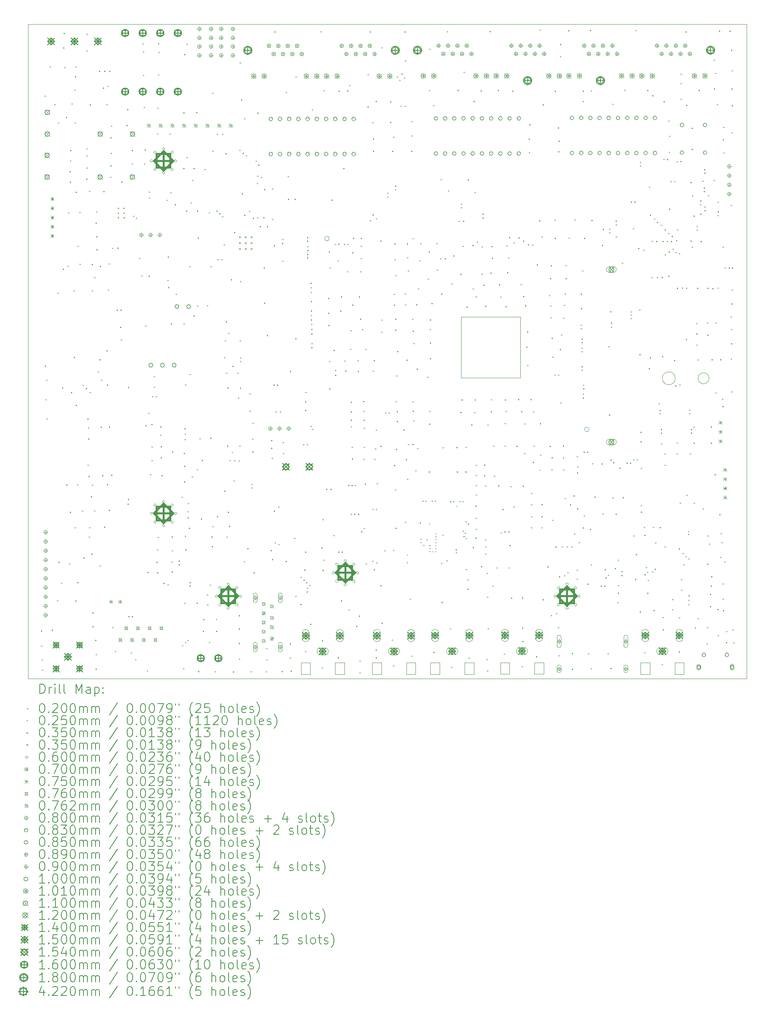
<source format=gbr>
%TF.GenerationSoftware,KiCad,Pcbnew,8.0.0-rc1*%
%TF.CreationDate,2024-04-25T15:33:11+03:00*%
%TF.ProjectId,MXVR_3568_V4.0,4d585652-5f33-4353-9638-5f56342e302e,REV1*%
%TF.SameCoordinates,Original*%
%TF.FileFunction,Drillmap*%
%TF.FilePolarity,Positive*%
%FSLAX45Y45*%
G04 Gerber Fmt 4.5, Leading zero omitted, Abs format (unit mm)*
G04 Created by KiCad (PCBNEW 8.0.0-rc1) date 2024-04-25 15:33:11*
%MOMM*%
%LPD*%
G01*
G04 APERTURE LIST*
%ADD10C,0.050000*%
%ADD11C,0.200000*%
%ADD12C,0.100000*%
%ADD13C,0.101000*%
%ADD14C,0.110000*%
%ADD15C,0.120000*%
%ADD16C,0.140000*%
%ADD17C,0.150000*%
%ADD18C,0.154000*%
%ADD19C,0.160000*%
%ADD20C,0.180000*%
%ADD21C,0.422000*%
G04 APERTURE END LIST*
D10*
X4763000Y-2552000D02*
X20363000Y-2552000D01*
X20363000Y-16752000D01*
X4763000Y-16752000D01*
X4763000Y-2552000D01*
X15448000Y-10220000D02*
X14165000Y-10220000D01*
X14165000Y-8897000D01*
X15448000Y-8897000D01*
X15448000Y-10220000D01*
X11301000Y-7200000D02*
G75*
G02*
X11201000Y-7200000I-50000J0D01*
G01*
X11201000Y-7200000D02*
G75*
G02*
X11301000Y-7200000I50000J0D01*
G01*
X16941000Y-11340000D02*
G75*
G02*
X16841000Y-11340000I-50000J0D01*
G01*
X16841000Y-11340000D02*
G75*
G02*
X16941000Y-11340000I50000J0D01*
G01*
X18059000Y-16402000D02*
X18259000Y-16402000D01*
X18259000Y-16652000D01*
X18059000Y-16652000D01*
X18059000Y-16402000D01*
X18799000Y-16402000D02*
X18999000Y-16402000D01*
X18999000Y-16652000D01*
X18799000Y-16652000D01*
X18799000Y-16402000D01*
X18810000Y-10232000D02*
G75*
G02*
X18530000Y-10232000I-140000J0D01*
G01*
X18530000Y-10232000D02*
G75*
G02*
X18810000Y-10232000I140000J0D01*
G01*
X19545000Y-10232000D02*
G75*
G02*
X19305000Y-10232000I-120000J0D01*
G01*
X19305000Y-10232000D02*
G75*
G02*
X19545000Y-10232000I120000J0D01*
G01*
X12235500Y-16654250D02*
X12435500Y-16654250D01*
X12435500Y-16404250D01*
X12235500Y-16404250D01*
X12235500Y-16654250D01*
X12975500Y-16654250D02*
X13175500Y-16654250D01*
X13175500Y-16404250D01*
X12975500Y-16404250D01*
X12975500Y-16654250D01*
X15014000Y-16650000D02*
X15214000Y-16650000D01*
X15214000Y-16400000D01*
X15014000Y-16400000D01*
X15014000Y-16650000D01*
X15754000Y-16650000D02*
X15954000Y-16650000D01*
X15954000Y-16400000D01*
X15754000Y-16400000D01*
X15754000Y-16650000D01*
X10690000Y-16655250D02*
X10890000Y-16655250D01*
X10890000Y-16405250D01*
X10690000Y-16405250D01*
X10690000Y-16655250D01*
X11430000Y-16655250D02*
X11630000Y-16655250D01*
X11630000Y-16405250D01*
X11430000Y-16405250D01*
X11430000Y-16655250D01*
X13498000Y-16652000D02*
X13698000Y-16652000D01*
X13698000Y-16402000D01*
X13498000Y-16402000D01*
X13498000Y-16652000D01*
X14238000Y-16652000D02*
X14438000Y-16652000D01*
X14438000Y-16402000D01*
X14238000Y-16402000D01*
X14238000Y-16652000D01*
D11*
D12*
X12983000Y-14218000D02*
X13003000Y-14238000D01*
X13003000Y-14218000D02*
X12983000Y-14238000D01*
X12985328Y-14055587D02*
X13005328Y-14075587D01*
X13005328Y-14055587D02*
X12985328Y-14075587D01*
X13275311Y-13718321D02*
X13295311Y-13738321D01*
X13295311Y-13718321D02*
X13275311Y-13738321D01*
X13277000Y-13783000D02*
X13297000Y-13803000D01*
X13297000Y-13783000D02*
X13277000Y-13803000D01*
X13342000Y-13847000D02*
X13362000Y-13867000D01*
X13362000Y-13847000D02*
X13342000Y-13867000D01*
X13406000Y-13720000D02*
X13426000Y-13740000D01*
X13426000Y-13720000D02*
X13406000Y-13740000D01*
X13468000Y-13376000D02*
X13488000Y-13396000D01*
X13488000Y-13376000D02*
X13468000Y-13396000D01*
X13471000Y-13848000D02*
X13491000Y-13868000D01*
X13491000Y-13848000D02*
X13471000Y-13868000D01*
X13471000Y-13913000D02*
X13491000Y-13933000D01*
X13491000Y-13913000D02*
X13471000Y-13933000D01*
X13471993Y-13979039D02*
X13491993Y-13999039D01*
X13491993Y-13979039D02*
X13471993Y-13999039D01*
X13536507Y-13978560D02*
X13556507Y-13998560D01*
X13556507Y-13978560D02*
X13536507Y-13998560D01*
X13600461Y-13912441D02*
X13620461Y-13932441D01*
X13620461Y-13912441D02*
X13600461Y-13932441D01*
X13601000Y-13718000D02*
X13621000Y-13738000D01*
X13621000Y-13718000D02*
X13601000Y-13738000D01*
X13601000Y-13783000D02*
X13621000Y-13803000D01*
X13621000Y-13783000D02*
X13601000Y-13803000D01*
X13601446Y-13848500D02*
X13621446Y-13868500D01*
X13621446Y-13848500D02*
X13601446Y-13868500D01*
X13601473Y-13653527D02*
X13621473Y-13673527D01*
X13621473Y-13653527D02*
X13601473Y-13673527D01*
X13601473Y-13978527D02*
X13621473Y-13998527D01*
X13621473Y-13978527D02*
X13601473Y-13998527D01*
X13602151Y-13587791D02*
X13622151Y-13607791D01*
X13622151Y-13587791D02*
X13602151Y-13607791D01*
X13729500Y-14236500D02*
X13749500Y-14256500D01*
X13749500Y-14236500D02*
X13729500Y-14256500D01*
X13758000Y-13624000D02*
X13778000Y-13644000D01*
X13778000Y-13624000D02*
X13758000Y-13644000D01*
X13844000Y-14178000D02*
X13864000Y-14198000D01*
X13864000Y-14178000D02*
X13844000Y-14198000D01*
X14057000Y-12994000D02*
X14077000Y-13014000D01*
X14077000Y-12994000D02*
X14057000Y-13014000D01*
X14685000Y-13881000D02*
X14705000Y-13901000D01*
X14705000Y-13881000D02*
X14685000Y-13901000D01*
X14686000Y-14034000D02*
X14706000Y-14054000D01*
X14706000Y-14034000D02*
X14686000Y-14054000D01*
X17563000Y-14168000D02*
X17583000Y-14188000D01*
X17583000Y-14168000D02*
X17563000Y-14188000D01*
X5068500Y-15713000D02*
G75*
G02*
X5043500Y-15713000I-12500J0D01*
G01*
X5043500Y-15713000D02*
G75*
G02*
X5068500Y-15713000I12500J0D01*
G01*
X5073500Y-16043000D02*
G75*
G02*
X5048500Y-16043000I-12500J0D01*
G01*
X5048500Y-16043000D02*
G75*
G02*
X5073500Y-16043000I12500J0D01*
G01*
X5081718Y-16348938D02*
G75*
G02*
X5056718Y-16348938I-12500J0D01*
G01*
X5056718Y-16348938D02*
G75*
G02*
X5081718Y-16348938I12500J0D01*
G01*
X5089500Y-16566000D02*
G75*
G02*
X5064500Y-16566000I-12500J0D01*
G01*
X5064500Y-16566000D02*
G75*
G02*
X5089500Y-16566000I12500J0D01*
G01*
X5150500Y-4114000D02*
G75*
G02*
X5125500Y-4114000I-12500J0D01*
G01*
X5125500Y-4114000D02*
G75*
G02*
X5150500Y-4114000I12500J0D01*
G01*
X5153500Y-9967000D02*
G75*
G02*
X5128500Y-9967000I-12500J0D01*
G01*
X5128500Y-9967000D02*
G75*
G02*
X5153500Y-9967000I12500J0D01*
G01*
X5168500Y-10697000D02*
G75*
G02*
X5143500Y-10697000I-12500J0D01*
G01*
X5143500Y-10697000D02*
G75*
G02*
X5168500Y-10697000I12500J0D01*
G01*
X5183500Y-10274000D02*
G75*
G02*
X5158500Y-10274000I-12500J0D01*
G01*
X5158500Y-10274000D02*
G75*
G02*
X5183500Y-10274000I12500J0D01*
G01*
X5194500Y-11113000D02*
G75*
G02*
X5169500Y-11113000I-12500J0D01*
G01*
X5169500Y-11113000D02*
G75*
G02*
X5194500Y-11113000I12500J0D01*
G01*
X5262500Y-3476000D02*
G75*
G02*
X5237500Y-3476000I-12500J0D01*
G01*
X5237500Y-3476000D02*
G75*
G02*
X5262500Y-3476000I12500J0D01*
G01*
X5304500Y-15700000D02*
G75*
G02*
X5279500Y-15700000I-12500J0D01*
G01*
X5279500Y-15700000D02*
G75*
G02*
X5304500Y-15700000I12500J0D01*
G01*
X5360500Y-4295000D02*
G75*
G02*
X5335500Y-4295000I-12500J0D01*
G01*
X5335500Y-4295000D02*
G75*
G02*
X5360500Y-4295000I12500J0D01*
G01*
X5422500Y-15058000D02*
G75*
G02*
X5397500Y-15058000I-12500J0D01*
G01*
X5397500Y-15058000D02*
G75*
G02*
X5422500Y-15058000I12500J0D01*
G01*
X5426500Y-8388000D02*
G75*
G02*
X5401500Y-8388000I-12500J0D01*
G01*
X5401500Y-8388000D02*
G75*
G02*
X5426500Y-8388000I12500J0D01*
G01*
X5435500Y-4696000D02*
G75*
G02*
X5410500Y-4696000I-12500J0D01*
G01*
X5410500Y-4696000D02*
G75*
G02*
X5435500Y-4696000I12500J0D01*
G01*
X5453500Y-14225000D02*
G75*
G02*
X5428500Y-14225000I-12500J0D01*
G01*
X5428500Y-14225000D02*
G75*
G02*
X5453500Y-14225000I12500J0D01*
G01*
X5503500Y-14676000D02*
G75*
G02*
X5478500Y-14676000I-12500J0D01*
G01*
X5478500Y-14676000D02*
G75*
G02*
X5503500Y-14676000I12500J0D01*
G01*
X5523500Y-10440000D02*
G75*
G02*
X5498500Y-10440000I-12500J0D01*
G01*
X5498500Y-10440000D02*
G75*
G02*
X5523500Y-10440000I12500J0D01*
G01*
X5543500Y-7869000D02*
G75*
G02*
X5518500Y-7869000I-12500J0D01*
G01*
X5518500Y-7869000D02*
G75*
G02*
X5543500Y-7869000I12500J0D01*
G01*
X5554500Y-3067000D02*
G75*
G02*
X5529500Y-3067000I-12500J0D01*
G01*
X5529500Y-3067000D02*
G75*
G02*
X5554500Y-3067000I12500J0D01*
G01*
X5559500Y-2755000D02*
G75*
G02*
X5534500Y-2755000I-12500J0D01*
G01*
X5534500Y-2755000D02*
G75*
G02*
X5559500Y-2755000I12500J0D01*
G01*
X5574500Y-3494000D02*
G75*
G02*
X5549500Y-3494000I-12500J0D01*
G01*
X5549500Y-3494000D02*
G75*
G02*
X5574500Y-3494000I12500J0D01*
G01*
X5610500Y-4574000D02*
G75*
G02*
X5585500Y-4574000I-12500J0D01*
G01*
X5585500Y-4574000D02*
G75*
G02*
X5610500Y-4574000I12500J0D01*
G01*
X5620500Y-12547000D02*
G75*
G02*
X5595500Y-12547000I-12500J0D01*
G01*
X5595500Y-12547000D02*
G75*
G02*
X5620500Y-12547000I12500J0D01*
G01*
X5647906Y-7805282D02*
G75*
G02*
X5622906Y-7805282I-12500J0D01*
G01*
X5622906Y-7805282D02*
G75*
G02*
X5647906Y-7805282I12500J0D01*
G01*
X5657500Y-6644000D02*
G75*
G02*
X5632500Y-6644000I-12500J0D01*
G01*
X5632500Y-6644000D02*
G75*
G02*
X5657500Y-6644000I12500J0D01*
G01*
X5681500Y-14265000D02*
G75*
G02*
X5656500Y-14265000I-12500J0D01*
G01*
X5656500Y-14265000D02*
G75*
G02*
X5681500Y-14265000I12500J0D01*
G01*
X5688500Y-5752000D02*
G75*
G02*
X5663500Y-5752000I-12500J0D01*
G01*
X5663500Y-5752000D02*
G75*
G02*
X5688500Y-5752000I12500J0D01*
G01*
X5693500Y-5977000D02*
G75*
G02*
X5668500Y-5977000I-12500J0D01*
G01*
X5668500Y-5977000D02*
G75*
G02*
X5693500Y-5977000I12500J0D01*
G01*
X5694500Y-13139000D02*
G75*
G02*
X5669500Y-13139000I-12500J0D01*
G01*
X5669500Y-13139000D02*
G75*
G02*
X5694500Y-13139000I12500J0D01*
G01*
X5701340Y-5519874D02*
G75*
G02*
X5676340Y-5519874I-12500J0D01*
G01*
X5676340Y-5519874D02*
G75*
G02*
X5701340Y-5519874I12500J0D01*
G01*
X5703500Y-5290000D02*
G75*
G02*
X5678500Y-5290000I-12500J0D01*
G01*
X5678500Y-5290000D02*
G75*
G02*
X5703500Y-5290000I12500J0D01*
G01*
X5722500Y-10540000D02*
G75*
G02*
X5697500Y-10540000I-12500J0D01*
G01*
X5697500Y-10540000D02*
G75*
G02*
X5722500Y-10540000I12500J0D01*
G01*
X5734500Y-4282000D02*
G75*
G02*
X5709500Y-4282000I-12500J0D01*
G01*
X5709500Y-4282000D02*
G75*
G02*
X5734500Y-4282000I12500J0D01*
G01*
X5775500Y-8336000D02*
G75*
G02*
X5750500Y-8336000I-12500J0D01*
G01*
X5750500Y-8336000D02*
G75*
G02*
X5775500Y-8336000I12500J0D01*
G01*
X5779500Y-9783000D02*
G75*
G02*
X5754500Y-9783000I-12500J0D01*
G01*
X5754500Y-9783000D02*
G75*
G02*
X5779500Y-9783000I12500J0D01*
G01*
X5796500Y-3985000D02*
G75*
G02*
X5771500Y-3985000I-12500J0D01*
G01*
X5771500Y-3985000D02*
G75*
G02*
X5796500Y-3985000I12500J0D01*
G01*
X5802500Y-4698000D02*
G75*
G02*
X5777500Y-4698000I-12500J0D01*
G01*
X5777500Y-4698000D02*
G75*
G02*
X5802500Y-4698000I12500J0D01*
G01*
X5802500Y-13475000D02*
G75*
G02*
X5777500Y-13475000I-12500J0D01*
G01*
X5777500Y-13475000D02*
G75*
G02*
X5802500Y-13475000I12500J0D01*
G01*
X5807500Y-3693000D02*
G75*
G02*
X5782500Y-3693000I-12500J0D01*
G01*
X5782500Y-3693000D02*
G75*
G02*
X5807500Y-3693000I12500J0D01*
G01*
X5814500Y-15063000D02*
G75*
G02*
X5789500Y-15063000I-12500J0D01*
G01*
X5789500Y-15063000D02*
G75*
G02*
X5814500Y-15063000I12500J0D01*
G01*
X5817500Y-3478000D02*
G75*
G02*
X5792500Y-3478000I-12500J0D01*
G01*
X5792500Y-3478000D02*
G75*
G02*
X5817500Y-3478000I12500J0D01*
G01*
X5822500Y-6197000D02*
G75*
G02*
X5797500Y-6197000I-12500J0D01*
G01*
X5797500Y-6197000D02*
G75*
G02*
X5822500Y-6197000I12500J0D01*
G01*
X5823500Y-10824000D02*
G75*
G02*
X5798500Y-10824000I-12500J0D01*
G01*
X5798500Y-10824000D02*
G75*
G02*
X5823500Y-10824000I12500J0D01*
G01*
X5850886Y-12542597D02*
G75*
G02*
X5825886Y-12542597I-12500J0D01*
G01*
X5825886Y-12542597D02*
G75*
G02*
X5850886Y-12542597I12500J0D01*
G01*
X5854500Y-14665000D02*
G75*
G02*
X5829500Y-14665000I-12500J0D01*
G01*
X5829500Y-14665000D02*
G75*
G02*
X5854500Y-14665000I12500J0D01*
G01*
X5861500Y-7370000D02*
G75*
G02*
X5836500Y-7370000I-12500J0D01*
G01*
X5836500Y-7370000D02*
G75*
G02*
X5861500Y-7370000I12500J0D01*
G01*
X5902500Y-6635000D02*
G75*
G02*
X5877500Y-6635000I-12500J0D01*
G01*
X5877500Y-6635000D02*
G75*
G02*
X5902500Y-6635000I12500J0D01*
G01*
X5906500Y-7760000D02*
G75*
G02*
X5881500Y-7760000I-12500J0D01*
G01*
X5881500Y-7760000D02*
G75*
G02*
X5906500Y-7760000I12500J0D01*
G01*
X5964500Y-13110000D02*
G75*
G02*
X5939500Y-13110000I-12500J0D01*
G01*
X5939500Y-13110000D02*
G75*
G02*
X5964500Y-13110000I12500J0D01*
G01*
X5973500Y-10387000D02*
G75*
G02*
X5948500Y-10387000I-12500J0D01*
G01*
X5948500Y-10387000D02*
G75*
G02*
X5973500Y-10387000I12500J0D01*
G01*
X5992500Y-14129000D02*
G75*
G02*
X5967500Y-14129000I-12500J0D01*
G01*
X5967500Y-14129000D02*
G75*
G02*
X5992500Y-14129000I12500J0D01*
G01*
X6044500Y-10457000D02*
G75*
G02*
X6019500Y-10457000I-12500J0D01*
G01*
X6019500Y-10457000D02*
G75*
G02*
X6044500Y-10457000I12500J0D01*
G01*
X6050500Y-5910000D02*
G75*
G02*
X6025500Y-5910000I-12500J0D01*
G01*
X6025500Y-5910000D02*
G75*
G02*
X6050500Y-5910000I12500J0D01*
G01*
X6055500Y-3132000D02*
G75*
G02*
X6030500Y-3132000I-12500J0D01*
G01*
X6030500Y-3132000D02*
G75*
G02*
X6055500Y-3132000I12500J0D01*
G01*
X6055500Y-5251000D02*
G75*
G02*
X6030500Y-5251000I-12500J0D01*
G01*
X6030500Y-5251000D02*
G75*
G02*
X6055500Y-5251000I12500J0D01*
G01*
X6055500Y-5411000D02*
G75*
G02*
X6030500Y-5411000I-12500J0D01*
G01*
X6030500Y-5411000D02*
G75*
G02*
X6055500Y-5411000I12500J0D01*
G01*
X6057500Y-2768000D02*
G75*
G02*
X6032500Y-2768000I-12500J0D01*
G01*
X6032500Y-2768000D02*
G75*
G02*
X6057500Y-2768000I12500J0D01*
G01*
X6057500Y-5672000D02*
G75*
G02*
X6032500Y-5672000I-12500J0D01*
G01*
X6032500Y-5672000D02*
G75*
G02*
X6057500Y-5672000I12500J0D01*
G01*
X6078500Y-11117000D02*
G75*
G02*
X6053500Y-11117000I-12500J0D01*
G01*
X6053500Y-11117000D02*
G75*
G02*
X6078500Y-11117000I12500J0D01*
G01*
X6078500Y-12120000D02*
G75*
G02*
X6053500Y-12120000I-12500J0D01*
G01*
X6053500Y-12120000D02*
G75*
G02*
X6078500Y-12120000I12500J0D01*
G01*
X6088500Y-11309000D02*
G75*
G02*
X6063500Y-11309000I-12500J0D01*
G01*
X6063500Y-11309000D02*
G75*
G02*
X6088500Y-11309000I12500J0D01*
G01*
X6095500Y-11551000D02*
G75*
G02*
X6070500Y-11551000I-12500J0D01*
G01*
X6070500Y-11551000D02*
G75*
G02*
X6095500Y-11551000I12500J0D01*
G01*
X6102500Y-12363000D02*
G75*
G02*
X6077500Y-12363000I-12500J0D01*
G01*
X6077500Y-12363000D02*
G75*
G02*
X6102500Y-12363000I12500J0D01*
G01*
X6108144Y-13680755D02*
G75*
G02*
X6083144Y-13680755I-12500J0D01*
G01*
X6083144Y-13680755D02*
G75*
G02*
X6108144Y-13680755I12500J0D01*
G01*
X6113500Y-13474000D02*
G75*
G02*
X6088500Y-13474000I-12500J0D01*
G01*
X6088500Y-13474000D02*
G75*
G02*
X6113500Y-13474000I12500J0D01*
G01*
X6114808Y-6178837D02*
G75*
G02*
X6089808Y-6178837I-12500J0D01*
G01*
X6089808Y-6178837D02*
G75*
G02*
X6114808Y-6178837I12500J0D01*
G01*
X6125500Y-10540000D02*
G75*
G02*
X6100500Y-10540000I-12500J0D01*
G01*
X6100500Y-10540000D02*
G75*
G02*
X6125500Y-10540000I12500J0D01*
G01*
X6127500Y-4303000D02*
G75*
G02*
X6102500Y-4303000I-12500J0D01*
G01*
X6102500Y-4303000D02*
G75*
G02*
X6127500Y-4303000I12500J0D01*
G01*
X6154500Y-12805000D02*
G75*
G02*
X6129500Y-12805000I-12500J0D01*
G01*
X6129500Y-12805000D02*
G75*
G02*
X6154500Y-12805000I12500J0D01*
G01*
X6160500Y-14045000D02*
G75*
G02*
X6135500Y-14045000I-12500J0D01*
G01*
X6135500Y-14045000D02*
G75*
G02*
X6160500Y-14045000I12500J0D01*
G01*
X6172500Y-7764000D02*
G75*
G02*
X6147500Y-7764000I-12500J0D01*
G01*
X6147500Y-7764000D02*
G75*
G02*
X6172500Y-7764000I12500J0D01*
G01*
X6174500Y-12550000D02*
G75*
G02*
X6149500Y-12550000I-12500J0D01*
G01*
X6149500Y-12550000D02*
G75*
G02*
X6174500Y-12550000I12500J0D01*
G01*
X6176500Y-8337000D02*
G75*
G02*
X6151500Y-8337000I-12500J0D01*
G01*
X6151500Y-8337000D02*
G75*
G02*
X6176500Y-8337000I12500J0D01*
G01*
X6186500Y-15325000D02*
G75*
G02*
X6161500Y-15325000I-12500J0D01*
G01*
X6161500Y-15325000D02*
G75*
G02*
X6186500Y-15325000I12500J0D01*
G01*
X6186697Y-15621014D02*
G75*
G02*
X6161697Y-15621014I-12500J0D01*
G01*
X6161697Y-15621014D02*
G75*
G02*
X6186697Y-15621014I12500J0D01*
G01*
X6225500Y-13110000D02*
G75*
G02*
X6200500Y-13110000I-12500J0D01*
G01*
X6200500Y-13110000D02*
G75*
G02*
X6225500Y-13110000I12500J0D01*
G01*
X6226500Y-8048000D02*
G75*
G02*
X6201500Y-8048000I-12500J0D01*
G01*
X6201500Y-8048000D02*
G75*
G02*
X6226500Y-8048000I12500J0D01*
G01*
X6244500Y-15920000D02*
G75*
G02*
X6219500Y-15920000I-12500J0D01*
G01*
X6219500Y-15920000D02*
G75*
G02*
X6244500Y-15920000I12500J0D01*
G01*
X6254500Y-6867000D02*
G75*
G02*
X6229500Y-6867000I-12500J0D01*
G01*
X6229500Y-6867000D02*
G75*
G02*
X6254500Y-6867000I12500J0D01*
G01*
X6254500Y-16543000D02*
G75*
G02*
X6229500Y-16543000I-12500J0D01*
G01*
X6229500Y-16543000D02*
G75*
G02*
X6254500Y-16543000I12500J0D01*
G01*
X6257500Y-16228000D02*
G75*
G02*
X6232500Y-16228000I-12500J0D01*
G01*
X6232500Y-16228000D02*
G75*
G02*
X6257500Y-16228000I12500J0D01*
G01*
X6265500Y-6627000D02*
G75*
G02*
X6240500Y-6627000I-12500J0D01*
G01*
X6240500Y-6627000D02*
G75*
G02*
X6265500Y-6627000I12500J0D01*
G01*
X6272500Y-7442000D02*
G75*
G02*
X6247500Y-7442000I-12500J0D01*
G01*
X6247500Y-7442000D02*
G75*
G02*
X6272500Y-7442000I12500J0D01*
G01*
X6274214Y-7163995D02*
G75*
G02*
X6249214Y-7163995I-12500J0D01*
G01*
X6249214Y-7163995D02*
G75*
G02*
X6274214Y-7163995I12500J0D01*
G01*
X6303500Y-10098000D02*
G75*
G02*
X6278500Y-10098000I-12500J0D01*
G01*
X6278500Y-10098000D02*
G75*
G02*
X6303500Y-10098000I12500J0D01*
G01*
X6330500Y-3574000D02*
G75*
G02*
X6305500Y-3574000I-12500J0D01*
G01*
X6305500Y-3574000D02*
G75*
G02*
X6330500Y-3574000I12500J0D01*
G01*
X6340500Y-9832000D02*
G75*
G02*
X6315500Y-9832000I-12500J0D01*
G01*
X6315500Y-9832000D02*
G75*
G02*
X6340500Y-9832000I12500J0D01*
G01*
X6343500Y-14307000D02*
G75*
G02*
X6318500Y-14307000I-12500J0D01*
G01*
X6318500Y-14307000D02*
G75*
G02*
X6343500Y-14307000I12500J0D01*
G01*
X6344500Y-7808000D02*
G75*
G02*
X6319500Y-7808000I-12500J0D01*
G01*
X6319500Y-7808000D02*
G75*
G02*
X6344500Y-7808000I12500J0D01*
G01*
X6364500Y-11297000D02*
G75*
G02*
X6339500Y-11297000I-12500J0D01*
G01*
X6339500Y-11297000D02*
G75*
G02*
X6364500Y-11297000I12500J0D01*
G01*
X6378500Y-10274000D02*
G75*
G02*
X6353500Y-10274000I-12500J0D01*
G01*
X6353500Y-10274000D02*
G75*
G02*
X6378500Y-10274000I12500J0D01*
G01*
X6398500Y-12348000D02*
G75*
G02*
X6373500Y-12348000I-12500J0D01*
G01*
X6373500Y-12348000D02*
G75*
G02*
X6398500Y-12348000I12500J0D01*
G01*
X6417500Y-3939000D02*
G75*
G02*
X6392500Y-3939000I-12500J0D01*
G01*
X6392500Y-3939000D02*
G75*
G02*
X6417500Y-3939000I12500J0D01*
G01*
X6424500Y-6181000D02*
G75*
G02*
X6399500Y-6181000I-12500J0D01*
G01*
X6399500Y-6181000D02*
G75*
G02*
X6424500Y-6181000I12500J0D01*
G01*
X6440500Y-3575000D02*
G75*
G02*
X6415500Y-3575000I-12500J0D01*
G01*
X6415500Y-3575000D02*
G75*
G02*
X6440500Y-3575000I12500J0D01*
G01*
X6440500Y-13461000D02*
G75*
G02*
X6415500Y-13461000I-12500J0D01*
G01*
X6415500Y-13461000D02*
G75*
G02*
X6440500Y-13461000I12500J0D01*
G01*
X6486500Y-4295000D02*
G75*
G02*
X6461500Y-4295000I-12500J0D01*
G01*
X6461500Y-4295000D02*
G75*
G02*
X6486500Y-4295000I12500J0D01*
G01*
X6494500Y-9637000D02*
G75*
G02*
X6469500Y-9637000I-12500J0D01*
G01*
X6469500Y-9637000D02*
G75*
G02*
X6494500Y-9637000I12500J0D01*
G01*
X6501500Y-10382000D02*
G75*
G02*
X6476500Y-10382000I-12500J0D01*
G01*
X6476500Y-10382000D02*
G75*
G02*
X6501500Y-10382000I12500J0D01*
G01*
X6503500Y-12540000D02*
G75*
G02*
X6478500Y-12540000I-12500J0D01*
G01*
X6478500Y-12540000D02*
G75*
G02*
X6503500Y-12540000I12500J0D01*
G01*
X6514500Y-3901000D02*
G75*
G02*
X6489500Y-3901000I-12500J0D01*
G01*
X6489500Y-3901000D02*
G75*
G02*
X6514500Y-3901000I12500J0D01*
G01*
X6520500Y-8322000D02*
G75*
G02*
X6495500Y-8322000I-12500J0D01*
G01*
X6495500Y-8322000D02*
G75*
G02*
X6520500Y-8322000I12500J0D01*
G01*
X6538500Y-7754000D02*
G75*
G02*
X6513500Y-7754000I-12500J0D01*
G01*
X6513500Y-7754000D02*
G75*
G02*
X6538500Y-7754000I12500J0D01*
G01*
X6542500Y-11290000D02*
G75*
G02*
X6517500Y-11290000I-12500J0D01*
G01*
X6517500Y-11290000D02*
G75*
G02*
X6542500Y-11290000I12500J0D01*
G01*
X6542804Y-13096844D02*
G75*
G02*
X6517804Y-13096844I-12500J0D01*
G01*
X6517804Y-13096844D02*
G75*
G02*
X6542804Y-13096844I12500J0D01*
G01*
X6551500Y-3573000D02*
G75*
G02*
X6526500Y-3573000I-12500J0D01*
G01*
X6526500Y-3573000D02*
G75*
G02*
X6551500Y-3573000I12500J0D01*
G01*
X6572500Y-5871000D02*
G75*
G02*
X6547500Y-5871000I-12500J0D01*
G01*
X6547500Y-5871000D02*
G75*
G02*
X6572500Y-5871000I12500J0D01*
G01*
X6577500Y-5011000D02*
G75*
G02*
X6552500Y-5011000I-12500J0D01*
G01*
X6552500Y-5011000D02*
G75*
G02*
X6577500Y-5011000I12500J0D01*
G01*
X6577500Y-5623000D02*
G75*
G02*
X6552500Y-5623000I-12500J0D01*
G01*
X6552500Y-5623000D02*
G75*
G02*
X6577500Y-5623000I12500J0D01*
G01*
X6582500Y-5354000D02*
G75*
G02*
X6557500Y-5354000I-12500J0D01*
G01*
X6557500Y-5354000D02*
G75*
G02*
X6582500Y-5354000I12500J0D01*
G01*
X6590500Y-4763000D02*
G75*
G02*
X6565500Y-4763000I-12500J0D01*
G01*
X6565500Y-4763000D02*
G75*
G02*
X6590500Y-4763000I12500J0D01*
G01*
X6592500Y-12339000D02*
G75*
G02*
X6567500Y-12339000I-12500J0D01*
G01*
X6567500Y-12339000D02*
G75*
G02*
X6592500Y-12339000I12500J0D01*
G01*
X6613500Y-7411000D02*
G75*
G02*
X6588500Y-7411000I-12500J0D01*
G01*
X6588500Y-7411000D02*
G75*
G02*
X6613500Y-7411000I12500J0D01*
G01*
X6614500Y-15641000D02*
G75*
G02*
X6589500Y-15641000I-12500J0D01*
G01*
X6589500Y-15641000D02*
G75*
G02*
X6614500Y-15641000I12500J0D01*
G01*
X6676500Y-16161000D02*
G75*
G02*
X6651500Y-16161000I-12500J0D01*
G01*
X6651500Y-16161000D02*
G75*
G02*
X6676500Y-16161000I12500J0D01*
G01*
X6712500Y-8754000D02*
G75*
G02*
X6687500Y-8754000I-12500J0D01*
G01*
X6687500Y-8754000D02*
G75*
G02*
X6712500Y-8754000I12500J0D01*
G01*
X6729500Y-7410000D02*
G75*
G02*
X6704500Y-7410000I-12500J0D01*
G01*
X6704500Y-7410000D02*
G75*
G02*
X6729500Y-7410000I12500J0D01*
G01*
X6733500Y-6648000D02*
G75*
G02*
X6708500Y-6648000I-12500J0D01*
G01*
X6708500Y-6648000D02*
G75*
G02*
X6733500Y-6648000I12500J0D01*
G01*
X6737500Y-6549000D02*
G75*
G02*
X6712500Y-6549000I-12500J0D01*
G01*
X6712500Y-6549000D02*
G75*
G02*
X6737500Y-6549000I12500J0D01*
G01*
X6738500Y-6751000D02*
G75*
G02*
X6713500Y-6751000I-12500J0D01*
G01*
X6713500Y-6751000D02*
G75*
G02*
X6738500Y-6751000I12500J0D01*
G01*
X6790500Y-9128000D02*
G75*
G02*
X6765500Y-9128000I-12500J0D01*
G01*
X6765500Y-9128000D02*
G75*
G02*
X6790500Y-9128000I12500J0D01*
G01*
X6796500Y-8753000D02*
G75*
G02*
X6771500Y-8753000I-12500J0D01*
G01*
X6771500Y-8753000D02*
G75*
G02*
X6796500Y-8753000I12500J0D01*
G01*
X6801500Y-9401000D02*
G75*
G02*
X6776500Y-9401000I-12500J0D01*
G01*
X6776500Y-9401000D02*
G75*
G02*
X6801500Y-9401000I12500J0D01*
G01*
X6815500Y-5977000D02*
G75*
G02*
X6790500Y-5977000I-12500J0D01*
G01*
X6790500Y-5977000D02*
G75*
G02*
X6815500Y-5977000I12500J0D01*
G01*
X6856500Y-6549000D02*
G75*
G02*
X6831500Y-6549000I-12500J0D01*
G01*
X6831500Y-6549000D02*
G75*
G02*
X6856500Y-6549000I12500J0D01*
G01*
X6863500Y-6651000D02*
G75*
G02*
X6838500Y-6651000I-12500J0D01*
G01*
X6838500Y-6651000D02*
G75*
G02*
X6863500Y-6651000I12500J0D01*
G01*
X6866500Y-6749000D02*
G75*
G02*
X6841500Y-6749000I-12500J0D01*
G01*
X6841500Y-6749000D02*
G75*
G02*
X6866500Y-6749000I12500J0D01*
G01*
X6926500Y-4752000D02*
G75*
G02*
X6901500Y-4752000I-12500J0D01*
G01*
X6901500Y-4752000D02*
G75*
G02*
X6926500Y-4752000I12500J0D01*
G01*
X6941500Y-4401000D02*
G75*
G02*
X6916500Y-4401000I-12500J0D01*
G01*
X6916500Y-4401000D02*
G75*
G02*
X6941500Y-4401000I12500J0D01*
G01*
X6951500Y-12963000D02*
G75*
G02*
X6926500Y-12963000I-12500J0D01*
G01*
X6926500Y-12963000D02*
G75*
G02*
X6951500Y-12963000I12500J0D01*
G01*
X6954500Y-12863000D02*
G75*
G02*
X6929500Y-12863000I-12500J0D01*
G01*
X6929500Y-12863000D02*
G75*
G02*
X6954500Y-12863000I12500J0D01*
G01*
X6956500Y-10435000D02*
G75*
G02*
X6931500Y-10435000I-12500J0D01*
G01*
X6931500Y-10435000D02*
G75*
G02*
X6956500Y-10435000I12500J0D01*
G01*
X6966500Y-15402000D02*
G75*
G02*
X6941500Y-15402000I-12500J0D01*
G01*
X6941500Y-15402000D02*
G75*
G02*
X6966500Y-15402000I12500J0D01*
G01*
X7019500Y-16196000D02*
G75*
G02*
X6994500Y-16196000I-12500J0D01*
G01*
X6994500Y-16196000D02*
G75*
G02*
X7019500Y-16196000I12500J0D01*
G01*
X7037500Y-5587000D02*
G75*
G02*
X7012500Y-5587000I-12500J0D01*
G01*
X7012500Y-5587000D02*
G75*
G02*
X7037500Y-5587000I12500J0D01*
G01*
X7041470Y-15404112D02*
G75*
G02*
X7016470Y-15404112I-12500J0D01*
G01*
X7016470Y-15404112D02*
G75*
G02*
X7041470Y-15404112I12500J0D01*
G01*
X7042500Y-5290000D02*
G75*
G02*
X7017500Y-5290000I-12500J0D01*
G01*
X7017500Y-5290000D02*
G75*
G02*
X7042500Y-5290000I12500J0D01*
G01*
X7070212Y-6718387D02*
G75*
G02*
X7045212Y-6718387I-12500J0D01*
G01*
X7045212Y-6718387D02*
G75*
G02*
X7070212Y-6718387I12500J0D01*
G01*
X7115500Y-16337000D02*
G75*
G02*
X7090500Y-16337000I-12500J0D01*
G01*
X7090500Y-16337000D02*
G75*
G02*
X7115500Y-16337000I12500J0D01*
G01*
X7130500Y-6763000D02*
G75*
G02*
X7105500Y-6763000I-12500J0D01*
G01*
X7105500Y-6763000D02*
G75*
G02*
X7130500Y-6763000I12500J0D01*
G01*
X7195500Y-7634000D02*
G75*
G02*
X7170500Y-7634000I-12500J0D01*
G01*
X7170500Y-7634000D02*
G75*
G02*
X7195500Y-7634000I12500J0D01*
G01*
X7249500Y-8017000D02*
G75*
G02*
X7224500Y-8017000I-12500J0D01*
G01*
X7224500Y-8017000D02*
G75*
G02*
X7249500Y-8017000I12500J0D01*
G01*
X7275500Y-2980000D02*
G75*
G02*
X7250500Y-2980000I-12500J0D01*
G01*
X7250500Y-2980000D02*
G75*
G02*
X7275500Y-2980000I12500J0D01*
G01*
X7285500Y-3155000D02*
G75*
G02*
X7260500Y-3155000I-12500J0D01*
G01*
X7260500Y-3155000D02*
G75*
G02*
X7285500Y-3155000I12500J0D01*
G01*
X7285500Y-3662000D02*
G75*
G02*
X7260500Y-3662000I-12500J0D01*
G01*
X7260500Y-3662000D02*
G75*
G02*
X7285500Y-3662000I12500J0D01*
G01*
X7300500Y-4357000D02*
G75*
G02*
X7275500Y-4357000I-12500J0D01*
G01*
X7275500Y-4357000D02*
G75*
G02*
X7300500Y-4357000I12500J0D01*
G01*
X7308500Y-5584000D02*
G75*
G02*
X7283500Y-5584000I-12500J0D01*
G01*
X7283500Y-5584000D02*
G75*
G02*
X7308500Y-5584000I12500J0D01*
G01*
X7321500Y-5274000D02*
G75*
G02*
X7296500Y-5274000I-12500J0D01*
G01*
X7296500Y-5274000D02*
G75*
G02*
X7321500Y-5274000I12500J0D01*
G01*
X7337500Y-9099000D02*
G75*
G02*
X7312500Y-9099000I-12500J0D01*
G01*
X7312500Y-9099000D02*
G75*
G02*
X7337500Y-9099000I12500J0D01*
G01*
X7341500Y-11261000D02*
G75*
G02*
X7316500Y-11261000I-12500J0D01*
G01*
X7316500Y-11261000D02*
G75*
G02*
X7341500Y-11261000I12500J0D01*
G01*
X7369500Y-16585000D02*
G75*
G02*
X7344500Y-16585000I-12500J0D01*
G01*
X7344500Y-16585000D02*
G75*
G02*
X7369500Y-16585000I12500J0D01*
G01*
X7379500Y-14446000D02*
G75*
G02*
X7354500Y-14446000I-12500J0D01*
G01*
X7354500Y-14446000D02*
G75*
G02*
X7379500Y-14446000I12500J0D01*
G01*
X7402500Y-8019000D02*
G75*
G02*
X7377500Y-8019000I-12500J0D01*
G01*
X7377500Y-8019000D02*
G75*
G02*
X7402500Y-8019000I12500J0D01*
G01*
X7403500Y-10994000D02*
G75*
G02*
X7378500Y-10994000I-12500J0D01*
G01*
X7378500Y-10994000D02*
G75*
G02*
X7403500Y-10994000I12500J0D01*
G01*
X7410500Y-6193000D02*
G75*
G02*
X7385500Y-6193000I-12500J0D01*
G01*
X7385500Y-6193000D02*
G75*
G02*
X7410500Y-6193000I12500J0D01*
G01*
X7411500Y-6324300D02*
G75*
G02*
X7386500Y-6324300I-12500J0D01*
G01*
X7386500Y-6324300D02*
G75*
G02*
X7411500Y-6324300I12500J0D01*
G01*
X7438500Y-12323000D02*
G75*
G02*
X7413500Y-12323000I-12500J0D01*
G01*
X7413500Y-12323000D02*
G75*
G02*
X7438500Y-12323000I12500J0D01*
G01*
X7467500Y-11237000D02*
G75*
G02*
X7442500Y-11237000I-12500J0D01*
G01*
X7442500Y-11237000D02*
G75*
G02*
X7467500Y-11237000I12500J0D01*
G01*
X7472500Y-11723000D02*
G75*
G02*
X7447500Y-11723000I-12500J0D01*
G01*
X7447500Y-11723000D02*
G75*
G02*
X7472500Y-11723000I12500J0D01*
G01*
X7472500Y-12019000D02*
G75*
G02*
X7447500Y-12019000I-12500J0D01*
G01*
X7447500Y-12019000D02*
G75*
G02*
X7472500Y-12019000I12500J0D01*
G01*
X7479500Y-10633000D02*
G75*
G02*
X7454500Y-10633000I-12500J0D01*
G01*
X7454500Y-10633000D02*
G75*
G02*
X7479500Y-10633000I12500J0D01*
G01*
X7518500Y-10430000D02*
G75*
G02*
X7493500Y-10430000I-12500J0D01*
G01*
X7493500Y-10430000D02*
G75*
G02*
X7518500Y-10430000I12500J0D01*
G01*
X7521500Y-10198000D02*
G75*
G02*
X7496500Y-10198000I-12500J0D01*
G01*
X7496500Y-10198000D02*
G75*
G02*
X7521500Y-10198000I12500J0D01*
G01*
X7562500Y-10632000D02*
G75*
G02*
X7537500Y-10632000I-12500J0D01*
G01*
X7537500Y-10632000D02*
G75*
G02*
X7562500Y-10632000I12500J0D01*
G01*
X7577500Y-14227000D02*
G75*
G02*
X7552500Y-14227000I-12500J0D01*
G01*
X7552500Y-14227000D02*
G75*
G02*
X7577500Y-14227000I12500J0D01*
G01*
X7590500Y-13958000D02*
G75*
G02*
X7565500Y-13958000I-12500J0D01*
G01*
X7565500Y-13958000D02*
G75*
G02*
X7590500Y-13958000I12500J0D01*
G01*
X7590500Y-14452000D02*
G75*
G02*
X7565500Y-14452000I-12500J0D01*
G01*
X7565500Y-14452000D02*
G75*
G02*
X7590500Y-14452000I12500J0D01*
G01*
X7592500Y-4933000D02*
G75*
G02*
X7567500Y-4933000I-12500J0D01*
G01*
X7567500Y-4933000D02*
G75*
G02*
X7592500Y-4933000I12500J0D01*
G01*
X7593500Y-4374000D02*
G75*
G02*
X7568500Y-4374000I-12500J0D01*
G01*
X7568500Y-4374000D02*
G75*
G02*
X7593500Y-4374000I12500J0D01*
G01*
X7602500Y-13686000D02*
G75*
G02*
X7577500Y-13686000I-12500J0D01*
G01*
X7577500Y-13686000D02*
G75*
G02*
X7602500Y-13686000I12500J0D01*
G01*
X7608500Y-2972000D02*
G75*
G02*
X7583500Y-2972000I-12500J0D01*
G01*
X7583500Y-2972000D02*
G75*
G02*
X7608500Y-2972000I12500J0D01*
G01*
X7613500Y-3654000D02*
G75*
G02*
X7588500Y-3654000I-12500J0D01*
G01*
X7588500Y-3654000D02*
G75*
G02*
X7613500Y-3654000I12500J0D01*
G01*
X7621500Y-3161000D02*
G75*
G02*
X7596500Y-3161000I-12500J0D01*
G01*
X7596500Y-3161000D02*
G75*
G02*
X7621500Y-3161000I12500J0D01*
G01*
X7653409Y-11469000D02*
G75*
G02*
X7628409Y-11469000I-12500J0D01*
G01*
X7628409Y-11469000D02*
G75*
G02*
X7653409Y-11469000I12500J0D01*
G01*
X7658500Y-11286000D02*
G75*
G02*
X7633500Y-11286000I-12500J0D01*
G01*
X7633500Y-11286000D02*
G75*
G02*
X7658500Y-11286000I12500J0D01*
G01*
X7669018Y-11715627D02*
G75*
G02*
X7644018Y-11715627I-12500J0D01*
G01*
X7644018Y-11715627D02*
G75*
G02*
X7669018Y-11715627I12500J0D01*
G01*
X7669500Y-11957000D02*
G75*
G02*
X7644500Y-11957000I-12500J0D01*
G01*
X7644500Y-11957000D02*
G75*
G02*
X7669500Y-11957000I12500J0D01*
G01*
X7685500Y-12342000D02*
G75*
G02*
X7660500Y-12342000I-12500J0D01*
G01*
X7660500Y-12342000D02*
G75*
G02*
X7685500Y-12342000I12500J0D01*
G01*
X7727500Y-14686000D02*
G75*
G02*
X7702500Y-14686000I-12500J0D01*
G01*
X7702500Y-14686000D02*
G75*
G02*
X7727500Y-14686000I12500J0D01*
G01*
X7790500Y-6375000D02*
G75*
G02*
X7765500Y-6375000I-12500J0D01*
G01*
X7765500Y-6375000D02*
G75*
G02*
X7790500Y-6375000I12500J0D01*
G01*
X7814500Y-8110000D02*
G75*
G02*
X7789500Y-8110000I-12500J0D01*
G01*
X7789500Y-8110000D02*
G75*
G02*
X7814500Y-8110000I12500J0D01*
G01*
X7816500Y-14713000D02*
G75*
G02*
X7791500Y-14713000I-12500J0D01*
G01*
X7791500Y-14713000D02*
G75*
G02*
X7816500Y-14713000I12500J0D01*
G01*
X7821500Y-7605000D02*
G75*
G02*
X7796500Y-7605000I-12500J0D01*
G01*
X7796500Y-7605000D02*
G75*
G02*
X7821500Y-7605000I12500J0D01*
G01*
X7832500Y-8265000D02*
G75*
G02*
X7807500Y-8265000I-12500J0D01*
G01*
X7807500Y-8265000D02*
G75*
G02*
X7832500Y-8265000I12500J0D01*
G01*
X7856500Y-4933000D02*
G75*
G02*
X7831500Y-4933000I-12500J0D01*
G01*
X7831500Y-4933000D02*
G75*
G02*
X7856500Y-4933000I12500J0D01*
G01*
X7877500Y-6214000D02*
G75*
G02*
X7852500Y-6214000I-12500J0D01*
G01*
X7852500Y-6214000D02*
G75*
G02*
X7877500Y-6214000I12500J0D01*
G01*
X7889500Y-9054000D02*
G75*
G02*
X7864500Y-9054000I-12500J0D01*
G01*
X7864500Y-9054000D02*
G75*
G02*
X7889500Y-9054000I12500J0D01*
G01*
X7899500Y-14220000D02*
G75*
G02*
X7874500Y-14220000I-12500J0D01*
G01*
X7874500Y-14220000D02*
G75*
G02*
X7899500Y-14220000I12500J0D01*
G01*
X7905500Y-13674000D02*
G75*
G02*
X7880500Y-13674000I-12500J0D01*
G01*
X7880500Y-13674000D02*
G75*
G02*
X7905500Y-13674000I12500J0D01*
G01*
X7905500Y-14440000D02*
G75*
G02*
X7880500Y-14440000I-12500J0D01*
G01*
X7880500Y-14440000D02*
G75*
G02*
X7905500Y-14440000I12500J0D01*
G01*
X7907500Y-13976000D02*
G75*
G02*
X7882500Y-13976000I-12500J0D01*
G01*
X7882500Y-13976000D02*
G75*
G02*
X7907500Y-13976000I12500J0D01*
G01*
X7913500Y-11829000D02*
G75*
G02*
X7888500Y-11829000I-12500J0D01*
G01*
X7888500Y-11829000D02*
G75*
G02*
X7913500Y-11829000I12500J0D01*
G01*
X7973500Y-6468000D02*
G75*
G02*
X7948500Y-6468000I-12500J0D01*
G01*
X7948500Y-6468000D02*
G75*
G02*
X7973500Y-6468000I12500J0D01*
G01*
X7992500Y-8412000D02*
G75*
G02*
X7967500Y-8412000I-12500J0D01*
G01*
X7967500Y-8412000D02*
G75*
G02*
X7992500Y-8412000I12500J0D01*
G01*
X8058190Y-14201300D02*
G75*
G02*
X8033190Y-14201300I-12500J0D01*
G01*
X8033190Y-14201300D02*
G75*
G02*
X8058190Y-14201300I12500J0D01*
G01*
X8058190Y-14276700D02*
G75*
G02*
X8033190Y-14276700I-12500J0D01*
G01*
X8033190Y-14276700D02*
G75*
G02*
X8058190Y-14276700I12500J0D01*
G01*
X8123500Y-12817000D02*
G75*
G02*
X8098500Y-12817000I-12500J0D01*
G01*
X8098500Y-12817000D02*
G75*
G02*
X8123500Y-12817000I12500J0D01*
G01*
X8131500Y-16031000D02*
G75*
G02*
X8106500Y-16031000I-12500J0D01*
G01*
X8106500Y-16031000D02*
G75*
G02*
X8131500Y-16031000I12500J0D01*
G01*
X8156500Y-5683000D02*
G75*
G02*
X8131500Y-5683000I-12500J0D01*
G01*
X8131500Y-5683000D02*
G75*
G02*
X8156500Y-5683000I12500J0D01*
G01*
X8157500Y-16533000D02*
G75*
G02*
X8132500Y-16533000I-12500J0D01*
G01*
X8132500Y-16533000D02*
G75*
G02*
X8157500Y-16533000I12500J0D01*
G01*
X8164500Y-9055000D02*
G75*
G02*
X8139500Y-9055000I-12500J0D01*
G01*
X8139500Y-9055000D02*
G75*
G02*
X8164500Y-9055000I12500J0D01*
G01*
X8169500Y-11864000D02*
G75*
G02*
X8144500Y-11864000I-12500J0D01*
G01*
X8144500Y-11864000D02*
G75*
G02*
X8169500Y-11864000I12500J0D01*
G01*
X8175500Y-12479000D02*
G75*
G02*
X8150500Y-12479000I-12500J0D01*
G01*
X8150500Y-12479000D02*
G75*
G02*
X8175500Y-12479000I12500J0D01*
G01*
X8176500Y-3207000D02*
G75*
G02*
X8151500Y-3207000I-12500J0D01*
G01*
X8151500Y-3207000D02*
G75*
G02*
X8176500Y-3207000I12500J0D01*
G01*
X8177500Y-12142000D02*
G75*
G02*
X8152500Y-12142000I-12500J0D01*
G01*
X8152500Y-12142000D02*
G75*
G02*
X8177500Y-12142000I12500J0D01*
G01*
X8181500Y-15115000D02*
G75*
G02*
X8156500Y-15115000I-12500J0D01*
G01*
X8156500Y-15115000D02*
G75*
G02*
X8181500Y-15115000I12500J0D01*
G01*
X8187500Y-11330000D02*
G75*
G02*
X8162500Y-11330000I-12500J0D01*
G01*
X8162500Y-11330000D02*
G75*
G02*
X8187500Y-11330000I12500J0D01*
G01*
X8187500Y-11442000D02*
G75*
G02*
X8162500Y-11442000I-12500J0D01*
G01*
X8162500Y-11442000D02*
G75*
G02*
X8187500Y-11442000I12500J0D01*
G01*
X8187500Y-11565000D02*
G75*
G02*
X8162500Y-11565000I-12500J0D01*
G01*
X8162500Y-11565000D02*
G75*
G02*
X8187500Y-11565000I12500J0D01*
G01*
X8189500Y-13658000D02*
G75*
G02*
X8164500Y-13658000I-12500J0D01*
G01*
X8164500Y-13658000D02*
G75*
G02*
X8189500Y-13658000I12500J0D01*
G01*
X8195500Y-15965000D02*
G75*
G02*
X8170500Y-15965000I-12500J0D01*
G01*
X8170500Y-15965000D02*
G75*
G02*
X8195500Y-15965000I12500J0D01*
G01*
X8197500Y-10379000D02*
G75*
G02*
X8172500Y-10379000I-12500J0D01*
G01*
X8172500Y-10379000D02*
G75*
G02*
X8197500Y-10379000I12500J0D01*
G01*
X8199500Y-13954000D02*
G75*
G02*
X8174500Y-13954000I-12500J0D01*
G01*
X8174500Y-13954000D02*
G75*
G02*
X8199500Y-13954000I12500J0D01*
G01*
X8218500Y-6605000D02*
G75*
G02*
X8193500Y-6605000I-12500J0D01*
G01*
X8193500Y-6605000D02*
G75*
G02*
X8218500Y-6605000I12500J0D01*
G01*
X8228500Y-2987000D02*
G75*
G02*
X8203500Y-2987000I-12500J0D01*
G01*
X8203500Y-2987000D02*
G75*
G02*
X8228500Y-2987000I12500J0D01*
G01*
X8231500Y-5445000D02*
G75*
G02*
X8206500Y-5445000I-12500J0D01*
G01*
X8206500Y-5445000D02*
G75*
G02*
X8231500Y-5445000I12500J0D01*
G01*
X8249500Y-15920000D02*
G75*
G02*
X8224500Y-15920000I-12500J0D01*
G01*
X8224500Y-15920000D02*
G75*
G02*
X8249500Y-15920000I12500J0D01*
G01*
X8251500Y-13128000D02*
G75*
G02*
X8226500Y-13128000I-12500J0D01*
G01*
X8226500Y-13128000D02*
G75*
G02*
X8251500Y-13128000I12500J0D01*
G01*
X8252500Y-13262000D02*
G75*
G02*
X8227500Y-13262000I-12500J0D01*
G01*
X8227500Y-13262000D02*
G75*
G02*
X8252500Y-13262000I12500J0D01*
G01*
X8255500Y-12952000D02*
G75*
G02*
X8230500Y-12952000I-12500J0D01*
G01*
X8230500Y-12952000D02*
G75*
G02*
X8255500Y-12952000I12500J0D01*
G01*
X8279500Y-13491000D02*
G75*
G02*
X8254500Y-13491000I-12500J0D01*
G01*
X8254500Y-13491000D02*
G75*
G02*
X8279500Y-13491000I12500J0D01*
G01*
X8291500Y-7811000D02*
G75*
G02*
X8266500Y-7811000I-12500J0D01*
G01*
X8266500Y-7811000D02*
G75*
G02*
X8291500Y-7811000I12500J0D01*
G01*
X8294500Y-10149000D02*
G75*
G02*
X8269500Y-10149000I-12500J0D01*
G01*
X8269500Y-10149000D02*
G75*
G02*
X8294500Y-10149000I12500J0D01*
G01*
X8294500Y-14665000D02*
G75*
G02*
X8269500Y-14665000I-12500J0D01*
G01*
X8269500Y-14665000D02*
G75*
G02*
X8294500Y-14665000I12500J0D01*
G01*
X8294500Y-14745000D02*
G75*
G02*
X8269500Y-14745000I-12500J0D01*
G01*
X8269500Y-14745000D02*
G75*
G02*
X8294500Y-14745000I12500J0D01*
G01*
X8314500Y-6432000D02*
G75*
G02*
X8289500Y-6432000I-12500J0D01*
G01*
X8289500Y-6432000D02*
G75*
G02*
X8314500Y-6432000I12500J0D01*
G01*
X8338500Y-12375000D02*
G75*
G02*
X8313500Y-12375000I-12500J0D01*
G01*
X8313500Y-12375000D02*
G75*
G02*
X8338500Y-12375000I12500J0D01*
G01*
X8351500Y-5939000D02*
G75*
G02*
X8326500Y-5939000I-12500J0D01*
G01*
X8326500Y-5939000D02*
G75*
G02*
X8351500Y-5939000I12500J0D01*
G01*
X8376500Y-8882000D02*
G75*
G02*
X8351500Y-8882000I-12500J0D01*
G01*
X8351500Y-8882000D02*
G75*
G02*
X8376500Y-8882000I12500J0D01*
G01*
X8378500Y-5680000D02*
G75*
G02*
X8353500Y-5680000I-12500J0D01*
G01*
X8353500Y-5680000D02*
G75*
G02*
X8378500Y-5680000I12500J0D01*
G01*
X8445500Y-15115000D02*
G75*
G02*
X8420500Y-15115000I-12500J0D01*
G01*
X8420500Y-15115000D02*
G75*
G02*
X8445500Y-15115000I12500J0D01*
G01*
X8449500Y-12215000D02*
G75*
G02*
X8424500Y-12215000I-12500J0D01*
G01*
X8424500Y-12215000D02*
G75*
G02*
X8449500Y-12215000I12500J0D01*
G01*
X8458500Y-6605000D02*
G75*
G02*
X8433500Y-6605000I-12500J0D01*
G01*
X8433500Y-6605000D02*
G75*
G02*
X8458500Y-6605000I12500J0D01*
G01*
X8459500Y-8664000D02*
G75*
G02*
X8434500Y-8664000I-12500J0D01*
G01*
X8434500Y-8664000D02*
G75*
G02*
X8459500Y-8664000I12500J0D01*
G01*
X8471500Y-7189000D02*
G75*
G02*
X8446500Y-7189000I-12500J0D01*
G01*
X8446500Y-7189000D02*
G75*
G02*
X8471500Y-7189000I12500J0D01*
G01*
X8482500Y-16594000D02*
G75*
G02*
X8457500Y-16594000I-12500J0D01*
G01*
X8457500Y-16594000D02*
G75*
G02*
X8482500Y-16594000I12500J0D01*
G01*
X8513500Y-11545000D02*
G75*
G02*
X8488500Y-11545000I-12500J0D01*
G01*
X8488500Y-11545000D02*
G75*
G02*
X8513500Y-11545000I12500J0D01*
G01*
X8543500Y-13285000D02*
G75*
G02*
X8518500Y-13285000I-12500J0D01*
G01*
X8518500Y-13285000D02*
G75*
G02*
X8543500Y-13285000I12500J0D01*
G01*
X8558500Y-12015000D02*
G75*
G02*
X8533500Y-12015000I-12500J0D01*
G01*
X8533500Y-12015000D02*
G75*
G02*
X8558500Y-12015000I12500J0D01*
G01*
X8581500Y-15724000D02*
G75*
G02*
X8556500Y-15724000I-12500J0D01*
G01*
X8556500Y-15724000D02*
G75*
G02*
X8581500Y-15724000I12500J0D01*
G01*
X8591500Y-15466000D02*
G75*
G02*
X8566500Y-15466000I-12500J0D01*
G01*
X8566500Y-15466000D02*
G75*
G02*
X8591500Y-15466000I12500J0D01*
G01*
X8622800Y-5703000D02*
G75*
G02*
X8597800Y-5703000I-12500J0D01*
G01*
X8597800Y-5703000D02*
G75*
G02*
X8622800Y-5703000I12500J0D01*
G01*
X8671500Y-8660000D02*
G75*
G02*
X8646500Y-8660000I-12500J0D01*
G01*
X8646500Y-8660000D02*
G75*
G02*
X8671500Y-8660000I12500J0D01*
G01*
X8674500Y-14933000D02*
G75*
G02*
X8649500Y-14933000I-12500J0D01*
G01*
X8649500Y-14933000D02*
G75*
G02*
X8674500Y-14933000I12500J0D01*
G01*
X8679500Y-15149000D02*
G75*
G02*
X8654500Y-15149000I-12500J0D01*
G01*
X8654500Y-15149000D02*
G75*
G02*
X8679500Y-15149000I12500J0D01*
G01*
X8714500Y-6647000D02*
G75*
G02*
X8689500Y-6647000I-12500J0D01*
G01*
X8689500Y-6647000D02*
G75*
G02*
X8714500Y-6647000I12500J0D01*
G01*
X8716500Y-15966000D02*
G75*
G02*
X8691500Y-15966000I-12500J0D01*
G01*
X8691500Y-15966000D02*
G75*
G02*
X8716500Y-15966000I12500J0D01*
G01*
X8731500Y-14719000D02*
G75*
G02*
X8706500Y-14719000I-12500J0D01*
G01*
X8706500Y-14719000D02*
G75*
G02*
X8731500Y-14719000I12500J0D01*
G01*
X8741500Y-11534000D02*
G75*
G02*
X8716500Y-11534000I-12500J0D01*
G01*
X8716500Y-11534000D02*
G75*
G02*
X8741500Y-11534000I12500J0D01*
G01*
X8748165Y-7811212D02*
G75*
G02*
X8723165Y-7811212I-12500J0D01*
G01*
X8723165Y-7811212D02*
G75*
G02*
X8748165Y-7811212I12500J0D01*
G01*
X8770500Y-13674000D02*
G75*
G02*
X8745500Y-13674000I-12500J0D01*
G01*
X8745500Y-13674000D02*
G75*
G02*
X8770500Y-13674000I12500J0D01*
G01*
X8777500Y-13883000D02*
G75*
G02*
X8752500Y-13883000I-12500J0D01*
G01*
X8752500Y-13883000D02*
G75*
G02*
X8777500Y-13883000I12500J0D01*
G01*
X8786500Y-4052000D02*
G75*
G02*
X8761500Y-4052000I-12500J0D01*
G01*
X8761500Y-4052000D02*
G75*
G02*
X8786500Y-4052000I12500J0D01*
G01*
X8791500Y-13453000D02*
G75*
G02*
X8766500Y-13453000I-12500J0D01*
G01*
X8766500Y-13453000D02*
G75*
G02*
X8791500Y-13453000I12500J0D01*
G01*
X8793500Y-5305000D02*
G75*
G02*
X8768500Y-5305000I-12500J0D01*
G01*
X8768500Y-5305000D02*
G75*
G02*
X8793500Y-5305000I12500J0D01*
G01*
X8842500Y-16599000D02*
G75*
G02*
X8817500Y-16599000I-12500J0D01*
G01*
X8817500Y-16599000D02*
G75*
G02*
X8842500Y-16599000I12500J0D01*
G01*
X8866500Y-15462000D02*
G75*
G02*
X8841500Y-15462000I-12500J0D01*
G01*
X8841500Y-15462000D02*
G75*
G02*
X8866500Y-15462000I12500J0D01*
G01*
X8871500Y-15724000D02*
G75*
G02*
X8846500Y-15724000I-12500J0D01*
G01*
X8846500Y-15724000D02*
G75*
G02*
X8871500Y-15724000I12500J0D01*
G01*
X8878920Y-6605580D02*
G75*
G02*
X8853920Y-6605580I-12500J0D01*
G01*
X8853920Y-6605580D02*
G75*
G02*
X8878920Y-6605580I12500J0D01*
G01*
X8887500Y-13235000D02*
G75*
G02*
X8862500Y-13235000I-12500J0D01*
G01*
X8862500Y-13235000D02*
G75*
G02*
X8887500Y-13235000I12500J0D01*
G01*
X8895500Y-4942000D02*
G75*
G02*
X8870500Y-4942000I-12500J0D01*
G01*
X8870500Y-4942000D02*
G75*
G02*
X8895500Y-4942000I12500J0D01*
G01*
X8900675Y-7659777D02*
G75*
G02*
X8875675Y-7659777I-12500J0D01*
G01*
X8875675Y-7659777D02*
G75*
G02*
X8900675Y-7659777I12500J0D01*
G01*
X8939873Y-6666534D02*
G75*
G02*
X8914873Y-6666534I-12500J0D01*
G01*
X8914873Y-6666534D02*
G75*
G02*
X8939873Y-6666534I12500J0D01*
G01*
X8978500Y-7658000D02*
G75*
G02*
X8953500Y-7658000I-12500J0D01*
G01*
X8953500Y-7658000D02*
G75*
G02*
X8978500Y-7658000I12500J0D01*
G01*
X9001420Y-6728080D02*
G75*
G02*
X8976420Y-6728080I-12500J0D01*
G01*
X8976420Y-6728080D02*
G75*
G02*
X9001420Y-6728080I12500J0D01*
G01*
X9002500Y-4942000D02*
G75*
G02*
X8977500Y-4942000I-12500J0D01*
G01*
X8977500Y-4942000D02*
G75*
G02*
X9002500Y-4942000I12500J0D01*
G01*
X9034500Y-7338500D02*
G75*
G02*
X9009500Y-7338500I-12500J0D01*
G01*
X9009500Y-7338500D02*
G75*
G02*
X9034500Y-7338500I12500J0D01*
G01*
X9044500Y-9785000D02*
G75*
G02*
X9019500Y-9785000I-12500J0D01*
G01*
X9019500Y-9785000D02*
G75*
G02*
X9044500Y-9785000I12500J0D01*
G01*
X9045500Y-12685000D02*
G75*
G02*
X9020500Y-12685000I-12500J0D01*
G01*
X9020500Y-12685000D02*
G75*
G02*
X9045500Y-12685000I12500J0D01*
G01*
X9062500Y-9421000D02*
G75*
G02*
X9037500Y-9421000I-12500J0D01*
G01*
X9037500Y-9421000D02*
G75*
G02*
X9062500Y-9421000I12500J0D01*
G01*
X9071500Y-5362000D02*
G75*
G02*
X9046500Y-5362000I-12500J0D01*
G01*
X9046500Y-5362000D02*
G75*
G02*
X9071500Y-5362000I12500J0D01*
G01*
X9084500Y-9010000D02*
G75*
G02*
X9059500Y-9010000I-12500J0D01*
G01*
X9059500Y-9010000D02*
G75*
G02*
X9084500Y-9010000I12500J0D01*
G01*
X9085500Y-10123000D02*
G75*
G02*
X9060500Y-10123000I-12500J0D01*
G01*
X9060500Y-10123000D02*
G75*
G02*
X9085500Y-10123000I12500J0D01*
G01*
X9094500Y-13676000D02*
G75*
G02*
X9069500Y-13676000I-12500J0D01*
G01*
X9069500Y-13676000D02*
G75*
G02*
X9094500Y-13676000I12500J0D01*
G01*
X9108500Y-11701000D02*
G75*
G02*
X9083500Y-11701000I-12500J0D01*
G01*
X9083500Y-11701000D02*
G75*
G02*
X9108500Y-11701000I12500J0D01*
G01*
X9116500Y-10444000D02*
G75*
G02*
X9091500Y-10444000I-12500J0D01*
G01*
X9091500Y-10444000D02*
G75*
G02*
X9116500Y-10444000I12500J0D01*
G01*
X9125500Y-13144000D02*
G75*
G02*
X9100500Y-13144000I-12500J0D01*
G01*
X9100500Y-13144000D02*
G75*
G02*
X9125500Y-13144000I12500J0D01*
G01*
X9140500Y-9259500D02*
G75*
G02*
X9115500Y-9259500I-12500J0D01*
G01*
X9115500Y-9259500D02*
G75*
G02*
X9140500Y-9259500I12500J0D01*
G01*
X9151500Y-13446000D02*
G75*
G02*
X9126500Y-13446000I-12500J0D01*
G01*
X9126500Y-13446000D02*
G75*
G02*
X9151500Y-13446000I12500J0D01*
G01*
X9162500Y-12020000D02*
G75*
G02*
X9137500Y-12020000I-12500J0D01*
G01*
X9137500Y-12020000D02*
G75*
G02*
X9162500Y-12020000I12500J0D01*
G01*
X9195500Y-8095000D02*
G75*
G02*
X9170500Y-8095000I-12500J0D01*
G01*
X9170500Y-8095000D02*
G75*
G02*
X9195500Y-8095000I12500J0D01*
G01*
X9209500Y-11842000D02*
G75*
G02*
X9184500Y-11842000I-12500J0D01*
G01*
X9184500Y-11842000D02*
G75*
G02*
X9209500Y-11842000I12500J0D01*
G01*
X9223500Y-9974000D02*
G75*
G02*
X9198500Y-9974000I-12500J0D01*
G01*
X9198500Y-9974000D02*
G75*
G02*
X9223500Y-9974000I12500J0D01*
G01*
X9233500Y-16603000D02*
G75*
G02*
X9208500Y-16603000I-12500J0D01*
G01*
X9208500Y-16603000D02*
G75*
G02*
X9233500Y-16603000I12500J0D01*
G01*
X9245500Y-12459000D02*
G75*
G02*
X9220500Y-12459000I-12500J0D01*
G01*
X9220500Y-12459000D02*
G75*
G02*
X9245500Y-12459000I12500J0D01*
G01*
X9258500Y-7072000D02*
G75*
G02*
X9233500Y-7072000I-12500J0D01*
G01*
X9233500Y-7072000D02*
G75*
G02*
X9258500Y-7072000I12500J0D01*
G01*
X9261500Y-12021000D02*
G75*
G02*
X9236500Y-12021000I-12500J0D01*
G01*
X9236500Y-12021000D02*
G75*
G02*
X9261500Y-12021000I12500J0D01*
G01*
X9329500Y-10123000D02*
G75*
G02*
X9304500Y-10123000I-12500J0D01*
G01*
X9304500Y-10123000D02*
G75*
G02*
X9329500Y-10123000I12500J0D01*
G01*
X9345500Y-10657000D02*
G75*
G02*
X9320500Y-10657000I-12500J0D01*
G01*
X9320500Y-10657000D02*
G75*
G02*
X9345500Y-10657000I12500J0D01*
G01*
X9359500Y-12026000D02*
G75*
G02*
X9334500Y-12026000I-12500J0D01*
G01*
X9334500Y-12026000D02*
G75*
G02*
X9359500Y-12026000I12500J0D01*
G01*
X9362500Y-15383000D02*
G75*
G02*
X9337500Y-15383000I-12500J0D01*
G01*
X9337500Y-15383000D02*
G75*
G02*
X9362500Y-15383000I12500J0D01*
G01*
X9362500Y-15673000D02*
G75*
G02*
X9337500Y-15673000I-12500J0D01*
G01*
X9337500Y-15673000D02*
G75*
G02*
X9362500Y-15673000I12500J0D01*
G01*
X9362500Y-15988000D02*
G75*
G02*
X9337500Y-15988000I-12500J0D01*
G01*
X9337500Y-15988000D02*
G75*
G02*
X9362500Y-15988000I12500J0D01*
G01*
X9364500Y-16330000D02*
G75*
G02*
X9339500Y-16330000I-12500J0D01*
G01*
X9339500Y-16330000D02*
G75*
G02*
X9364500Y-16330000I12500J0D01*
G01*
X9372500Y-11708000D02*
G75*
G02*
X9347500Y-11708000I-12500J0D01*
G01*
X9347500Y-11708000D02*
G75*
G02*
X9372500Y-11708000I12500J0D01*
G01*
X9376000Y-5288000D02*
G75*
G02*
X9351000Y-5288000I-12500J0D01*
G01*
X9351000Y-5288000D02*
G75*
G02*
X9376000Y-5288000I12500J0D01*
G01*
X9382500Y-9418000D02*
G75*
G02*
X9357500Y-9418000I-12500J0D01*
G01*
X9357500Y-9418000D02*
G75*
G02*
X9382500Y-9418000I12500J0D01*
G01*
X9384500Y-3390000D02*
G75*
G02*
X9359500Y-3390000I-12500J0D01*
G01*
X9359500Y-3390000D02*
G75*
G02*
X9384500Y-3390000I12500J0D01*
G01*
X9387500Y-10448000D02*
G75*
G02*
X9362500Y-10448000I-12500J0D01*
G01*
X9362500Y-10448000D02*
G75*
G02*
X9387500Y-10448000I12500J0D01*
G01*
X9391207Y-9793011D02*
G75*
G02*
X9366207Y-9793011I-12500J0D01*
G01*
X9366207Y-9793011D02*
G75*
G02*
X9391207Y-9793011I12500J0D01*
G01*
X9392341Y-8133841D02*
G75*
G02*
X9367341Y-8133841I-12500J0D01*
G01*
X9367341Y-8133841D02*
G75*
G02*
X9392341Y-8133841I12500J0D01*
G01*
X9392500Y-9868000D02*
G75*
G02*
X9367500Y-9868000I-12500J0D01*
G01*
X9367500Y-9868000D02*
G75*
G02*
X9392500Y-9868000I12500J0D01*
G01*
X9413500Y-4192000D02*
G75*
G02*
X9388500Y-4192000I-12500J0D01*
G01*
X9388500Y-4192000D02*
G75*
G02*
X9413500Y-4192000I12500J0D01*
G01*
X9431500Y-6234000D02*
G75*
G02*
X9406500Y-6234000I-12500J0D01*
G01*
X9406500Y-6234000D02*
G75*
G02*
X9431500Y-6234000I12500J0D01*
G01*
X9443500Y-5352000D02*
G75*
G02*
X9418500Y-5352000I-12500J0D01*
G01*
X9418500Y-5352000D02*
G75*
G02*
X9443500Y-5352000I12500J0D01*
G01*
X9476227Y-4600000D02*
G75*
G02*
X9451227Y-4600000I-12500J0D01*
G01*
X9451227Y-4600000D02*
G75*
G02*
X9476227Y-4600000I12500J0D01*
G01*
X9478500Y-6700000D02*
G75*
G02*
X9453500Y-6700000I-12500J0D01*
G01*
X9453500Y-6700000D02*
G75*
G02*
X9478500Y-6700000I12500J0D01*
G01*
X9478500Y-14213000D02*
G75*
G02*
X9453500Y-14213000I-12500J0D01*
G01*
X9453500Y-14213000D02*
G75*
G02*
X9478500Y-14213000I12500J0D01*
G01*
X9518904Y-5405000D02*
G75*
G02*
X9493904Y-5405000I-12500J0D01*
G01*
X9493904Y-5405000D02*
G75*
G02*
X9518904Y-5405000I12500J0D01*
G01*
X9547500Y-13927000D02*
G75*
G02*
X9522500Y-13927000I-12500J0D01*
G01*
X9522500Y-13927000D02*
G75*
G02*
X9547500Y-13927000I12500J0D01*
G01*
X9584500Y-6608000D02*
G75*
G02*
X9559500Y-6608000I-12500J0D01*
G01*
X9559500Y-6608000D02*
G75*
G02*
X9584500Y-6608000I12500J0D01*
G01*
X9597500Y-10946000D02*
G75*
G02*
X9572500Y-10946000I-12500J0D01*
G01*
X9572500Y-10946000D02*
G75*
G02*
X9597500Y-10946000I12500J0D01*
G01*
X9598500Y-10572000D02*
G75*
G02*
X9573500Y-10572000I-12500J0D01*
G01*
X9573500Y-10572000D02*
G75*
G02*
X9598500Y-10572000I12500J0D01*
G01*
X9620500Y-16599000D02*
G75*
G02*
X9595500Y-16599000I-12500J0D01*
G01*
X9595500Y-16599000D02*
G75*
G02*
X9620500Y-16599000I12500J0D01*
G01*
X9637500Y-12538300D02*
G75*
G02*
X9612500Y-12538300I-12500J0D01*
G01*
X9612500Y-12538300D02*
G75*
G02*
X9637500Y-12538300I12500J0D01*
G01*
X9637500Y-12613700D02*
G75*
G02*
X9612500Y-12613700I-12500J0D01*
G01*
X9612500Y-12613700D02*
G75*
G02*
X9637500Y-12613700I12500J0D01*
G01*
X9653500Y-11553000D02*
G75*
G02*
X9628500Y-11553000I-12500J0D01*
G01*
X9628500Y-11553000D02*
G75*
G02*
X9653500Y-11553000I12500J0D01*
G01*
X9658500Y-11832000D02*
G75*
G02*
X9633500Y-11832000I-12500J0D01*
G01*
X9633500Y-11832000D02*
G75*
G02*
X9658500Y-11832000I12500J0D01*
G01*
X9660500Y-11205000D02*
G75*
G02*
X9635500Y-11205000I-12500J0D01*
G01*
X9635500Y-11205000D02*
G75*
G02*
X9660500Y-11205000I12500J0D01*
G01*
X9665500Y-6764000D02*
G75*
G02*
X9640500Y-6764000I-12500J0D01*
G01*
X9640500Y-6764000D02*
G75*
G02*
X9665500Y-6764000I12500J0D01*
G01*
X9682500Y-14451000D02*
G75*
G02*
X9657500Y-14451000I-12500J0D01*
G01*
X9657500Y-14451000D02*
G75*
G02*
X9682500Y-14451000I12500J0D01*
G01*
X9730500Y-5529000D02*
G75*
G02*
X9705500Y-5529000I-12500J0D01*
G01*
X9705500Y-5529000D02*
G75*
G02*
X9730500Y-5529000I12500J0D01*
G01*
X9756500Y-6006000D02*
G75*
G02*
X9731500Y-6006000I-12500J0D01*
G01*
X9731500Y-6006000D02*
G75*
G02*
X9756500Y-6006000I12500J0D01*
G01*
X9763500Y-5848000D02*
G75*
G02*
X9738500Y-5848000I-12500J0D01*
G01*
X9738500Y-5848000D02*
G75*
G02*
X9763500Y-5848000I12500J0D01*
G01*
X9766341Y-6753841D02*
G75*
G02*
X9741341Y-6753841I-12500J0D01*
G01*
X9741341Y-6753841D02*
G75*
G02*
X9766341Y-6753841I12500J0D01*
G01*
X9768500Y-4482000D02*
G75*
G02*
X9743500Y-4482000I-12500J0D01*
G01*
X9743500Y-4482000D02*
G75*
G02*
X9768500Y-4482000I12500J0D01*
G01*
X9787500Y-5607000D02*
G75*
G02*
X9762500Y-5607000I-12500J0D01*
G01*
X9762500Y-5607000D02*
G75*
G02*
X9787500Y-5607000I12500J0D01*
G01*
X9817500Y-6945000D02*
G75*
G02*
X9792500Y-6945000I-12500J0D01*
G01*
X9792500Y-6945000D02*
G75*
G02*
X9817500Y-6945000I12500J0D01*
G01*
X9849500Y-5872000D02*
G75*
G02*
X9824500Y-5872000I-12500J0D01*
G01*
X9824500Y-5872000D02*
G75*
G02*
X9849500Y-5872000I12500J0D01*
G01*
X9894500Y-6752000D02*
G75*
G02*
X9869500Y-6752000I-12500J0D01*
G01*
X9869500Y-6752000D02*
G75*
G02*
X9894500Y-6752000I12500J0D01*
G01*
X9903500Y-7842000D02*
G75*
G02*
X9878500Y-7842000I-12500J0D01*
G01*
X9878500Y-7842000D02*
G75*
G02*
X9903500Y-7842000I12500J0D01*
G01*
X9911500Y-6142000D02*
G75*
G02*
X9886500Y-6142000I-12500J0D01*
G01*
X9886500Y-6142000D02*
G75*
G02*
X9911500Y-6142000I12500J0D01*
G01*
X9911750Y-8604550D02*
G75*
G02*
X9886750Y-8604550I-12500J0D01*
G01*
X9886750Y-8604550D02*
G75*
G02*
X9911750Y-8604550I12500J0D01*
G01*
X9949500Y-16597000D02*
G75*
G02*
X9924500Y-16597000I-12500J0D01*
G01*
X9924500Y-16597000D02*
G75*
G02*
X9949500Y-16597000I12500J0D01*
G01*
X9958500Y-16103000D02*
G75*
G02*
X9933500Y-16103000I-12500J0D01*
G01*
X9933500Y-16103000D02*
G75*
G02*
X9958500Y-16103000I12500J0D01*
G01*
X9958500Y-16343000D02*
G75*
G02*
X9933500Y-16343000I-12500J0D01*
G01*
X9933500Y-16343000D02*
G75*
G02*
X9958500Y-16343000I12500J0D01*
G01*
X9969000Y-6945000D02*
G75*
G02*
X9944000Y-6945000I-12500J0D01*
G01*
X9944000Y-6945000D02*
G75*
G02*
X9969000Y-6945000I12500J0D01*
G01*
X9972500Y-9309000D02*
G75*
G02*
X9947500Y-9309000I-12500J0D01*
G01*
X9947500Y-9309000D02*
G75*
G02*
X9972500Y-9309000I12500J0D01*
G01*
X10057500Y-13970000D02*
G75*
G02*
X10032500Y-13970000I-12500J0D01*
G01*
X10032500Y-13970000D02*
G75*
G02*
X10057500Y-13970000I12500J0D01*
G01*
X10065500Y-11755000D02*
G75*
G02*
X10040500Y-11755000I-12500J0D01*
G01*
X10040500Y-11755000D02*
G75*
G02*
X10065500Y-11755000I12500J0D01*
G01*
X10067500Y-11584000D02*
G75*
G02*
X10042500Y-11584000I-12500J0D01*
G01*
X10042500Y-11584000D02*
G75*
G02*
X10067500Y-11584000I12500J0D01*
G01*
X10075500Y-11968000D02*
G75*
G02*
X10050500Y-11968000I-12500J0D01*
G01*
X10050500Y-11968000D02*
G75*
G02*
X10075500Y-11968000I12500J0D01*
G01*
X10082500Y-6787000D02*
G75*
G02*
X10057500Y-6787000I-12500J0D01*
G01*
X10057500Y-6787000D02*
G75*
G02*
X10082500Y-6787000I12500J0D01*
G01*
X10084500Y-14166000D02*
G75*
G02*
X10059500Y-14166000I-12500J0D01*
G01*
X10059500Y-14166000D02*
G75*
G02*
X10084500Y-14166000I12500J0D01*
G01*
X10085500Y-6125000D02*
G75*
G02*
X10060500Y-6125000I-12500J0D01*
G01*
X10060500Y-6125000D02*
G75*
G02*
X10085500Y-6125000I12500J0D01*
G01*
X10114500Y-10383000D02*
G75*
G02*
X10089500Y-10383000I-12500J0D01*
G01*
X10089500Y-10383000D02*
G75*
G02*
X10114500Y-10383000I12500J0D01*
G01*
X10122500Y-7358000D02*
G75*
G02*
X10097500Y-7358000I-12500J0D01*
G01*
X10097500Y-7358000D02*
G75*
G02*
X10122500Y-7358000I12500J0D01*
G01*
X10125500Y-13118000D02*
G75*
G02*
X10100500Y-13118000I-12500J0D01*
G01*
X10100500Y-13118000D02*
G75*
G02*
X10125500Y-13118000I12500J0D01*
G01*
X10134500Y-2719000D02*
G75*
G02*
X10109500Y-2719000I-12500J0D01*
G01*
X10109500Y-2719000D02*
G75*
G02*
X10134500Y-2719000I12500J0D01*
G01*
X10144500Y-13807000D02*
G75*
G02*
X10119500Y-13807000I-12500J0D01*
G01*
X10119500Y-13807000D02*
G75*
G02*
X10144500Y-13807000I12500J0D01*
G01*
X10161500Y-10965000D02*
G75*
G02*
X10136500Y-10965000I-12500J0D01*
G01*
X10136500Y-10965000D02*
G75*
G02*
X10161500Y-10965000I12500J0D01*
G01*
X10190500Y-10384000D02*
G75*
G02*
X10165500Y-10384000I-12500J0D01*
G01*
X10165500Y-10384000D02*
G75*
G02*
X10190500Y-10384000I12500J0D01*
G01*
X10221500Y-13841000D02*
G75*
G02*
X10196500Y-13841000I-12500J0D01*
G01*
X10196500Y-13841000D02*
G75*
G02*
X10221500Y-13841000I12500J0D01*
G01*
X10222500Y-13028000D02*
G75*
G02*
X10197500Y-13028000I-12500J0D01*
G01*
X10197500Y-13028000D02*
G75*
G02*
X10222500Y-13028000I12500J0D01*
G01*
X10256500Y-10962000D02*
G75*
G02*
X10231500Y-10962000I-12500J0D01*
G01*
X10231500Y-10962000D02*
G75*
G02*
X10256500Y-10962000I12500J0D01*
G01*
X10292500Y-16597000D02*
G75*
G02*
X10267500Y-16597000I-12500J0D01*
G01*
X10267500Y-16597000D02*
G75*
G02*
X10292500Y-16597000I12500J0D01*
G01*
X10303500Y-7309000D02*
G75*
G02*
X10278500Y-7309000I-12500J0D01*
G01*
X10278500Y-7309000D02*
G75*
G02*
X10303500Y-7309000I12500J0D01*
G01*
X10303500Y-7693000D02*
G75*
G02*
X10278500Y-7693000I-12500J0D01*
G01*
X10278500Y-7693000D02*
G75*
G02*
X10303500Y-7693000I12500J0D01*
G01*
X10305500Y-7218000D02*
G75*
G02*
X10280500Y-7218000I-12500J0D01*
G01*
X10280500Y-7218000D02*
G75*
G02*
X10305500Y-7218000I12500J0D01*
G01*
X10318500Y-11630000D02*
G75*
G02*
X10293500Y-11630000I-12500J0D01*
G01*
X10293500Y-11630000D02*
G75*
G02*
X10318500Y-11630000I12500J0D01*
G01*
X10322500Y-11868000D02*
G75*
G02*
X10297500Y-11868000I-12500J0D01*
G01*
X10297500Y-11868000D02*
G75*
G02*
X10322500Y-11868000I12500J0D01*
G01*
X10376000Y-14207500D02*
G75*
G02*
X10351000Y-14207500I-12500J0D01*
G01*
X10351000Y-14207500D02*
G75*
G02*
X10376000Y-14207500I12500J0D01*
G01*
X10382500Y-4033000D02*
G75*
G02*
X10357500Y-4033000I-12500J0D01*
G01*
X10357500Y-4033000D02*
G75*
G02*
X10382500Y-4033000I12500J0D01*
G01*
X10422500Y-5855000D02*
G75*
G02*
X10397500Y-5855000I-12500J0D01*
G01*
X10397500Y-5855000D02*
G75*
G02*
X10422500Y-5855000I12500J0D01*
G01*
X10428500Y-6351000D02*
G75*
G02*
X10403500Y-6351000I-12500J0D01*
G01*
X10403500Y-6351000D02*
G75*
G02*
X10428500Y-6351000I12500J0D01*
G01*
X10466500Y-16302000D02*
G75*
G02*
X10441500Y-16302000I-12500J0D01*
G01*
X10441500Y-16302000D02*
G75*
G02*
X10466500Y-16302000I12500J0D01*
G01*
X10471500Y-10086000D02*
G75*
G02*
X10446500Y-10086000I-12500J0D01*
G01*
X10446500Y-10086000D02*
G75*
G02*
X10471500Y-10086000I12500J0D01*
G01*
X10473500Y-15994000D02*
G75*
G02*
X10448500Y-15994000I-12500J0D01*
G01*
X10448500Y-15994000D02*
G75*
G02*
X10473500Y-15994000I12500J0D01*
G01*
X10486500Y-16590000D02*
G75*
G02*
X10461500Y-16590000I-12500J0D01*
G01*
X10461500Y-16590000D02*
G75*
G02*
X10486500Y-16590000I12500J0D01*
G01*
X10565500Y-13706000D02*
G75*
G02*
X10540500Y-13706000I-12500J0D01*
G01*
X10540500Y-13706000D02*
G75*
G02*
X10565500Y-13706000I12500J0D01*
G01*
X10572500Y-6353000D02*
G75*
G02*
X10547500Y-6353000I-12500J0D01*
G01*
X10547500Y-6353000D02*
G75*
G02*
X10572500Y-6353000I12500J0D01*
G01*
X10592500Y-9373000D02*
G75*
G02*
X10567500Y-9373000I-12500J0D01*
G01*
X10567500Y-9373000D02*
G75*
G02*
X10592500Y-9373000I12500J0D01*
G01*
X10593500Y-14962000D02*
G75*
G02*
X10568500Y-14962000I-12500J0D01*
G01*
X10568500Y-14962000D02*
G75*
G02*
X10593500Y-14962000I12500J0D01*
G01*
X10594500Y-3697000D02*
G75*
G02*
X10569500Y-3697000I-12500J0D01*
G01*
X10569500Y-3697000D02*
G75*
G02*
X10594500Y-3697000I12500J0D01*
G01*
X10700500Y-15139000D02*
G75*
G02*
X10675500Y-15139000I-12500J0D01*
G01*
X10675500Y-15139000D02*
G75*
G02*
X10700500Y-15139000I12500J0D01*
G01*
X10701500Y-14552000D02*
G75*
G02*
X10676500Y-14552000I-12500J0D01*
G01*
X10676500Y-14552000D02*
G75*
G02*
X10701500Y-14552000I12500J0D01*
G01*
X10760500Y-11674000D02*
G75*
G02*
X10735500Y-11674000I-12500J0D01*
G01*
X10735500Y-11674000D02*
G75*
G02*
X10760500Y-11674000I12500J0D01*
G01*
X10765414Y-14615500D02*
G75*
G02*
X10740414Y-14615500I-12500J0D01*
G01*
X10740414Y-14615500D02*
G75*
G02*
X10765414Y-14615500I12500J0D01*
G01*
X10786500Y-14396000D02*
G75*
G02*
X10761500Y-14396000I-12500J0D01*
G01*
X10761500Y-14396000D02*
G75*
G02*
X10786500Y-14396000I12500J0D01*
G01*
X10799500Y-14004000D02*
G75*
G02*
X10774500Y-14004000I-12500J0D01*
G01*
X10774500Y-14004000D02*
G75*
G02*
X10799500Y-14004000I12500J0D01*
G01*
X10801500Y-10745000D02*
G75*
G02*
X10776500Y-10745000I-12500J0D01*
G01*
X10776500Y-10745000D02*
G75*
G02*
X10801500Y-10745000I12500J0D01*
G01*
X10802500Y-10929000D02*
G75*
G02*
X10777500Y-10929000I-12500J0D01*
G01*
X10777500Y-10929000D02*
G75*
G02*
X10802500Y-10929000I12500J0D01*
G01*
X10803500Y-16162000D02*
G75*
G02*
X10778500Y-16162000I-12500J0D01*
G01*
X10778500Y-16162000D02*
G75*
G02*
X10803500Y-16162000I12500J0D01*
G01*
X10806500Y-10541000D02*
G75*
G02*
X10781500Y-10541000I-12500J0D01*
G01*
X10781500Y-10541000D02*
G75*
G02*
X10806500Y-10541000I12500J0D01*
G01*
X10824500Y-14672000D02*
G75*
G02*
X10799500Y-14672000I-12500J0D01*
G01*
X10799500Y-14672000D02*
G75*
G02*
X10824500Y-14672000I12500J0D01*
G01*
X10836500Y-14870000D02*
G75*
G02*
X10811500Y-14870000I-12500J0D01*
G01*
X10811500Y-14870000D02*
G75*
G02*
X10836500Y-14870000I12500J0D01*
G01*
X10838500Y-14788500D02*
G75*
G02*
X10813500Y-14788500I-12500J0D01*
G01*
X10813500Y-14788500D02*
G75*
G02*
X10838500Y-14788500I12500J0D01*
G01*
X10841500Y-11674000D02*
G75*
G02*
X10816500Y-11674000I-12500J0D01*
G01*
X10816500Y-11674000D02*
G75*
G02*
X10841500Y-11674000I12500J0D01*
G01*
X10843255Y-7179800D02*
G75*
G02*
X10818255Y-7179800I-12500J0D01*
G01*
X10818255Y-7179800D02*
G75*
G02*
X10843255Y-7179800I12500J0D01*
G01*
X10843255Y-7260200D02*
G75*
G02*
X10818255Y-7260200I-12500J0D01*
G01*
X10818255Y-7260200D02*
G75*
G02*
X10843255Y-7260200I12500J0D01*
G01*
X10845280Y-7547050D02*
G75*
G02*
X10820280Y-7547050I-12500J0D01*
G01*
X10820280Y-7547050D02*
G75*
G02*
X10845280Y-7547050I12500J0D01*
G01*
X10845280Y-7622450D02*
G75*
G02*
X10820280Y-7622450I-12500J0D01*
G01*
X10820280Y-7622450D02*
G75*
G02*
X10845280Y-7622450I12500J0D01*
G01*
X10849720Y-7379800D02*
G75*
G02*
X10824720Y-7379800I-12500J0D01*
G01*
X10824720Y-7379800D02*
G75*
G02*
X10849720Y-7379800I12500J0D01*
G01*
X10849720Y-7460200D02*
G75*
G02*
X10824720Y-7460200I-12500J0D01*
G01*
X10824720Y-7460200D02*
G75*
G02*
X10849720Y-7460200I12500J0D01*
G01*
X10892500Y-14727000D02*
G75*
G02*
X10867500Y-14727000I-12500J0D01*
G01*
X10867500Y-14727000D02*
G75*
G02*
X10892500Y-14727000I12500J0D01*
G01*
X10910500Y-15569000D02*
G75*
G02*
X10885500Y-15569000I-12500J0D01*
G01*
X10885500Y-15569000D02*
G75*
G02*
X10910500Y-15569000I12500J0D01*
G01*
X10917500Y-11277000D02*
G75*
G02*
X10892500Y-11277000I-12500J0D01*
G01*
X10892500Y-11277000D02*
G75*
G02*
X10917500Y-11277000I12500J0D01*
G01*
X10919500Y-8171000D02*
G75*
G02*
X10894500Y-8171000I-12500J0D01*
G01*
X10894500Y-8171000D02*
G75*
G02*
X10919500Y-8171000I12500J0D01*
G01*
X10923500Y-8373000D02*
G75*
G02*
X10898500Y-8373000I-12500J0D01*
G01*
X10898500Y-8373000D02*
G75*
G02*
X10923500Y-8373000I12500J0D01*
G01*
X10925500Y-8270000D02*
G75*
G02*
X10900500Y-8270000I-12500J0D01*
G01*
X10900500Y-8270000D02*
G75*
G02*
X10925500Y-8270000I12500J0D01*
G01*
X10925500Y-8869000D02*
G75*
G02*
X10900500Y-8869000I-12500J0D01*
G01*
X10900500Y-8869000D02*
G75*
G02*
X10925500Y-8869000I12500J0D01*
G01*
X10927500Y-8771000D02*
G75*
G02*
X10902500Y-8771000I-12500J0D01*
G01*
X10902500Y-8771000D02*
G75*
G02*
X10927500Y-8771000I12500J0D01*
G01*
X10928500Y-8570000D02*
G75*
G02*
X10903500Y-8570000I-12500J0D01*
G01*
X10903500Y-8570000D02*
G75*
G02*
X10928500Y-8570000I12500J0D01*
G01*
X10928500Y-8970000D02*
G75*
G02*
X10903500Y-8970000I-12500J0D01*
G01*
X10903500Y-8970000D02*
G75*
G02*
X10928500Y-8970000I12500J0D01*
G01*
X10932500Y-9068000D02*
G75*
G02*
X10907500Y-9068000I-12500J0D01*
G01*
X10907500Y-9068000D02*
G75*
G02*
X10932500Y-9068000I12500J0D01*
G01*
X10937500Y-9270000D02*
G75*
G02*
X10912500Y-9270000I-12500J0D01*
G01*
X10912500Y-9270000D02*
G75*
G02*
X10937500Y-9270000I12500J0D01*
G01*
X10937500Y-9570000D02*
G75*
G02*
X10912500Y-9570000I-12500J0D01*
G01*
X10912500Y-9570000D02*
G75*
G02*
X10937500Y-9570000I12500J0D01*
G01*
X10938500Y-9169000D02*
G75*
G02*
X10913500Y-9169000I-12500J0D01*
G01*
X10913500Y-9169000D02*
G75*
G02*
X10938500Y-9169000I12500J0D01*
G01*
X10939500Y-9478000D02*
G75*
G02*
X10914500Y-9478000I-12500J0D01*
G01*
X10914500Y-9478000D02*
G75*
G02*
X10939500Y-9478000I12500J0D01*
G01*
X10946000Y-4408500D02*
G75*
G02*
X10921000Y-4408500I-12500J0D01*
G01*
X10921000Y-4408500D02*
G75*
G02*
X10946000Y-4408500I12500J0D01*
G01*
X10959500Y-11343000D02*
G75*
G02*
X10934500Y-11343000I-12500J0D01*
G01*
X10934500Y-11343000D02*
G75*
G02*
X10959500Y-11343000I12500J0D01*
G01*
X11135500Y-2717000D02*
G75*
G02*
X11110500Y-2717000I-12500J0D01*
G01*
X11110500Y-2717000D02*
G75*
G02*
X11135500Y-2717000I12500J0D01*
G01*
X11155500Y-13912000D02*
G75*
G02*
X11130500Y-13912000I-12500J0D01*
G01*
X11130500Y-13912000D02*
G75*
G02*
X11155500Y-13912000I12500J0D01*
G01*
X11161500Y-16518000D02*
G75*
G02*
X11136500Y-16518000I-12500J0D01*
G01*
X11136500Y-16518000D02*
G75*
G02*
X11161500Y-16518000I12500J0D01*
G01*
X11167500Y-15927000D02*
G75*
G02*
X11142500Y-15927000I-12500J0D01*
G01*
X11142500Y-15927000D02*
G75*
G02*
X11167500Y-15927000I12500J0D01*
G01*
X11179500Y-13301000D02*
G75*
G02*
X11154500Y-13301000I-12500J0D01*
G01*
X11154500Y-13301000D02*
G75*
G02*
X11179500Y-13301000I12500J0D01*
G01*
X11180500Y-14402000D02*
G75*
G02*
X11155500Y-14402000I-12500J0D01*
G01*
X11155500Y-14402000D02*
G75*
G02*
X11180500Y-14402000I12500J0D01*
G01*
X11193500Y-14180000D02*
G75*
G02*
X11168500Y-14180000I-12500J0D01*
G01*
X11168500Y-14180000D02*
G75*
G02*
X11193500Y-14180000I12500J0D01*
G01*
X11201916Y-3992416D02*
G75*
G02*
X11176916Y-3992416I-12500J0D01*
G01*
X11176916Y-3992416D02*
G75*
G02*
X11201916Y-3992416I12500J0D01*
G01*
X11257500Y-12643000D02*
G75*
G02*
X11232500Y-12643000I-12500J0D01*
G01*
X11232500Y-12643000D02*
G75*
G02*
X11257500Y-12643000I12500J0D01*
G01*
X11299500Y-8823000D02*
G75*
G02*
X11274500Y-8823000I-12500J0D01*
G01*
X11274500Y-8823000D02*
G75*
G02*
X11299500Y-8823000I12500J0D01*
G01*
X11301500Y-8502000D02*
G75*
G02*
X11276500Y-8502000I-12500J0D01*
G01*
X11276500Y-8502000D02*
G75*
G02*
X11301500Y-8502000I12500J0D01*
G01*
X11308500Y-9084000D02*
G75*
G02*
X11283500Y-9084000I-12500J0D01*
G01*
X11283500Y-9084000D02*
G75*
G02*
X11308500Y-9084000I12500J0D01*
G01*
X11316500Y-7494000D02*
G75*
G02*
X11291500Y-7494000I-12500J0D01*
G01*
X11291500Y-7494000D02*
G75*
G02*
X11316500Y-7494000I12500J0D01*
G01*
X11318500Y-9869000D02*
G75*
G02*
X11293500Y-9869000I-12500J0D01*
G01*
X11293500Y-9869000D02*
G75*
G02*
X11318500Y-9869000I12500J0D01*
G01*
X11327500Y-10468000D02*
G75*
G02*
X11302500Y-10468000I-12500J0D01*
G01*
X11302500Y-10468000D02*
G75*
G02*
X11327500Y-10468000I12500J0D01*
G01*
X11329500Y-7838000D02*
G75*
G02*
X11304500Y-7838000I-12500J0D01*
G01*
X11304500Y-7838000D02*
G75*
G02*
X11329500Y-7838000I12500J0D01*
G01*
X11348500Y-12642000D02*
G75*
G02*
X11323500Y-12642000I-12500J0D01*
G01*
X11323500Y-12642000D02*
G75*
G02*
X11348500Y-12642000I12500J0D01*
G01*
X11376500Y-6365000D02*
G75*
G02*
X11351500Y-6365000I-12500J0D01*
G01*
X11351500Y-6365000D02*
G75*
G02*
X11376500Y-6365000I12500J0D01*
G01*
X11413500Y-13644000D02*
G75*
G02*
X11388500Y-13644000I-12500J0D01*
G01*
X11388500Y-13644000D02*
G75*
G02*
X11413500Y-13644000I12500J0D01*
G01*
X11417500Y-9628000D02*
G75*
G02*
X11392500Y-9628000I-12500J0D01*
G01*
X11392500Y-9628000D02*
G75*
G02*
X11417500Y-9628000I12500J0D01*
G01*
X11445800Y-7328206D02*
G75*
G02*
X11420800Y-7328206I-12500J0D01*
G01*
X11420800Y-7328206D02*
G75*
G02*
X11445800Y-7328206I12500J0D01*
G01*
X11451500Y-10170000D02*
G75*
G02*
X11426500Y-10170000I-12500J0D01*
G01*
X11426500Y-10170000D02*
G75*
G02*
X11451500Y-10170000I12500J0D01*
G01*
X11452500Y-10063000D02*
G75*
G02*
X11427500Y-10063000I-12500J0D01*
G01*
X11427500Y-10063000D02*
G75*
G02*
X11452500Y-10063000I12500J0D01*
G01*
X11507500Y-7686000D02*
G75*
G02*
X11482500Y-7686000I-12500J0D01*
G01*
X11482500Y-7686000D02*
G75*
G02*
X11507500Y-7686000I12500J0D01*
G01*
X11514500Y-16300000D02*
G75*
G02*
X11489500Y-16300000I-12500J0D01*
G01*
X11489500Y-16300000D02*
G75*
G02*
X11514500Y-16300000I12500J0D01*
G01*
X11521200Y-7328206D02*
G75*
G02*
X11496200Y-7328206I-12500J0D01*
G01*
X11496200Y-7328206D02*
G75*
G02*
X11521200Y-7328206I12500J0D01*
G01*
X11521500Y-14007000D02*
G75*
G02*
X11496500Y-14007000I-12500J0D01*
G01*
X11496500Y-14007000D02*
G75*
G02*
X11521500Y-14007000I12500J0D01*
G01*
X11531500Y-4007000D02*
G75*
G02*
X11506500Y-4007000I-12500J0D01*
G01*
X11506500Y-4007000D02*
G75*
G02*
X11531500Y-4007000I12500J0D01*
G01*
X11564500Y-8775000D02*
G75*
G02*
X11539500Y-8775000I-12500J0D01*
G01*
X11539500Y-8775000D02*
G75*
G02*
X11564500Y-8775000I12500J0D01*
G01*
X11581000Y-15063500D02*
G75*
G02*
X11556000Y-15063500I-12500J0D01*
G01*
X11556000Y-15063500D02*
G75*
G02*
X11581000Y-15063500I12500J0D01*
G01*
X11581500Y-8470000D02*
G75*
G02*
X11556500Y-8470000I-12500J0D01*
G01*
X11556500Y-8470000D02*
G75*
G02*
X11581500Y-8470000I12500J0D01*
G01*
X11594500Y-14006000D02*
G75*
G02*
X11569500Y-14006000I-12500J0D01*
G01*
X11569500Y-14006000D02*
G75*
G02*
X11594500Y-14006000I12500J0D01*
G01*
X11633500Y-5681000D02*
G75*
G02*
X11608500Y-5681000I-12500J0D01*
G01*
X11608500Y-5681000D02*
G75*
G02*
X11633500Y-5681000I12500J0D01*
G01*
X11645800Y-7327000D02*
G75*
G02*
X11620800Y-7327000I-12500J0D01*
G01*
X11620800Y-7327000D02*
G75*
G02*
X11645800Y-7327000I12500J0D01*
G01*
X11651500Y-9860000D02*
G75*
G02*
X11626500Y-9860000I-12500J0D01*
G01*
X11626500Y-9860000D02*
G75*
G02*
X11651500Y-9860000I12500J0D01*
G01*
X11675500Y-10077000D02*
G75*
G02*
X11650500Y-10077000I-12500J0D01*
G01*
X11650500Y-10077000D02*
G75*
G02*
X11675500Y-10077000I12500J0D01*
G01*
X11709500Y-7922000D02*
G75*
G02*
X11684500Y-7922000I-12500J0D01*
G01*
X11684500Y-7922000D02*
G75*
G02*
X11709500Y-7922000I12500J0D01*
G01*
X11717500Y-3995500D02*
G75*
G02*
X11692500Y-3995500I-12500J0D01*
G01*
X11692500Y-3995500D02*
G75*
G02*
X11717500Y-3995500I12500J0D01*
G01*
X11721200Y-7327000D02*
G75*
G02*
X11696200Y-7327000I-12500J0D01*
G01*
X11696200Y-7327000D02*
G75*
G02*
X11721200Y-7327000I12500J0D01*
G01*
X11739500Y-12558000D02*
G75*
G02*
X11714500Y-12558000I-12500J0D01*
G01*
X11714500Y-12558000D02*
G75*
G02*
X11739500Y-12558000I12500J0D01*
G01*
X11746500Y-15265000D02*
G75*
G02*
X11721500Y-15265000I-12500J0D01*
G01*
X11721500Y-15265000D02*
G75*
G02*
X11746500Y-15265000I12500J0D01*
G01*
X11759500Y-3882000D02*
G75*
G02*
X11734500Y-3882000I-12500J0D01*
G01*
X11734500Y-3882000D02*
G75*
G02*
X11759500Y-3882000I12500J0D01*
G01*
X11779500Y-9608000D02*
G75*
G02*
X11754500Y-9608000I-12500J0D01*
G01*
X11754500Y-9608000D02*
G75*
G02*
X11779500Y-9608000I12500J0D01*
G01*
X11787500Y-9200000D02*
G75*
G02*
X11762500Y-9200000I-12500J0D01*
G01*
X11762500Y-9200000D02*
G75*
G02*
X11787500Y-9200000I12500J0D01*
G01*
X11789500Y-13182000D02*
G75*
G02*
X11764500Y-13182000I-12500J0D01*
G01*
X11764500Y-13182000D02*
G75*
G02*
X11789500Y-13182000I12500J0D01*
G01*
X11791500Y-10754000D02*
G75*
G02*
X11766500Y-10754000I-12500J0D01*
G01*
X11766500Y-10754000D02*
G75*
G02*
X11791500Y-10754000I12500J0D01*
G01*
X11791500Y-10966000D02*
G75*
G02*
X11766500Y-10966000I-12500J0D01*
G01*
X11766500Y-10966000D02*
G75*
G02*
X11791500Y-10966000I12500J0D01*
G01*
X11791937Y-11142640D02*
G75*
G02*
X11766937Y-11142640I-12500J0D01*
G01*
X11766937Y-11142640D02*
G75*
G02*
X11791937Y-11142640I12500J0D01*
G01*
X11794500Y-11283000D02*
G75*
G02*
X11769500Y-11283000I-12500J0D01*
G01*
X11769500Y-11283000D02*
G75*
G02*
X11794500Y-11283000I12500J0D01*
G01*
X11807500Y-12559000D02*
G75*
G02*
X11782500Y-12559000I-12500J0D01*
G01*
X11782500Y-12559000D02*
G75*
G02*
X11807500Y-12559000I12500J0D01*
G01*
X11816500Y-11732000D02*
G75*
G02*
X11791500Y-11732000I-12500J0D01*
G01*
X11791500Y-11732000D02*
G75*
G02*
X11816500Y-11732000I12500J0D01*
G01*
X11816500Y-11984000D02*
G75*
G02*
X11791500Y-11984000I-12500J0D01*
G01*
X11791500Y-11984000D02*
G75*
G02*
X11816500Y-11984000I12500J0D01*
G01*
X11825500Y-8642000D02*
G75*
G02*
X11800500Y-8642000I-12500J0D01*
G01*
X11800500Y-8642000D02*
G75*
G02*
X11825500Y-8642000I12500J0D01*
G01*
X11828500Y-7511000D02*
G75*
G02*
X11803500Y-7511000I-12500J0D01*
G01*
X11803500Y-7511000D02*
G75*
G02*
X11828500Y-7511000I12500J0D01*
G01*
X11845500Y-7197000D02*
G75*
G02*
X11820500Y-7197000I-12500J0D01*
G01*
X11820500Y-7197000D02*
G75*
G02*
X11845500Y-7197000I12500J0D01*
G01*
X11868500Y-13181000D02*
G75*
G02*
X11843500Y-13181000I-12500J0D01*
G01*
X11843500Y-13181000D02*
G75*
G02*
X11868500Y-13181000I12500J0D01*
G01*
X11880500Y-12560000D02*
G75*
G02*
X11855500Y-12560000I-12500J0D01*
G01*
X11855500Y-12560000D02*
G75*
G02*
X11880500Y-12560000I12500J0D01*
G01*
X11912500Y-15613000D02*
G75*
G02*
X11887500Y-15613000I-12500J0D01*
G01*
X11887500Y-15613000D02*
G75*
G02*
X11912500Y-15613000I12500J0D01*
G01*
X11941500Y-9850000D02*
G75*
G02*
X11916500Y-9850000I-12500J0D01*
G01*
X11916500Y-9850000D02*
G75*
G02*
X11941500Y-9850000I12500J0D01*
G01*
X11944500Y-10082000D02*
G75*
G02*
X11919500Y-10082000I-12500J0D01*
G01*
X11919500Y-10082000D02*
G75*
G02*
X11944500Y-10082000I12500J0D01*
G01*
X11953500Y-13181000D02*
G75*
G02*
X11928500Y-13181000I-12500J0D01*
G01*
X11928500Y-13181000D02*
G75*
G02*
X11953500Y-13181000I12500J0D01*
G01*
X11968500Y-15394000D02*
G75*
G02*
X11943500Y-15394000I-12500J0D01*
G01*
X11943500Y-15394000D02*
G75*
G02*
X11968500Y-15394000I12500J0D01*
G01*
X11970500Y-8468000D02*
G75*
G02*
X11945500Y-8468000I-12500J0D01*
G01*
X11945500Y-8468000D02*
G75*
G02*
X11970500Y-8468000I12500J0D01*
G01*
X11981500Y-16627000D02*
G75*
G02*
X11956500Y-16627000I-12500J0D01*
G01*
X11956500Y-16627000D02*
G75*
G02*
X11981500Y-16627000I12500J0D01*
G01*
X11984500Y-16370000D02*
G75*
G02*
X11959500Y-16370000I-12500J0D01*
G01*
X11959500Y-16370000D02*
G75*
G02*
X11984500Y-16370000I12500J0D01*
G01*
X11994500Y-8951000D02*
G75*
G02*
X11969500Y-8951000I-12500J0D01*
G01*
X11969500Y-8951000D02*
G75*
G02*
X11994500Y-8951000I12500J0D01*
G01*
X11999500Y-7924000D02*
G75*
G02*
X11974500Y-7924000I-12500J0D01*
G01*
X11974500Y-7924000D02*
G75*
G02*
X11999500Y-7924000I12500J0D01*
G01*
X12004500Y-7634000D02*
G75*
G02*
X11979500Y-7634000I-12500J0D01*
G01*
X11979500Y-7634000D02*
G75*
G02*
X12004500Y-7634000I12500J0D01*
G01*
X12006500Y-7371000D02*
G75*
G02*
X11981500Y-7371000I-12500J0D01*
G01*
X11981500Y-7371000D02*
G75*
G02*
X12006500Y-7371000I12500J0D01*
G01*
X12011500Y-7199000D02*
G75*
G02*
X11986500Y-7199000I-12500J0D01*
G01*
X11986500Y-7199000D02*
G75*
G02*
X12011500Y-7199000I12500J0D01*
G01*
X12021500Y-13567000D02*
G75*
G02*
X11996500Y-13567000I-12500J0D01*
G01*
X11996500Y-13567000D02*
G75*
G02*
X12021500Y-13567000I12500J0D01*
G01*
X12040500Y-9178000D02*
G75*
G02*
X12015500Y-9178000I-12500J0D01*
G01*
X12015500Y-9178000D02*
G75*
G02*
X12040500Y-9178000I12500J0D01*
G01*
X12064500Y-10739000D02*
G75*
G02*
X12039500Y-10739000I-12500J0D01*
G01*
X12039500Y-10739000D02*
G75*
G02*
X12064500Y-10739000I12500J0D01*
G01*
X12064500Y-10952000D02*
G75*
G02*
X12039500Y-10952000I-12500J0D01*
G01*
X12039500Y-10952000D02*
G75*
G02*
X12064500Y-10952000I12500J0D01*
G01*
X12067500Y-11991000D02*
G75*
G02*
X12042500Y-11991000I-12500J0D01*
G01*
X12042500Y-11991000D02*
G75*
G02*
X12067500Y-11991000I12500J0D01*
G01*
X12072500Y-11145000D02*
G75*
G02*
X12047500Y-11145000I-12500J0D01*
G01*
X12047500Y-11145000D02*
G75*
G02*
X12072500Y-11145000I12500J0D01*
G01*
X12072500Y-13492000D02*
G75*
G02*
X12047500Y-13492000I-12500J0D01*
G01*
X12047500Y-13492000D02*
G75*
G02*
X12072500Y-13492000I12500J0D01*
G01*
X12074500Y-11317000D02*
G75*
G02*
X12049500Y-11317000I-12500J0D01*
G01*
X12049500Y-11317000D02*
G75*
G02*
X12074500Y-11317000I12500J0D01*
G01*
X12077500Y-11730000D02*
G75*
G02*
X12052500Y-11730000I-12500J0D01*
G01*
X12052500Y-11730000D02*
G75*
G02*
X12077500Y-11730000I12500J0D01*
G01*
X12096500Y-12534000D02*
G75*
G02*
X12071500Y-12534000I-12500J0D01*
G01*
X12071500Y-12534000D02*
G75*
G02*
X12096500Y-12534000I12500J0D01*
G01*
X12108500Y-9606000D02*
G75*
G02*
X12083500Y-9606000I-12500J0D01*
G01*
X12083500Y-9606000D02*
G75*
G02*
X12108500Y-9606000I12500J0D01*
G01*
X12118500Y-14260000D02*
G75*
G02*
X12093500Y-14260000I-12500J0D01*
G01*
X12093500Y-14260000D02*
G75*
G02*
X12118500Y-14260000I12500J0D01*
G01*
X12154500Y-4342000D02*
G75*
G02*
X12129500Y-4342000I-12500J0D01*
G01*
X12129500Y-4342000D02*
G75*
G02*
X12154500Y-4342000I12500J0D01*
G01*
X12160500Y-3647000D02*
G75*
G02*
X12135500Y-3647000I-12500J0D01*
G01*
X12135500Y-3647000D02*
G75*
G02*
X12160500Y-3647000I12500J0D01*
G01*
X12206500Y-2717000D02*
G75*
G02*
X12181500Y-2717000I-12500J0D01*
G01*
X12181500Y-2717000D02*
G75*
G02*
X12206500Y-2717000I12500J0D01*
G01*
X12207000Y-6813000D02*
G75*
G02*
X12182000Y-6813000I-12500J0D01*
G01*
X12182000Y-6813000D02*
G75*
G02*
X12207000Y-6813000I12500J0D01*
G01*
X12261500Y-14202000D02*
G75*
G02*
X12236500Y-14202000I-12500J0D01*
G01*
X12236500Y-14202000D02*
G75*
G02*
X12261500Y-14202000I12500J0D01*
G01*
X12262500Y-13081000D02*
G75*
G02*
X12237500Y-13081000I-12500J0D01*
G01*
X12237500Y-13081000D02*
G75*
G02*
X12262500Y-13081000I12500J0D01*
G01*
X12263500Y-4689000D02*
G75*
G02*
X12238500Y-4689000I-12500J0D01*
G01*
X12238500Y-4689000D02*
G75*
G02*
X12263500Y-4689000I12500J0D01*
G01*
X12266500Y-6691000D02*
G75*
G02*
X12241500Y-6691000I-12500J0D01*
G01*
X12241500Y-6691000D02*
G75*
G02*
X12266500Y-6691000I12500J0D01*
G01*
X12272500Y-10082000D02*
G75*
G02*
X12247500Y-10082000I-12500J0D01*
G01*
X12247500Y-10082000D02*
G75*
G02*
X12272500Y-10082000I12500J0D01*
G01*
X12274500Y-5042000D02*
G75*
G02*
X12249500Y-5042000I-12500J0D01*
G01*
X12249500Y-5042000D02*
G75*
G02*
X12274500Y-5042000I12500J0D01*
G01*
X12274500Y-5312000D02*
G75*
G02*
X12249500Y-5312000I-12500J0D01*
G01*
X12249500Y-5312000D02*
G75*
G02*
X12274500Y-5312000I12500J0D01*
G01*
X12288000Y-14386500D02*
G75*
G02*
X12263000Y-14386500I-12500J0D01*
G01*
X12263000Y-14386500D02*
G75*
G02*
X12288000Y-14386500I12500J0D01*
G01*
X12289500Y-9850000D02*
G75*
G02*
X12264500Y-9850000I-12500J0D01*
G01*
X12264500Y-9850000D02*
G75*
G02*
X12289500Y-9850000I12500J0D01*
G01*
X12304500Y-11996000D02*
G75*
G02*
X12279500Y-11996000I-12500J0D01*
G01*
X12279500Y-11996000D02*
G75*
G02*
X12304500Y-11996000I12500J0D01*
G01*
X12323500Y-11766000D02*
G75*
G02*
X12298500Y-11766000I-12500J0D01*
G01*
X12298500Y-11766000D02*
G75*
G02*
X12323500Y-11766000I12500J0D01*
G01*
X12333500Y-4227000D02*
G75*
G02*
X12308500Y-4227000I-12500J0D01*
G01*
X12308500Y-4227000D02*
G75*
G02*
X12333500Y-4227000I12500J0D01*
G01*
X12333500Y-16302000D02*
G75*
G02*
X12308500Y-16302000I-12500J0D01*
G01*
X12308500Y-16302000D02*
G75*
G02*
X12333500Y-16302000I12500J0D01*
G01*
X12337500Y-6768000D02*
G75*
G02*
X12312500Y-6768000I-12500J0D01*
G01*
X12312500Y-6768000D02*
G75*
G02*
X12337500Y-6768000I12500J0D01*
G01*
X12337500Y-11361000D02*
G75*
G02*
X12312500Y-11361000I-12500J0D01*
G01*
X12312500Y-11361000D02*
G75*
G02*
X12337500Y-11361000I12500J0D01*
G01*
X12337500Y-16130000D02*
G75*
G02*
X12312500Y-16130000I-12500J0D01*
G01*
X12312500Y-16130000D02*
G75*
G02*
X12337500Y-16130000I12500J0D01*
G01*
X12339500Y-13080000D02*
G75*
G02*
X12314500Y-13080000I-12500J0D01*
G01*
X12314500Y-13080000D02*
G75*
G02*
X12339500Y-13080000I12500J0D01*
G01*
X12346500Y-14237000D02*
G75*
G02*
X12321500Y-14237000I-12500J0D01*
G01*
X12321500Y-14237000D02*
G75*
G02*
X12346500Y-14237000I12500J0D01*
G01*
X12354500Y-12522000D02*
G75*
G02*
X12329500Y-12522000I-12500J0D01*
G01*
X12329500Y-12522000D02*
G75*
G02*
X12354500Y-12522000I12500J0D01*
G01*
X12434500Y-7259000D02*
G75*
G02*
X12409500Y-7259000I-12500J0D01*
G01*
X12409500Y-7259000D02*
G75*
G02*
X12434500Y-7259000I12500J0D01*
G01*
X12434500Y-11712000D02*
G75*
G02*
X12409500Y-11712000I-12500J0D01*
G01*
X12409500Y-11712000D02*
G75*
G02*
X12434500Y-11712000I12500J0D01*
G01*
X12436500Y-14733000D02*
G75*
G02*
X12411500Y-14733000I-12500J0D01*
G01*
X12411500Y-14733000D02*
G75*
G02*
X12436500Y-14733000I12500J0D01*
G01*
X12453500Y-9234000D02*
G75*
G02*
X12428500Y-9234000I-12500J0D01*
G01*
X12428500Y-9234000D02*
G75*
G02*
X12453500Y-9234000I12500J0D01*
G01*
X12454500Y-8973000D02*
G75*
G02*
X12429500Y-8973000I-12500J0D01*
G01*
X12429500Y-8973000D02*
G75*
G02*
X12454500Y-8973000I12500J0D01*
G01*
X12455500Y-3059000D02*
G75*
G02*
X12430500Y-3059000I-12500J0D01*
G01*
X12430500Y-3059000D02*
G75*
G02*
X12455500Y-3059000I12500J0D01*
G01*
X12458500Y-15546000D02*
G75*
G02*
X12433500Y-15546000I-12500J0D01*
G01*
X12433500Y-15546000D02*
G75*
G02*
X12458500Y-15546000I12500J0D01*
G01*
X12521500Y-13975000D02*
G75*
G02*
X12496500Y-13975000I-12500J0D01*
G01*
X12496500Y-13975000D02*
G75*
G02*
X12521500Y-13975000I12500J0D01*
G01*
X12540500Y-10983317D02*
G75*
G02*
X12515500Y-10983317I-12500J0D01*
G01*
X12515500Y-10983317D02*
G75*
G02*
X12540500Y-10983317I12500J0D01*
G01*
X12582500Y-6222800D02*
G75*
G02*
X12557500Y-6222800I-12500J0D01*
G01*
X12557500Y-6222800D02*
G75*
G02*
X12582500Y-6222800I12500J0D01*
G01*
X12582500Y-6303200D02*
G75*
G02*
X12557500Y-6303200I-12500J0D01*
G01*
X12557500Y-6303200D02*
G75*
G02*
X12582500Y-6303200I12500J0D01*
G01*
X12615493Y-10984362D02*
G75*
G02*
X12590493Y-10984362I-12500J0D01*
G01*
X12590493Y-10984362D02*
G75*
G02*
X12615493Y-10984362I12500J0D01*
G01*
X12645500Y-4234000D02*
G75*
G02*
X12620500Y-4234000I-12500J0D01*
G01*
X12620500Y-4234000D02*
G75*
G02*
X12645500Y-4234000I12500J0D01*
G01*
X12645500Y-4682000D02*
G75*
G02*
X12620500Y-4682000I-12500J0D01*
G01*
X12620500Y-4682000D02*
G75*
G02*
X12645500Y-4682000I12500J0D01*
G01*
X12686500Y-15916000D02*
G75*
G02*
X12661500Y-15916000I-12500J0D01*
G01*
X12661500Y-15916000D02*
G75*
G02*
X12686500Y-15916000I12500J0D01*
G01*
X12690500Y-5312000D02*
G75*
G02*
X12665500Y-5312000I-12500J0D01*
G01*
X12665500Y-5312000D02*
G75*
G02*
X12690500Y-5312000I12500J0D01*
G01*
X12709500Y-13966000D02*
G75*
G02*
X12684500Y-13966000I-12500J0D01*
G01*
X12684500Y-13966000D02*
G75*
G02*
X12709500Y-13966000I12500J0D01*
G01*
X12710500Y-16472000D02*
G75*
G02*
X12685500Y-16472000I-12500J0D01*
G01*
X12685500Y-16472000D02*
G75*
G02*
X12710500Y-16472000I12500J0D01*
G01*
X12711500Y-5004000D02*
G75*
G02*
X12686500Y-5004000I-12500J0D01*
G01*
X12686500Y-5004000D02*
G75*
G02*
X12711500Y-5004000I12500J0D01*
G01*
X12729500Y-8411000D02*
G75*
G02*
X12704500Y-8411000I-12500J0D01*
G01*
X12704500Y-8411000D02*
G75*
G02*
X12729500Y-8411000I12500J0D01*
G01*
X12729500Y-8645000D02*
G75*
G02*
X12704500Y-8645000I-12500J0D01*
G01*
X12704500Y-8645000D02*
G75*
G02*
X12729500Y-8645000I12500J0D01*
G01*
X12731500Y-12129000D02*
G75*
G02*
X12706500Y-12129000I-12500J0D01*
G01*
X12706500Y-12129000D02*
G75*
G02*
X12731500Y-12129000I12500J0D01*
G01*
X12742500Y-7315000D02*
G75*
G02*
X12717500Y-7315000I-12500J0D01*
G01*
X12717500Y-7315000D02*
G75*
G02*
X12742500Y-7315000I12500J0D01*
G01*
X12744500Y-7657000D02*
G75*
G02*
X12719500Y-7657000I-12500J0D01*
G01*
X12719500Y-7657000D02*
G75*
G02*
X12744500Y-7657000I12500J0D01*
G01*
X12753500Y-12655000D02*
G75*
G02*
X12728500Y-12655000I-12500J0D01*
G01*
X12728500Y-12655000D02*
G75*
G02*
X12753500Y-12655000I12500J0D01*
G01*
X12754500Y-6063800D02*
G75*
G02*
X12729500Y-6063800I-12500J0D01*
G01*
X12729500Y-6063800D02*
G75*
G02*
X12754500Y-6063800I12500J0D01*
G01*
X12754500Y-6144200D02*
G75*
G02*
X12729500Y-6144200I-12500J0D01*
G01*
X12729500Y-6144200D02*
G75*
G02*
X12754500Y-6144200I12500J0D01*
G01*
X12758500Y-9189000D02*
G75*
G02*
X12733500Y-9189000I-12500J0D01*
G01*
X12733500Y-9189000D02*
G75*
G02*
X12758500Y-9189000I12500J0D01*
G01*
X12759500Y-8951000D02*
G75*
G02*
X12734500Y-8951000I-12500J0D01*
G01*
X12734500Y-8951000D02*
G75*
G02*
X12759500Y-8951000I12500J0D01*
G01*
X12763500Y-8005000D02*
G75*
G02*
X12738500Y-8005000I-12500J0D01*
G01*
X12738500Y-8005000D02*
G75*
G02*
X12763500Y-8005000I12500J0D01*
G01*
X12763500Y-13490000D02*
G75*
G02*
X12738500Y-13490000I-12500J0D01*
G01*
X12738500Y-13490000D02*
G75*
G02*
X12763500Y-13490000I12500J0D01*
G01*
X12770500Y-10742000D02*
G75*
G02*
X12745500Y-10742000I-12500J0D01*
G01*
X12745500Y-10742000D02*
G75*
G02*
X12770500Y-10742000I12500J0D01*
G01*
X12777500Y-11778000D02*
G75*
G02*
X12752500Y-11778000I-12500J0D01*
G01*
X12752500Y-11778000D02*
G75*
G02*
X12777500Y-11778000I12500J0D01*
G01*
X12778433Y-10183814D02*
G75*
G02*
X12753433Y-10183814I-12500J0D01*
G01*
X12753433Y-10183814D02*
G75*
G02*
X12778433Y-10183814I12500J0D01*
G01*
X12789500Y-10957000D02*
G75*
G02*
X12764500Y-10957000I-12500J0D01*
G01*
X12764500Y-10957000D02*
G75*
G02*
X12789500Y-10957000I12500J0D01*
G01*
X12789500Y-11169000D02*
G75*
G02*
X12764500Y-11169000I-12500J0D01*
G01*
X12764500Y-11169000D02*
G75*
G02*
X12789500Y-11169000I12500J0D01*
G01*
X12794500Y-3699000D02*
G75*
G02*
X12769500Y-3699000I-12500J0D01*
G01*
X12769500Y-3699000D02*
G75*
G02*
X12794500Y-3699000I12500J0D01*
G01*
X12800500Y-9651000D02*
G75*
G02*
X12775500Y-9651000I-12500J0D01*
G01*
X12775500Y-9651000D02*
G75*
G02*
X12800500Y-9651000I12500J0D01*
G01*
X12847500Y-3773000D02*
G75*
G02*
X12822500Y-3773000I-12500J0D01*
G01*
X12822500Y-3773000D02*
G75*
G02*
X12847500Y-3773000I12500J0D01*
G01*
X12872500Y-4331000D02*
G75*
G02*
X12847500Y-4331000I-12500J0D01*
G01*
X12847500Y-4331000D02*
G75*
G02*
X12872500Y-4331000I12500J0D01*
G01*
X12892500Y-3637000D02*
G75*
G02*
X12867500Y-3637000I-12500J0D01*
G01*
X12867500Y-3637000D02*
G75*
G02*
X12892500Y-3637000I12500J0D01*
G01*
X12936500Y-11357000D02*
G75*
G02*
X12911500Y-11357000I-12500J0D01*
G01*
X12911500Y-11357000D02*
G75*
G02*
X12936500Y-11357000I12500J0D01*
G01*
X12945500Y-3724000D02*
G75*
G02*
X12920500Y-3724000I-12500J0D01*
G01*
X12920500Y-3724000D02*
G75*
G02*
X12945500Y-3724000I12500J0D01*
G01*
X12961500Y-2721000D02*
G75*
G02*
X12936500Y-2721000I-12500J0D01*
G01*
X12936500Y-2721000D02*
G75*
G02*
X12961500Y-2721000I12500J0D01*
G01*
X12963500Y-8403000D02*
G75*
G02*
X12938500Y-8403000I-12500J0D01*
G01*
X12938500Y-8403000D02*
G75*
G02*
X12963500Y-8403000I12500J0D01*
G01*
X12965500Y-4331000D02*
G75*
G02*
X12940500Y-4331000I-12500J0D01*
G01*
X12940500Y-4331000D02*
G75*
G02*
X12965500Y-4331000I12500J0D01*
G01*
X12971500Y-8644000D02*
G75*
G02*
X12946500Y-8644000I-12500J0D01*
G01*
X12946500Y-8644000D02*
G75*
G02*
X12971500Y-8644000I12500J0D01*
G01*
X12972500Y-3346000D02*
G75*
G02*
X12947500Y-3346000I-12500J0D01*
G01*
X12947500Y-3346000D02*
G75*
G02*
X12972500Y-3346000I12500J0D01*
G01*
X12972500Y-13360000D02*
G75*
G02*
X12947500Y-13360000I-12500J0D01*
G01*
X12947500Y-13360000D02*
G75*
G02*
X12972500Y-13360000I12500J0D01*
G01*
X12983500Y-12000000D02*
G75*
G02*
X12958500Y-12000000I-12500J0D01*
G01*
X12958500Y-12000000D02*
G75*
G02*
X12983500Y-12000000I12500J0D01*
G01*
X13002500Y-9839000D02*
G75*
G02*
X12977500Y-9839000I-12500J0D01*
G01*
X12977500Y-9839000D02*
G75*
G02*
X13002500Y-9839000I12500J0D01*
G01*
X13010500Y-7315000D02*
G75*
G02*
X12985500Y-7315000I-12500J0D01*
G01*
X12985500Y-7315000D02*
G75*
G02*
X13010500Y-7315000I12500J0D01*
G01*
X13014500Y-12426000D02*
G75*
G02*
X12989500Y-12426000I-12500J0D01*
G01*
X12989500Y-12426000D02*
G75*
G02*
X13014500Y-12426000I12500J0D01*
G01*
X13015500Y-7620000D02*
G75*
G02*
X12990500Y-7620000I-12500J0D01*
G01*
X12990500Y-7620000D02*
G75*
G02*
X13015500Y-7620000I12500J0D01*
G01*
X13031500Y-7904000D02*
G75*
G02*
X13006500Y-7904000I-12500J0D01*
G01*
X13006500Y-7904000D02*
G75*
G02*
X13031500Y-7904000I12500J0D01*
G01*
X13033500Y-11670000D02*
G75*
G02*
X13008500Y-11670000I-12500J0D01*
G01*
X13008500Y-11670000D02*
G75*
G02*
X13033500Y-11670000I12500J0D01*
G01*
X13077500Y-15025000D02*
G75*
G02*
X13052500Y-15025000I-12500J0D01*
G01*
X13052500Y-15025000D02*
G75*
G02*
X13077500Y-15025000I12500J0D01*
G01*
X13103500Y-5312000D02*
G75*
G02*
X13078500Y-5312000I-12500J0D01*
G01*
X13078500Y-5312000D02*
G75*
G02*
X13103500Y-5312000I12500J0D01*
G01*
X13107500Y-4976000D02*
G75*
G02*
X13082500Y-4976000I-12500J0D01*
G01*
X13082500Y-4976000D02*
G75*
G02*
X13107500Y-4976000I12500J0D01*
G01*
X13108500Y-16265000D02*
G75*
G02*
X13083500Y-16265000I-12500J0D01*
G01*
X13083500Y-16265000D02*
G75*
G02*
X13108500Y-16265000I12500J0D01*
G01*
X13110500Y-4664000D02*
G75*
G02*
X13085500Y-4664000I-12500J0D01*
G01*
X13085500Y-4664000D02*
G75*
G02*
X13110500Y-4664000I12500J0D01*
G01*
X13124500Y-8953000D02*
G75*
G02*
X13099500Y-8953000I-12500J0D01*
G01*
X13099500Y-8953000D02*
G75*
G02*
X13124500Y-8953000I12500J0D01*
G01*
X13130500Y-10742000D02*
G75*
G02*
X13105500Y-10742000I-12500J0D01*
G01*
X13105500Y-10742000D02*
G75*
G02*
X13130500Y-10742000I12500J0D01*
G01*
X13132500Y-11668000D02*
G75*
G02*
X13107500Y-11668000I-12500J0D01*
G01*
X13107500Y-11668000D02*
G75*
G02*
X13132500Y-11668000I12500J0D01*
G01*
X13134500Y-7205000D02*
G75*
G02*
X13109500Y-7205000I-12500J0D01*
G01*
X13109500Y-7205000D02*
G75*
G02*
X13134500Y-7205000I12500J0D01*
G01*
X13134500Y-9213000D02*
G75*
G02*
X13109500Y-9213000I-12500J0D01*
G01*
X13109500Y-9213000D02*
G75*
G02*
X13134500Y-9213000I12500J0D01*
G01*
X13137500Y-10952000D02*
G75*
G02*
X13112500Y-10952000I-12500J0D01*
G01*
X13112500Y-10952000D02*
G75*
G02*
X13137500Y-10952000I12500J0D01*
G01*
X13148500Y-9481000D02*
G75*
G02*
X13123500Y-9481000I-12500J0D01*
G01*
X13123500Y-9481000D02*
G75*
G02*
X13148500Y-9481000I12500J0D01*
G01*
X13149500Y-11155000D02*
G75*
G02*
X13124500Y-11155000I-12500J0D01*
G01*
X13124500Y-11155000D02*
G75*
G02*
X13149500Y-11155000I12500J0D01*
G01*
X13193500Y-12240000D02*
G75*
G02*
X13168500Y-12240000I-12500J0D01*
G01*
X13168500Y-12240000D02*
G75*
G02*
X13193500Y-12240000I12500J0D01*
G01*
X13216500Y-8638000D02*
G75*
G02*
X13191500Y-8638000I-12500J0D01*
G01*
X13191500Y-8638000D02*
G75*
G02*
X13216500Y-8638000I12500J0D01*
G01*
X13221500Y-10034000D02*
G75*
G02*
X13196500Y-10034000I-12500J0D01*
G01*
X13196500Y-10034000D02*
G75*
G02*
X13221500Y-10034000I12500J0D01*
G01*
X13234500Y-11757000D02*
G75*
G02*
X13209500Y-11757000I-12500J0D01*
G01*
X13209500Y-11757000D02*
G75*
G02*
X13234500Y-11757000I12500J0D01*
G01*
X13250500Y-8296000D02*
G75*
G02*
X13225500Y-8296000I-12500J0D01*
G01*
X13225500Y-8296000D02*
G75*
G02*
X13250500Y-8296000I12500J0D01*
G01*
X13280500Y-7684000D02*
G75*
G02*
X13255500Y-7684000I-12500J0D01*
G01*
X13255500Y-7684000D02*
G75*
G02*
X13280500Y-7684000I12500J0D01*
G01*
X13288500Y-13370000D02*
G75*
G02*
X13263500Y-13370000I-12500J0D01*
G01*
X13263500Y-13370000D02*
G75*
G02*
X13288500Y-13370000I12500J0D01*
G01*
X13301500Y-7312000D02*
G75*
G02*
X13276500Y-7312000I-12500J0D01*
G01*
X13276500Y-7312000D02*
G75*
G02*
X13301500Y-7312000I12500J0D01*
G01*
X13350950Y-12899000D02*
G75*
G02*
X13325950Y-12899000I-12500J0D01*
G01*
X13325950Y-12899000D02*
G75*
G02*
X13350950Y-12899000I12500J0D01*
G01*
X13416050Y-12899000D02*
G75*
G02*
X13391050Y-12899000I-12500J0D01*
G01*
X13391050Y-12899000D02*
G75*
G02*
X13416050Y-12899000I12500J0D01*
G01*
X13451500Y-10208000D02*
G75*
G02*
X13426500Y-10208000I-12500J0D01*
G01*
X13426500Y-10208000D02*
G75*
G02*
X13451500Y-10208000I12500J0D01*
G01*
X13466500Y-8083000D02*
G75*
G02*
X13441500Y-8083000I-12500J0D01*
G01*
X13441500Y-8083000D02*
G75*
G02*
X13466500Y-8083000I12500J0D01*
G01*
X13482500Y-7495000D02*
G75*
G02*
X13457500Y-7495000I-12500J0D01*
G01*
X13457500Y-7495000D02*
G75*
G02*
X13482500Y-7495000I12500J0D01*
G01*
X13490500Y-3995500D02*
G75*
G02*
X13465500Y-3995500I-12500J0D01*
G01*
X13465500Y-3995500D02*
G75*
G02*
X13490500Y-3995500I12500J0D01*
G01*
X13493500Y-11231000D02*
G75*
G02*
X13468500Y-11231000I-12500J0D01*
G01*
X13468500Y-11231000D02*
G75*
G02*
X13493500Y-11231000I12500J0D01*
G01*
X13495500Y-3097000D02*
G75*
G02*
X13470500Y-3097000I-12500J0D01*
G01*
X13470500Y-3097000D02*
G75*
G02*
X13495500Y-3097000I12500J0D01*
G01*
X13496500Y-10951000D02*
G75*
G02*
X13471500Y-10951000I-12500J0D01*
G01*
X13471500Y-10951000D02*
G75*
G02*
X13496500Y-10951000I12500J0D01*
G01*
X13507500Y-9175000D02*
G75*
G02*
X13482500Y-9175000I-12500J0D01*
G01*
X13482500Y-9175000D02*
G75*
G02*
X13507500Y-9175000I12500J0D01*
G01*
X13508500Y-9467000D02*
G75*
G02*
X13483500Y-9467000I-12500J0D01*
G01*
X13483500Y-9467000D02*
G75*
G02*
X13508500Y-9467000I12500J0D01*
G01*
X13509500Y-8969000D02*
G75*
G02*
X13484500Y-8969000I-12500J0D01*
G01*
X13484500Y-8969000D02*
G75*
G02*
X13509500Y-8969000I12500J0D01*
G01*
X13512500Y-9807000D02*
G75*
G02*
X13487500Y-9807000I-12500J0D01*
G01*
X13487500Y-9807000D02*
G75*
G02*
X13512500Y-9807000I12500J0D01*
G01*
X13543500Y-8614000D02*
G75*
G02*
X13518500Y-8614000I-12500J0D01*
G01*
X13518500Y-8614000D02*
G75*
G02*
X13543500Y-8614000I12500J0D01*
G01*
X13550950Y-12900000D02*
G75*
G02*
X13525950Y-12900000I-12500J0D01*
G01*
X13525950Y-12900000D02*
G75*
G02*
X13550950Y-12900000I12500J0D01*
G01*
X13583500Y-4317400D02*
G75*
G02*
X13558500Y-4317400I-12500J0D01*
G01*
X13558500Y-4317400D02*
G75*
G02*
X13583500Y-4317400I12500J0D01*
G01*
X13586500Y-16182000D02*
G75*
G02*
X13561500Y-16182000I-12500J0D01*
G01*
X13561500Y-16182000D02*
G75*
G02*
X13586500Y-16182000I12500J0D01*
G01*
X13616050Y-12900000D02*
G75*
G02*
X13591050Y-12900000I-12500J0D01*
G01*
X13591050Y-12900000D02*
G75*
G02*
X13616050Y-12900000I12500J0D01*
G01*
X13654500Y-7312000D02*
G75*
G02*
X13629500Y-7312000I-12500J0D01*
G01*
X13629500Y-7312000D02*
G75*
G02*
X13654500Y-7312000I12500J0D01*
G01*
X13657500Y-7889000D02*
G75*
G02*
X13632500Y-7889000I-12500J0D01*
G01*
X13632500Y-7889000D02*
G75*
G02*
X13657500Y-7889000I12500J0D01*
G01*
X13733500Y-7641000D02*
G75*
G02*
X13708500Y-7641000I-12500J0D01*
G01*
X13708500Y-7641000D02*
G75*
G02*
X13733500Y-7641000I12500J0D01*
G01*
X13742500Y-5926000D02*
G75*
G02*
X13717500Y-5926000I-12500J0D01*
G01*
X13717500Y-5926000D02*
G75*
G02*
X13742500Y-5926000I12500J0D01*
G01*
X13756500Y-8408000D02*
G75*
G02*
X13731500Y-8408000I-12500J0D01*
G01*
X13731500Y-8408000D02*
G75*
G02*
X13756500Y-8408000I12500J0D01*
G01*
X13761500Y-15097000D02*
G75*
G02*
X13736500Y-15097000I-12500J0D01*
G01*
X13736500Y-15097000D02*
G75*
G02*
X13761500Y-15097000I12500J0D01*
G01*
X13788500Y-11740000D02*
G75*
G02*
X13763500Y-11740000I-12500J0D01*
G01*
X13763500Y-11740000D02*
G75*
G02*
X13788500Y-11740000I12500J0D01*
G01*
X13832500Y-7641000D02*
G75*
G02*
X13807500Y-7641000I-12500J0D01*
G01*
X13807500Y-7641000D02*
G75*
G02*
X13832500Y-7641000I12500J0D01*
G01*
X13878500Y-2715000D02*
G75*
G02*
X13853500Y-2715000I-12500J0D01*
G01*
X13853500Y-2715000D02*
G75*
G02*
X13878500Y-2715000I12500J0D01*
G01*
X13905500Y-6169000D02*
G75*
G02*
X13880500Y-6169000I-12500J0D01*
G01*
X13880500Y-6169000D02*
G75*
G02*
X13905500Y-6169000I12500J0D01*
G01*
X13946500Y-15665000D02*
G75*
G02*
X13921500Y-15665000I-12500J0D01*
G01*
X13921500Y-15665000D02*
G75*
G02*
X13946500Y-15665000I12500J0D01*
G01*
X13950950Y-12911000D02*
G75*
G02*
X13925950Y-12911000I-12500J0D01*
G01*
X13925950Y-12911000D02*
G75*
G02*
X13950950Y-12911000I12500J0D01*
G01*
X13972500Y-16505000D02*
G75*
G02*
X13947500Y-16505000I-12500J0D01*
G01*
X13947500Y-16505000D02*
G75*
G02*
X13972500Y-16505000I12500J0D01*
G01*
X13980500Y-8184000D02*
G75*
G02*
X13955500Y-8184000I-12500J0D01*
G01*
X13955500Y-8184000D02*
G75*
G02*
X13980500Y-8184000I12500J0D01*
G01*
X14016050Y-12911000D02*
G75*
G02*
X13991050Y-12911000I-12500J0D01*
G01*
X13991050Y-12911000D02*
G75*
G02*
X14016050Y-12911000I12500J0D01*
G01*
X14017918Y-7581965D02*
G75*
G02*
X13992918Y-7581965I-12500J0D01*
G01*
X13992918Y-7581965D02*
G75*
G02*
X14017918Y-7581965I12500J0D01*
G01*
X14071500Y-13952450D02*
G75*
G02*
X14046500Y-13952450I-12500J0D01*
G01*
X14046500Y-13952450D02*
G75*
G02*
X14071500Y-13952450I12500J0D01*
G01*
X14071500Y-14017550D02*
G75*
G02*
X14046500Y-14017550I-12500J0D01*
G01*
X14046500Y-14017550D02*
G75*
G02*
X14071500Y-14017550I12500J0D01*
G01*
X14085500Y-11737000D02*
G75*
G02*
X14060500Y-11737000I-12500J0D01*
G01*
X14060500Y-11737000D02*
G75*
G02*
X14085500Y-11737000I12500J0D01*
G01*
X14111500Y-3991000D02*
G75*
G02*
X14086500Y-3991000I-12500J0D01*
G01*
X14086500Y-3991000D02*
G75*
G02*
X14111500Y-3991000I12500J0D01*
G01*
X14133500Y-6831100D02*
G75*
G02*
X14108500Y-6831100I-12500J0D01*
G01*
X14108500Y-6831100D02*
G75*
G02*
X14133500Y-6831100I12500J0D01*
G01*
X14150950Y-12910000D02*
G75*
G02*
X14125950Y-12910000I-12500J0D01*
G01*
X14125950Y-12910000D02*
G75*
G02*
X14150950Y-12910000I12500J0D01*
G01*
X14168500Y-7978000D02*
G75*
G02*
X14143500Y-7978000I-12500J0D01*
G01*
X14143500Y-7978000D02*
G75*
G02*
X14168500Y-7978000I12500J0D01*
G01*
X14169500Y-10976000D02*
G75*
G02*
X14144500Y-10976000I-12500J0D01*
G01*
X14144500Y-10976000D02*
G75*
G02*
X14169500Y-10976000I12500J0D01*
G01*
X14183500Y-6454800D02*
G75*
G02*
X14158500Y-6454800I-12500J0D01*
G01*
X14158500Y-6454800D02*
G75*
G02*
X14183500Y-6454800I12500J0D01*
G01*
X14183500Y-6535200D02*
G75*
G02*
X14158500Y-6535200I-12500J0D01*
G01*
X14158500Y-6535200D02*
G75*
G02*
X14183500Y-6535200I12500J0D01*
G01*
X14196500Y-10704000D02*
G75*
G02*
X14171500Y-10704000I-12500J0D01*
G01*
X14171500Y-10704000D02*
G75*
G02*
X14196500Y-10704000I12500J0D01*
G01*
X14216050Y-12910000D02*
G75*
G02*
X14191050Y-12910000I-12500J0D01*
G01*
X14191050Y-12910000D02*
G75*
G02*
X14216050Y-12910000I12500J0D01*
G01*
X14217500Y-7374000D02*
G75*
G02*
X14192500Y-7374000I-12500J0D01*
G01*
X14192500Y-7374000D02*
G75*
G02*
X14217500Y-7374000I12500J0D01*
G01*
X14219771Y-13549964D02*
G75*
G02*
X14194771Y-13549964I-12500J0D01*
G01*
X14194771Y-13549964D02*
G75*
G02*
X14219771Y-13549964I12500J0D01*
G01*
X14229882Y-6827482D02*
G75*
G02*
X14204882Y-6827482I-12500J0D01*
G01*
X14204882Y-6827482D02*
G75*
G02*
X14229882Y-6827482I12500J0D01*
G01*
X14240250Y-13668848D02*
G75*
G02*
X14215250Y-13668848I-12500J0D01*
G01*
X14215250Y-13668848D02*
G75*
G02*
X14240250Y-13668848I12500J0D01*
G01*
X14242500Y-3596000D02*
G75*
G02*
X14217500Y-3596000I-12500J0D01*
G01*
X14217500Y-3596000D02*
G75*
G02*
X14242500Y-3596000I12500J0D01*
G01*
X14265803Y-13595997D02*
G75*
G02*
X14240803Y-13595997I-12500J0D01*
G01*
X14240803Y-13595997D02*
G75*
G02*
X14265803Y-13595997I12500J0D01*
G01*
X14282500Y-11733000D02*
G75*
G02*
X14257500Y-11733000I-12500J0D01*
G01*
X14257500Y-11733000D02*
G75*
G02*
X14282500Y-11733000I12500J0D01*
G01*
X14284457Y-13347957D02*
G75*
G02*
X14259457Y-13347957I-12500J0D01*
G01*
X14259457Y-13347957D02*
G75*
G02*
X14284457Y-13347957I12500J0D01*
G01*
X14286283Y-13714881D02*
G75*
G02*
X14261283Y-13714881I-12500J0D01*
G01*
X14261283Y-13714881D02*
G75*
G02*
X14286283Y-13714881I12500J0D01*
G01*
X14286500Y-14385000D02*
G75*
G02*
X14261500Y-14385000I-12500J0D01*
G01*
X14261500Y-14385000D02*
G75*
G02*
X14286500Y-14385000I12500J0D01*
G01*
X14306500Y-8691000D02*
G75*
G02*
X14281500Y-8691000I-12500J0D01*
G01*
X14281500Y-8691000D02*
G75*
G02*
X14306500Y-8691000I12500J0D01*
G01*
X14321500Y-14809000D02*
G75*
G02*
X14296500Y-14809000I-12500J0D01*
G01*
X14296500Y-14809000D02*
G75*
G02*
X14321500Y-14809000I12500J0D01*
G01*
X14326500Y-14608000D02*
G75*
G02*
X14301500Y-14608000I-12500J0D01*
G01*
X14301500Y-14608000D02*
G75*
G02*
X14326500Y-14608000I12500J0D01*
G01*
X14330490Y-13393990D02*
G75*
G02*
X14305490Y-13393990I-12500J0D01*
G01*
X14305490Y-13393990D02*
G75*
G02*
X14330490Y-13393990I12500J0D01*
G01*
X14333500Y-5929000D02*
G75*
G02*
X14308500Y-5929000I-12500J0D01*
G01*
X14308500Y-5929000D02*
G75*
G02*
X14333500Y-5929000I12500J0D01*
G01*
X14352500Y-16304000D02*
G75*
G02*
X14327500Y-16304000I-12500J0D01*
G01*
X14327500Y-16304000D02*
G75*
G02*
X14352500Y-16304000I12500J0D01*
G01*
X14410500Y-11245000D02*
G75*
G02*
X14385500Y-11245000I-12500J0D01*
G01*
X14385500Y-11245000D02*
G75*
G02*
X14410500Y-11245000I12500J0D01*
G01*
X14433500Y-7353000D02*
G75*
G02*
X14408500Y-7353000I-12500J0D01*
G01*
X14408500Y-7353000D02*
G75*
G02*
X14433500Y-7353000I12500J0D01*
G01*
X14434500Y-8295000D02*
G75*
G02*
X14409500Y-8295000I-12500J0D01*
G01*
X14409500Y-8295000D02*
G75*
G02*
X14434500Y-8295000I12500J0D01*
G01*
X14439500Y-13905000D02*
G75*
G02*
X14414500Y-13905000I-12500J0D01*
G01*
X14414500Y-13905000D02*
G75*
G02*
X14439500Y-13905000I12500J0D01*
G01*
X14458500Y-4224500D02*
G75*
G02*
X14433500Y-4224500I-12500J0D01*
G01*
X14433500Y-4224500D02*
G75*
G02*
X14458500Y-4224500I12500J0D01*
G01*
X14474899Y-10978309D02*
G75*
G02*
X14449899Y-10978309I-12500J0D01*
G01*
X14449899Y-10978309D02*
G75*
G02*
X14474899Y-10978309I12500J0D01*
G01*
X14479500Y-6200000D02*
G75*
G02*
X14454500Y-6200000I-12500J0D01*
G01*
X14454500Y-6200000D02*
G75*
G02*
X14479500Y-6200000I12500J0D01*
G01*
X14486500Y-10704000D02*
G75*
G02*
X14461500Y-10704000I-12500J0D01*
G01*
X14461500Y-10704000D02*
G75*
G02*
X14486500Y-10704000I12500J0D01*
G01*
X14500500Y-13006000D02*
G75*
G02*
X14475500Y-13006000I-12500J0D01*
G01*
X14475500Y-13006000D02*
G75*
G02*
X14500500Y-13006000I12500J0D01*
G01*
X14503500Y-12120000D02*
G75*
G02*
X14478500Y-12120000I-12500J0D01*
G01*
X14478500Y-12120000D02*
G75*
G02*
X14503500Y-12120000I12500J0D01*
G01*
X14503500Y-12342000D02*
G75*
G02*
X14478500Y-12342000I-12500J0D01*
G01*
X14478500Y-12342000D02*
G75*
G02*
X14503500Y-12342000I12500J0D01*
G01*
X14503500Y-12561000D02*
G75*
G02*
X14478500Y-12561000I-12500J0D01*
G01*
X14478500Y-12561000D02*
G75*
G02*
X14503500Y-12561000I12500J0D01*
G01*
X14503500Y-12764000D02*
G75*
G02*
X14478500Y-12764000I-12500J0D01*
G01*
X14478500Y-12764000D02*
G75*
G02*
X14503500Y-12764000I12500J0D01*
G01*
X14503500Y-13700000D02*
G75*
G02*
X14478500Y-13700000I-12500J0D01*
G01*
X14478500Y-13700000D02*
G75*
G02*
X14503500Y-13700000I12500J0D01*
G01*
X14504500Y-8467000D02*
G75*
G02*
X14479500Y-8467000I-12500J0D01*
G01*
X14479500Y-8467000D02*
G75*
G02*
X14504500Y-8467000I12500J0D01*
G01*
X14505500Y-13274000D02*
G75*
G02*
X14480500Y-13274000I-12500J0D01*
G01*
X14480500Y-13274000D02*
G75*
G02*
X14505500Y-13274000I12500J0D01*
G01*
X14505500Y-13506000D02*
G75*
G02*
X14480500Y-13506000I-12500J0D01*
G01*
X14480500Y-13506000D02*
G75*
G02*
X14505500Y-13506000I12500J0D01*
G01*
X14530500Y-7279000D02*
G75*
G02*
X14505500Y-7279000I-12500J0D01*
G01*
X14505500Y-7279000D02*
G75*
G02*
X14530500Y-7279000I12500J0D01*
G01*
X14610500Y-3997500D02*
G75*
G02*
X14585500Y-3997500I-12500J0D01*
G01*
X14585500Y-3997500D02*
G75*
G02*
X14610500Y-3997500I12500J0D01*
G01*
X14616500Y-14318000D02*
G75*
G02*
X14591500Y-14318000I-12500J0D01*
G01*
X14591500Y-14318000D02*
G75*
G02*
X14616500Y-14318000I12500J0D01*
G01*
X14631500Y-7976000D02*
G75*
G02*
X14606500Y-7976000I-12500J0D01*
G01*
X14606500Y-7976000D02*
G75*
G02*
X14631500Y-7976000I12500J0D01*
G01*
X14635500Y-7381000D02*
G75*
G02*
X14610500Y-7381000I-12500J0D01*
G01*
X14610500Y-7381000D02*
G75*
G02*
X14635500Y-7381000I12500J0D01*
G01*
X14653500Y-6675800D02*
G75*
G02*
X14628500Y-6675800I-12500J0D01*
G01*
X14628500Y-6675800D02*
G75*
G02*
X14653500Y-6675800I12500J0D01*
G01*
X14653500Y-6756200D02*
G75*
G02*
X14628500Y-6756200I-12500J0D01*
G01*
X14628500Y-6756200D02*
G75*
G02*
X14653500Y-6756200I12500J0D01*
G01*
X14669500Y-8214000D02*
G75*
G02*
X14644500Y-8214000I-12500J0D01*
G01*
X14644500Y-8214000D02*
G75*
G02*
X14669500Y-8214000I12500J0D01*
G01*
X14686500Y-12120000D02*
G75*
G02*
X14661500Y-12120000I-12500J0D01*
G01*
X14661500Y-12120000D02*
G75*
G02*
X14686500Y-12120000I12500J0D01*
G01*
X14690500Y-12345000D02*
G75*
G02*
X14665500Y-12345000I-12500J0D01*
G01*
X14665500Y-12345000D02*
G75*
G02*
X14690500Y-12345000I12500J0D01*
G01*
X14708500Y-12567000D02*
G75*
G02*
X14683500Y-12567000I-12500J0D01*
G01*
X14683500Y-12567000D02*
G75*
G02*
X14708500Y-12567000I12500J0D01*
G01*
X14708500Y-13739000D02*
G75*
G02*
X14683500Y-13739000I-12500J0D01*
G01*
X14683500Y-13739000D02*
G75*
G02*
X14708500Y-13739000I12500J0D01*
G01*
X14711500Y-8670000D02*
G75*
G02*
X14686500Y-8670000I-12500J0D01*
G01*
X14686500Y-8670000D02*
G75*
G02*
X14711500Y-8670000I12500J0D01*
G01*
X14740500Y-16337000D02*
G75*
G02*
X14715500Y-16337000I-12500J0D01*
G01*
X14715500Y-16337000D02*
G75*
G02*
X14740500Y-16337000I12500J0D01*
G01*
X14743500Y-14466000D02*
G75*
G02*
X14718500Y-14466000I-12500J0D01*
G01*
X14718500Y-14466000D02*
G75*
G02*
X14743500Y-14466000I12500J0D01*
G01*
X14751500Y-16581000D02*
G75*
G02*
X14726500Y-16581000I-12500J0D01*
G01*
X14726500Y-16581000D02*
G75*
G02*
X14751500Y-16581000I12500J0D01*
G01*
X14753500Y-14984000D02*
G75*
G02*
X14728500Y-14984000I-12500J0D01*
G01*
X14728500Y-14984000D02*
G75*
G02*
X14753500Y-14984000I12500J0D01*
G01*
X14757105Y-11248756D02*
G75*
G02*
X14732105Y-11248756I-12500J0D01*
G01*
X14732105Y-11248756D02*
G75*
G02*
X14757105Y-11248756I12500J0D01*
G01*
X14765500Y-15667000D02*
G75*
G02*
X14740500Y-15667000I-12500J0D01*
G01*
X14740500Y-15667000D02*
G75*
G02*
X14765500Y-15667000I12500J0D01*
G01*
X14804500Y-2708000D02*
G75*
G02*
X14779500Y-2708000I-12500J0D01*
G01*
X14779500Y-2708000D02*
G75*
G02*
X14804500Y-2708000I12500J0D01*
G01*
X14821500Y-7951000D02*
G75*
G02*
X14796500Y-7951000I-12500J0D01*
G01*
X14796500Y-7951000D02*
G75*
G02*
X14821500Y-7951000I12500J0D01*
G01*
X14829500Y-10957000D02*
G75*
G02*
X14804500Y-10957000I-12500J0D01*
G01*
X14804500Y-10957000D02*
G75*
G02*
X14829500Y-10957000I12500J0D01*
G01*
X14833500Y-10700000D02*
G75*
G02*
X14808500Y-10700000I-12500J0D01*
G01*
X14808500Y-10700000D02*
G75*
G02*
X14833500Y-10700000I12500J0D01*
G01*
X14847500Y-7376000D02*
G75*
G02*
X14822500Y-7376000I-12500J0D01*
G01*
X14822500Y-7376000D02*
G75*
G02*
X14847500Y-7376000I12500J0D01*
G01*
X14859500Y-7630000D02*
G75*
G02*
X14834500Y-7630000I-12500J0D01*
G01*
X14834500Y-7630000D02*
G75*
G02*
X14859500Y-7630000I12500J0D01*
G01*
X14867500Y-14746000D02*
G75*
G02*
X14842500Y-14746000I-12500J0D01*
G01*
X14842500Y-14746000D02*
G75*
G02*
X14867500Y-14746000I12500J0D01*
G01*
X14889500Y-11706000D02*
G75*
G02*
X14864500Y-11706000I-12500J0D01*
G01*
X14864500Y-11706000D02*
G75*
G02*
X14889500Y-11706000I12500J0D01*
G01*
X14906500Y-12358000D02*
G75*
G02*
X14881500Y-12358000I-12500J0D01*
G01*
X14881500Y-12358000D02*
G75*
G02*
X14906500Y-12358000I12500J0D01*
G01*
X14954500Y-14348000D02*
G75*
G02*
X14929500Y-14348000I-12500J0D01*
G01*
X14929500Y-14348000D02*
G75*
G02*
X14954500Y-14348000I12500J0D01*
G01*
X14987500Y-3989000D02*
G75*
G02*
X14962500Y-3989000I-12500J0D01*
G01*
X14962500Y-3989000D02*
G75*
G02*
X14987500Y-3989000I12500J0D01*
G01*
X14989500Y-12567000D02*
G75*
G02*
X14964500Y-12567000I-12500J0D01*
G01*
X14964500Y-12567000D02*
G75*
G02*
X14989500Y-12567000I12500J0D01*
G01*
X15012500Y-8205000D02*
G75*
G02*
X14987500Y-8205000I-12500J0D01*
G01*
X14987500Y-8205000D02*
G75*
G02*
X15012500Y-8205000I12500J0D01*
G01*
X15037500Y-8471000D02*
G75*
G02*
X15012500Y-8471000I-12500J0D01*
G01*
X15012500Y-8471000D02*
G75*
G02*
X15037500Y-8471000I12500J0D01*
G01*
X15046500Y-13584000D02*
G75*
G02*
X15021500Y-13584000I-12500J0D01*
G01*
X15021500Y-13584000D02*
G75*
G02*
X15046500Y-13584000I12500J0D01*
G01*
X15086500Y-13085000D02*
G75*
G02*
X15061500Y-13085000I-12500J0D01*
G01*
X15061500Y-13085000D02*
G75*
G02*
X15086500Y-13085000I12500J0D01*
G01*
X15114500Y-16219000D02*
G75*
G02*
X15089500Y-16219000I-12500J0D01*
G01*
X15089500Y-16219000D02*
G75*
G02*
X15114500Y-16219000I12500J0D01*
G01*
X15127500Y-13562000D02*
G75*
G02*
X15102500Y-13562000I-12500J0D01*
G01*
X15102500Y-13562000D02*
G75*
G02*
X15127500Y-13562000I12500J0D01*
G01*
X15131500Y-11215000D02*
G75*
G02*
X15106500Y-11215000I-12500J0D01*
G01*
X15106500Y-11215000D02*
G75*
G02*
X15131500Y-11215000I12500J0D01*
G01*
X15131500Y-11708000D02*
G75*
G02*
X15106500Y-11708000I-12500J0D01*
G01*
X15106500Y-11708000D02*
G75*
G02*
X15131500Y-11708000I12500J0D01*
G01*
X15135500Y-10702000D02*
G75*
G02*
X15110500Y-10702000I-12500J0D01*
G01*
X15110500Y-10702000D02*
G75*
G02*
X15135500Y-10702000I12500J0D01*
G01*
X15151500Y-8679000D02*
G75*
G02*
X15126500Y-8679000I-12500J0D01*
G01*
X15126500Y-8679000D02*
G75*
G02*
X15151500Y-8679000I12500J0D01*
G01*
X15156500Y-10953000D02*
G75*
G02*
X15131500Y-10953000I-12500J0D01*
G01*
X15131500Y-10953000D02*
G75*
G02*
X15156500Y-10953000I12500J0D01*
G01*
X15176500Y-7364000D02*
G75*
G02*
X15151500Y-7364000I-12500J0D01*
G01*
X15151500Y-7364000D02*
G75*
G02*
X15176500Y-7364000I12500J0D01*
G01*
X15189500Y-7943000D02*
G75*
G02*
X15164500Y-7943000I-12500J0D01*
G01*
X15164500Y-7943000D02*
G75*
G02*
X15189500Y-7943000I12500J0D01*
G01*
X15206500Y-7626000D02*
G75*
G02*
X15181500Y-7626000I-12500J0D01*
G01*
X15181500Y-7626000D02*
G75*
G02*
X15206500Y-7626000I12500J0D01*
G01*
X15213500Y-13562000D02*
G75*
G02*
X15188500Y-13562000I-12500J0D01*
G01*
X15188500Y-13562000D02*
G75*
G02*
X15213500Y-13562000I12500J0D01*
G01*
X15216500Y-14351000D02*
G75*
G02*
X15191500Y-14351000I-12500J0D01*
G01*
X15191500Y-14351000D02*
G75*
G02*
X15216500Y-14351000I12500J0D01*
G01*
X15232500Y-7181000D02*
G75*
G02*
X15207500Y-7181000I-12500J0D01*
G01*
X15207500Y-7181000D02*
G75*
G02*
X15232500Y-7181000I12500J0D01*
G01*
X15238500Y-13862000D02*
G75*
G02*
X15213500Y-13862000I-12500J0D01*
G01*
X15213500Y-13862000D02*
G75*
G02*
X15238500Y-13862000I12500J0D01*
G01*
X15256500Y-12585000D02*
G75*
G02*
X15231500Y-12585000I-12500J0D01*
G01*
X15231500Y-12585000D02*
G75*
G02*
X15256500Y-12585000I12500J0D01*
G01*
X15271500Y-15001000D02*
G75*
G02*
X15246500Y-15001000I-12500J0D01*
G01*
X15246500Y-15001000D02*
G75*
G02*
X15271500Y-15001000I12500J0D01*
G01*
X15294500Y-4005500D02*
G75*
G02*
X15269500Y-4005500I-12500J0D01*
G01*
X15269500Y-4005500D02*
G75*
G02*
X15294500Y-4005500I12500J0D01*
G01*
X15326500Y-13023000D02*
G75*
G02*
X15301500Y-13023000I-12500J0D01*
G01*
X15301500Y-13023000D02*
G75*
G02*
X15326500Y-13023000I12500J0D01*
G01*
X15327500Y-7294000D02*
G75*
G02*
X15302500Y-7294000I-12500J0D01*
G01*
X15302500Y-7294000D02*
G75*
G02*
X15327500Y-7294000I12500J0D01*
G01*
X15391500Y-11708000D02*
G75*
G02*
X15366500Y-11708000I-12500J0D01*
G01*
X15366500Y-11708000D02*
G75*
G02*
X15391500Y-11708000I12500J0D01*
G01*
X15423500Y-10696000D02*
G75*
G02*
X15398500Y-10696000I-12500J0D01*
G01*
X15398500Y-10696000D02*
G75*
G02*
X15423500Y-10696000I12500J0D01*
G01*
X15433114Y-7189386D02*
G75*
G02*
X15408114Y-7189386I-12500J0D01*
G01*
X15408114Y-7189386D02*
G75*
G02*
X15433114Y-7189386I12500J0D01*
G01*
X15477500Y-8201000D02*
G75*
G02*
X15452500Y-8201000I-12500J0D01*
G01*
X15452500Y-8201000D02*
G75*
G02*
X15477500Y-8201000I12500J0D01*
G01*
X15495500Y-10957000D02*
G75*
G02*
X15470500Y-10957000I-12500J0D01*
G01*
X15470500Y-10957000D02*
G75*
G02*
X15495500Y-10957000I12500J0D01*
G01*
X15504500Y-16492000D02*
G75*
G02*
X15479500Y-16492000I-12500J0D01*
G01*
X15479500Y-16492000D02*
G75*
G02*
X15504500Y-16492000I12500J0D01*
G01*
X15507500Y-14997000D02*
G75*
G02*
X15482500Y-14997000I-12500J0D01*
G01*
X15482500Y-14997000D02*
G75*
G02*
X15507500Y-14997000I12500J0D01*
G01*
X15509500Y-15658000D02*
G75*
G02*
X15484500Y-15658000I-12500J0D01*
G01*
X15484500Y-15658000D02*
G75*
G02*
X15509500Y-15658000I12500J0D01*
G01*
X15515500Y-15942000D02*
G75*
G02*
X15490500Y-15942000I-12500J0D01*
G01*
X15490500Y-15942000D02*
G75*
G02*
X15515500Y-15942000I12500J0D01*
G01*
X15528500Y-12574000D02*
G75*
G02*
X15503500Y-12574000I-12500J0D01*
G01*
X15503500Y-12574000D02*
G75*
G02*
X15528500Y-12574000I12500J0D01*
G01*
X15531500Y-7257000D02*
G75*
G02*
X15506500Y-7257000I-12500J0D01*
G01*
X15506500Y-7257000D02*
G75*
G02*
X15531500Y-7257000I12500J0D01*
G01*
X15532500Y-8459000D02*
G75*
G02*
X15507500Y-8459000I-12500J0D01*
G01*
X15507500Y-8459000D02*
G75*
G02*
X15532500Y-8459000I12500J0D01*
G01*
X15554500Y-11227000D02*
G75*
G02*
X15529500Y-11227000I-12500J0D01*
G01*
X15529500Y-11227000D02*
G75*
G02*
X15554500Y-11227000I12500J0D01*
G01*
X15554500Y-11869000D02*
G75*
G02*
X15529500Y-11869000I-12500J0D01*
G01*
X15529500Y-11869000D02*
G75*
G02*
X15554500Y-11869000I12500J0D01*
G01*
X15574371Y-8661705D02*
G75*
G02*
X15549371Y-8661705I-12500J0D01*
G01*
X15549371Y-8661705D02*
G75*
G02*
X15574371Y-8661705I12500J0D01*
G01*
X15603500Y-9562000D02*
G75*
G02*
X15578500Y-9562000I-12500J0D01*
G01*
X15578500Y-9562000D02*
G75*
G02*
X15603500Y-9562000I12500J0D01*
G01*
X15620500Y-9232000D02*
G75*
G02*
X15595500Y-9232000I-12500J0D01*
G01*
X15595500Y-9232000D02*
G75*
G02*
X15620500Y-9232000I12500J0D01*
G01*
X15620500Y-9955000D02*
G75*
G02*
X15595500Y-9955000I-12500J0D01*
G01*
X15595500Y-9955000D02*
G75*
G02*
X15620500Y-9955000I12500J0D01*
G01*
X15636500Y-7332000D02*
G75*
G02*
X15611500Y-7332000I-12500J0D01*
G01*
X15611500Y-7332000D02*
G75*
G02*
X15636500Y-7332000I12500J0D01*
G01*
X15651500Y-5049000D02*
G75*
G02*
X15626500Y-5049000I-12500J0D01*
G01*
X15626500Y-5049000D02*
G75*
G02*
X15651500Y-5049000I12500J0D01*
G01*
X15657500Y-5336000D02*
G75*
G02*
X15632500Y-5336000I-12500J0D01*
G01*
X15632500Y-5336000D02*
G75*
G02*
X15657500Y-5336000I12500J0D01*
G01*
X15667500Y-4736000D02*
G75*
G02*
X15642500Y-4736000I-12500J0D01*
G01*
X15642500Y-4736000D02*
G75*
G02*
X15667500Y-4736000I12500J0D01*
G01*
X15693500Y-10694000D02*
G75*
G02*
X15668500Y-10694000I-12500J0D01*
G01*
X15668500Y-10694000D02*
G75*
G02*
X15693500Y-10694000I12500J0D01*
G01*
X15705500Y-12729000D02*
G75*
G02*
X15680500Y-12729000I-12500J0D01*
G01*
X15680500Y-12729000D02*
G75*
G02*
X15705500Y-12729000I12500J0D01*
G01*
X15707500Y-12973000D02*
G75*
G02*
X15682500Y-12973000I-12500J0D01*
G01*
X15682500Y-12973000D02*
G75*
G02*
X15707500Y-12973000I12500J0D01*
G01*
X15707500Y-13239000D02*
G75*
G02*
X15682500Y-13239000I-12500J0D01*
G01*
X15682500Y-13239000D02*
G75*
G02*
X15707500Y-13239000I12500J0D01*
G01*
X15707500Y-13480000D02*
G75*
G02*
X15682500Y-13480000I-12500J0D01*
G01*
X15682500Y-13480000D02*
G75*
G02*
X15707500Y-13480000I12500J0D01*
G01*
X15734500Y-7344000D02*
G75*
G02*
X15709500Y-7344000I-12500J0D01*
G01*
X15709500Y-7344000D02*
G75*
G02*
X15734500Y-7344000I12500J0D01*
G01*
X15744500Y-12059000D02*
G75*
G02*
X15719500Y-12059000I-12500J0D01*
G01*
X15719500Y-12059000D02*
G75*
G02*
X15744500Y-12059000I12500J0D01*
G01*
X15752500Y-10961000D02*
G75*
G02*
X15727500Y-10961000I-12500J0D01*
G01*
X15727500Y-10961000D02*
G75*
G02*
X15752500Y-10961000I12500J0D01*
G01*
X15758500Y-11705000D02*
G75*
G02*
X15733500Y-11705000I-12500J0D01*
G01*
X15733500Y-11705000D02*
G75*
G02*
X15758500Y-11705000I12500J0D01*
G01*
X15814500Y-16276000D02*
G75*
G02*
X15789500Y-16276000I-12500J0D01*
G01*
X15789500Y-16276000D02*
G75*
G02*
X15814500Y-16276000I12500J0D01*
G01*
X15830500Y-7772000D02*
G75*
G02*
X15805500Y-7772000I-12500J0D01*
G01*
X15805500Y-7772000D02*
G75*
G02*
X15830500Y-7772000I12500J0D01*
G01*
X15880500Y-6814000D02*
G75*
G02*
X15855500Y-6814000I-12500J0D01*
G01*
X15855500Y-6814000D02*
G75*
G02*
X15880500Y-6814000I12500J0D01*
G01*
X15885500Y-12227000D02*
G75*
G02*
X15860500Y-12227000I-12500J0D01*
G01*
X15860500Y-12227000D02*
G75*
G02*
X15885500Y-12227000I12500J0D01*
G01*
X15893500Y-2678000D02*
G75*
G02*
X15868500Y-2678000I-12500J0D01*
G01*
X15868500Y-2678000D02*
G75*
G02*
X15893500Y-2678000I12500J0D01*
G01*
X15899500Y-11221000D02*
G75*
G02*
X15874500Y-11221000I-12500J0D01*
G01*
X15874500Y-11221000D02*
G75*
G02*
X15899500Y-11221000I12500J0D01*
G01*
X15899500Y-11900000D02*
G75*
G02*
X15874500Y-11900000I-12500J0D01*
G01*
X15874500Y-11900000D02*
G75*
G02*
X15899500Y-11900000I12500J0D01*
G01*
X15926500Y-13477000D02*
G75*
G02*
X15901500Y-13477000I-12500J0D01*
G01*
X15901500Y-13477000D02*
G75*
G02*
X15926500Y-13477000I12500J0D01*
G01*
X15932500Y-13237000D02*
G75*
G02*
X15907500Y-13237000I-12500J0D01*
G01*
X15907500Y-13237000D02*
G75*
G02*
X15932500Y-13237000I12500J0D01*
G01*
X15934500Y-12973000D02*
G75*
G02*
X15909500Y-12973000I-12500J0D01*
G01*
X15909500Y-12973000D02*
G75*
G02*
X15934500Y-12973000I12500J0D01*
G01*
X15937500Y-7171000D02*
G75*
G02*
X15912500Y-7171000I-12500J0D01*
G01*
X15912500Y-7171000D02*
G75*
G02*
X15937500Y-7171000I12500J0D01*
G01*
X15956500Y-15038000D02*
G75*
G02*
X15931500Y-15038000I-12500J0D01*
G01*
X15931500Y-15038000D02*
G75*
G02*
X15956500Y-15038000I12500J0D01*
G01*
X15957500Y-4305000D02*
G75*
G02*
X15932500Y-4305000I-12500J0D01*
G01*
X15932500Y-4305000D02*
G75*
G02*
X15957500Y-4305000I12500J0D01*
G01*
X16057500Y-14329000D02*
G75*
G02*
X16032500Y-14329000I-12500J0D01*
G01*
X16032500Y-14329000D02*
G75*
G02*
X16057500Y-14329000I12500J0D01*
G01*
X16094375Y-8437638D02*
G75*
G02*
X16069375Y-8437638I-12500J0D01*
G01*
X16069375Y-8437638D02*
G75*
G02*
X16094375Y-8437638I12500J0D01*
G01*
X16108500Y-11708000D02*
G75*
G02*
X16083500Y-11708000I-12500J0D01*
G01*
X16083500Y-11708000D02*
G75*
G02*
X16108500Y-11708000I12500J0D01*
G01*
X16119500Y-8666000D02*
G75*
G02*
X16094500Y-8666000I-12500J0D01*
G01*
X16094500Y-8666000D02*
G75*
G02*
X16119500Y-8666000I12500J0D01*
G01*
X16119741Y-8069830D02*
G75*
G02*
X16094741Y-8069830I-12500J0D01*
G01*
X16094741Y-8069830D02*
G75*
G02*
X16119741Y-8069830I12500J0D01*
G01*
X16128500Y-8920000D02*
G75*
G02*
X16103500Y-8920000I-12500J0D01*
G01*
X16103500Y-8920000D02*
G75*
G02*
X16128500Y-8920000I12500J0D01*
G01*
X16135500Y-15381000D02*
G75*
G02*
X16110500Y-15381000I-12500J0D01*
G01*
X16110500Y-15381000D02*
G75*
G02*
X16135500Y-15381000I12500J0D01*
G01*
X16136500Y-7791000D02*
G75*
G02*
X16111500Y-7791000I-12500J0D01*
G01*
X16111500Y-7791000D02*
G75*
G02*
X16136500Y-7791000I12500J0D01*
G01*
X16149500Y-12221000D02*
G75*
G02*
X16124500Y-12221000I-12500J0D01*
G01*
X16124500Y-12221000D02*
G75*
G02*
X16149500Y-12221000I12500J0D01*
G01*
X16152500Y-11958000D02*
G75*
G02*
X16127500Y-11958000I-12500J0D01*
G01*
X16127500Y-11958000D02*
G75*
G02*
X16152500Y-11958000I12500J0D01*
G01*
X16153500Y-9363000D02*
G75*
G02*
X16128500Y-9363000I-12500J0D01*
G01*
X16128500Y-9363000D02*
G75*
G02*
X16153500Y-9363000I12500J0D01*
G01*
X16163500Y-13315000D02*
G75*
G02*
X16138500Y-13315000I-12500J0D01*
G01*
X16138500Y-13315000D02*
G75*
G02*
X16163500Y-13315000I12500J0D01*
G01*
X16166500Y-9774000D02*
G75*
G02*
X16141500Y-9774000I-12500J0D01*
G01*
X16141500Y-9774000D02*
G75*
G02*
X16166500Y-9774000I12500J0D01*
G01*
X16214800Y-10166000D02*
G75*
G02*
X16189800Y-10166000I-12500J0D01*
G01*
X16189800Y-10166000D02*
G75*
G02*
X16214800Y-10166000I12500J0D01*
G01*
X16217500Y-6804000D02*
G75*
G02*
X16192500Y-6804000I-12500J0D01*
G01*
X16192500Y-6804000D02*
G75*
G02*
X16217500Y-6804000I12500J0D01*
G01*
X16218500Y-7198000D02*
G75*
G02*
X16193500Y-7198000I-12500J0D01*
G01*
X16193500Y-7198000D02*
G75*
G02*
X16218500Y-7198000I12500J0D01*
G01*
X16219500Y-4005500D02*
G75*
G02*
X16194500Y-4005500I-12500J0D01*
G01*
X16194500Y-4005500D02*
G75*
G02*
X16219500Y-4005500I12500J0D01*
G01*
X16234500Y-13894000D02*
G75*
G02*
X16209500Y-13894000I-12500J0D01*
G01*
X16209500Y-13894000D02*
G75*
G02*
X16234500Y-13894000I12500J0D01*
G01*
X16249500Y-15337000D02*
G75*
G02*
X16224500Y-15337000I-12500J0D01*
G01*
X16224500Y-15337000D02*
G75*
G02*
X16249500Y-15337000I12500J0D01*
G01*
X16287500Y-4799000D02*
G75*
G02*
X16262500Y-4799000I-12500J0D01*
G01*
X16262500Y-4799000D02*
G75*
G02*
X16287500Y-4799000I12500J0D01*
G01*
X16290200Y-10166000D02*
G75*
G02*
X16265200Y-10166000I-12500J0D01*
G01*
X16265200Y-10166000D02*
G75*
G02*
X16290200Y-10166000I12500J0D01*
G01*
X16292500Y-15641000D02*
G75*
G02*
X16267500Y-15641000I-12500J0D01*
G01*
X16267500Y-15641000D02*
G75*
G02*
X16292500Y-15641000I12500J0D01*
G01*
X16293500Y-5319000D02*
G75*
G02*
X16268500Y-5319000I-12500J0D01*
G01*
X16268500Y-5319000D02*
G75*
G02*
X16293500Y-5319000I12500J0D01*
G01*
X16299500Y-16254000D02*
G75*
G02*
X16274500Y-16254000I-12500J0D01*
G01*
X16274500Y-16254000D02*
G75*
G02*
X16299500Y-16254000I12500J0D01*
G01*
X16303500Y-5089000D02*
G75*
G02*
X16278500Y-5089000I-12500J0D01*
G01*
X16278500Y-5089000D02*
G75*
G02*
X16303500Y-5089000I12500J0D01*
G01*
X16313500Y-14538000D02*
G75*
G02*
X16288500Y-14538000I-12500J0D01*
G01*
X16288500Y-14538000D02*
G75*
G02*
X16313500Y-14538000I12500J0D01*
G01*
X16331500Y-9613000D02*
G75*
G02*
X16306500Y-9613000I-12500J0D01*
G01*
X16306500Y-9613000D02*
G75*
G02*
X16331500Y-9613000I12500J0D01*
G01*
X16335500Y-3254000D02*
G75*
G02*
X16310500Y-3254000I-12500J0D01*
G01*
X16310500Y-3254000D02*
G75*
G02*
X16335500Y-3254000I12500J0D01*
G01*
X16337500Y-2993000D02*
G75*
G02*
X16312500Y-2993000I-12500J0D01*
G01*
X16312500Y-2993000D02*
G75*
G02*
X16337500Y-2993000I12500J0D01*
G01*
X16342500Y-10770000D02*
G75*
G02*
X16317500Y-10770000I-12500J0D01*
G01*
X16317500Y-10770000D02*
G75*
G02*
X16342500Y-10770000I12500J0D01*
G01*
X16360500Y-9292000D02*
G75*
G02*
X16335500Y-9292000I-12500J0D01*
G01*
X16335500Y-9292000D02*
G75*
G02*
X16360500Y-9292000I12500J0D01*
G01*
X16370500Y-13892000D02*
G75*
G02*
X16345500Y-13892000I-12500J0D01*
G01*
X16345500Y-13892000D02*
G75*
G02*
X16370500Y-13892000I12500J0D01*
G01*
X16397500Y-11700000D02*
G75*
G02*
X16372500Y-11700000I-12500J0D01*
G01*
X16372500Y-11700000D02*
G75*
G02*
X16397500Y-11700000I12500J0D01*
G01*
X16400500Y-11963000D02*
G75*
G02*
X16375500Y-11963000I-12500J0D01*
G01*
X16375500Y-11963000D02*
G75*
G02*
X16400500Y-11963000I12500J0D01*
G01*
X16402500Y-8932000D02*
G75*
G02*
X16377500Y-8932000I-12500J0D01*
G01*
X16377500Y-8932000D02*
G75*
G02*
X16402500Y-8932000I12500J0D01*
G01*
X16402500Y-12224000D02*
G75*
G02*
X16377500Y-12224000I-12500J0D01*
G01*
X16377500Y-12224000D02*
G75*
G02*
X16402500Y-12224000I12500J0D01*
G01*
X16419500Y-8649000D02*
G75*
G02*
X16394500Y-8649000I-12500J0D01*
G01*
X16394500Y-8649000D02*
G75*
G02*
X16419500Y-8649000I12500J0D01*
G01*
X16421500Y-14519000D02*
G75*
G02*
X16396500Y-14519000I-12500J0D01*
G01*
X16396500Y-14519000D02*
G75*
G02*
X16421500Y-14519000I12500J0D01*
G01*
X16435500Y-12841000D02*
G75*
G02*
X16410500Y-12841000I-12500J0D01*
G01*
X16410500Y-12841000D02*
G75*
G02*
X16435500Y-12841000I12500J0D01*
G01*
X16436500Y-8408000D02*
G75*
G02*
X16411500Y-8408000I-12500J0D01*
G01*
X16411500Y-8408000D02*
G75*
G02*
X16436500Y-8408000I12500J0D01*
G01*
X16449500Y-7787000D02*
G75*
G02*
X16424500Y-7787000I-12500J0D01*
G01*
X16424500Y-7787000D02*
G75*
G02*
X16449500Y-7787000I12500J0D01*
G01*
X16453500Y-8070000D02*
G75*
G02*
X16428500Y-8070000I-12500J0D01*
G01*
X16428500Y-8070000D02*
G75*
G02*
X16453500Y-8070000I12500J0D01*
G01*
X16479500Y-13893000D02*
G75*
G02*
X16454500Y-13893000I-12500J0D01*
G01*
X16454500Y-13893000D02*
G75*
G02*
X16479500Y-13893000I12500J0D01*
G01*
X16493500Y-14449000D02*
G75*
G02*
X16468500Y-14449000I-12500J0D01*
G01*
X16468500Y-14449000D02*
G75*
G02*
X16493500Y-14449000I12500J0D01*
G01*
X16509500Y-2694000D02*
G75*
G02*
X16484500Y-2694000I-12500J0D01*
G01*
X16484500Y-2694000D02*
G75*
G02*
X16509500Y-2694000I12500J0D01*
G01*
X16520500Y-7197000D02*
G75*
G02*
X16495500Y-7197000I-12500J0D01*
G01*
X16495500Y-7197000D02*
G75*
G02*
X16520500Y-7197000I12500J0D01*
G01*
X16547500Y-12982000D02*
G75*
G02*
X16522500Y-12982000I-12500J0D01*
G01*
X16522500Y-12982000D02*
G75*
G02*
X16547500Y-12982000I12500J0D01*
G01*
X16581500Y-13890000D02*
G75*
G02*
X16556500Y-13890000I-12500J0D01*
G01*
X16556500Y-13890000D02*
G75*
G02*
X16581500Y-13890000I12500J0D01*
G01*
X16592500Y-16210000D02*
G75*
G02*
X16567500Y-16210000I-12500J0D01*
G01*
X16567500Y-16210000D02*
G75*
G02*
X16592500Y-16210000I12500J0D01*
G01*
X16595500Y-16545000D02*
G75*
G02*
X16570500Y-16545000I-12500J0D01*
G01*
X16570500Y-16545000D02*
G75*
G02*
X16595500Y-16545000I12500J0D01*
G01*
X16625500Y-12784000D02*
G75*
G02*
X16600500Y-12784000I-12500J0D01*
G01*
X16600500Y-12784000D02*
G75*
G02*
X16625500Y-12784000I12500J0D01*
G01*
X16642000Y-13612500D02*
G75*
G02*
X16617000Y-13612500I-12500J0D01*
G01*
X16617000Y-13612500D02*
G75*
G02*
X16642000Y-13612500I12500J0D01*
G01*
X16645500Y-6798000D02*
G75*
G02*
X16620500Y-6798000I-12500J0D01*
G01*
X16620500Y-6798000D02*
G75*
G02*
X16645500Y-6798000I12500J0D01*
G01*
X16698500Y-11936000D02*
G75*
G02*
X16673500Y-11936000I-12500J0D01*
G01*
X16673500Y-11936000D02*
G75*
G02*
X16698500Y-11936000I12500J0D01*
G01*
X16700500Y-14400000D02*
G75*
G02*
X16675500Y-14400000I-12500J0D01*
G01*
X16675500Y-14400000D02*
G75*
G02*
X16700500Y-14400000I12500J0D01*
G01*
X16700500Y-14593000D02*
G75*
G02*
X16675500Y-14593000I-12500J0D01*
G01*
X16675500Y-14593000D02*
G75*
G02*
X16700500Y-14593000I12500J0D01*
G01*
X16702500Y-13066000D02*
G75*
G02*
X16677500Y-13066000I-12500J0D01*
G01*
X16677500Y-13066000D02*
G75*
G02*
X16702500Y-13066000I12500J0D01*
G01*
X16703500Y-12288000D02*
G75*
G02*
X16678500Y-12288000I-12500J0D01*
G01*
X16678500Y-12288000D02*
G75*
G02*
X16703500Y-12288000I12500J0D01*
G01*
X16705500Y-12157000D02*
G75*
G02*
X16680500Y-12157000I-12500J0D01*
G01*
X16680500Y-12157000D02*
G75*
G02*
X16705500Y-12157000I12500J0D01*
G01*
X16740659Y-13798841D02*
G75*
G02*
X16715659Y-13798841I-12500J0D01*
G01*
X16715659Y-13798841D02*
G75*
G02*
X16740659Y-13798841I12500J0D01*
G01*
X16780500Y-9082300D02*
G75*
G02*
X16755500Y-9082300I-12500J0D01*
G01*
X16755500Y-9082300D02*
G75*
G02*
X16780500Y-9082300I12500J0D01*
G01*
X16780500Y-9157700D02*
G75*
G02*
X16755500Y-9157700I-12500J0D01*
G01*
X16755500Y-9157700D02*
G75*
G02*
X16780500Y-9157700I12500J0D01*
G01*
X16787500Y-8408000D02*
G75*
G02*
X16762500Y-8408000I-12500J0D01*
G01*
X16762500Y-8408000D02*
G75*
G02*
X16787500Y-8408000I12500J0D01*
G01*
X16787500Y-8725000D02*
G75*
G02*
X16762500Y-8725000I-12500J0D01*
G01*
X16762500Y-8725000D02*
G75*
G02*
X16787500Y-8725000I12500J0D01*
G01*
X16801757Y-9982300D02*
G75*
G02*
X16776757Y-9982300I-12500J0D01*
G01*
X16776757Y-9982300D02*
G75*
G02*
X16801757Y-9982300I12500J0D01*
G01*
X16801757Y-10057700D02*
G75*
G02*
X16776757Y-10057700I-12500J0D01*
G01*
X16776757Y-10057700D02*
G75*
G02*
X16801757Y-10057700I12500J0D01*
G01*
X16802022Y-9582300D02*
G75*
G02*
X16777022Y-9582300I-12500J0D01*
G01*
X16777022Y-9582300D02*
G75*
G02*
X16802022Y-9582300I12500J0D01*
G01*
X16802022Y-9657700D02*
G75*
G02*
X16777022Y-9657700I-12500J0D01*
G01*
X16777022Y-9657700D02*
G75*
G02*
X16802022Y-9657700I12500J0D01*
G01*
X16804439Y-9382300D02*
G75*
G02*
X16779439Y-9382300I-12500J0D01*
G01*
X16779439Y-9382300D02*
G75*
G02*
X16804439Y-9382300I12500J0D01*
G01*
X16804439Y-9457700D02*
G75*
G02*
X16779439Y-9457700I-12500J0D01*
G01*
X16779439Y-9457700D02*
G75*
G02*
X16804439Y-9457700I12500J0D01*
G01*
X16817500Y-7905000D02*
G75*
G02*
X16792500Y-7905000I-12500J0D01*
G01*
X16792500Y-7905000D02*
G75*
G02*
X16817500Y-7905000I12500J0D01*
G01*
X16826500Y-4227500D02*
G75*
G02*
X16801500Y-4227500I-12500J0D01*
G01*
X16801500Y-4227500D02*
G75*
G02*
X16826500Y-4227500I12500J0D01*
G01*
X16828500Y-4005500D02*
G75*
G02*
X16803500Y-4005500I-12500J0D01*
G01*
X16803500Y-4005500D02*
G75*
G02*
X16828500Y-4005500I12500J0D01*
G01*
X16829500Y-13477000D02*
G75*
G02*
X16804500Y-13477000I-12500J0D01*
G01*
X16804500Y-13477000D02*
G75*
G02*
X16829500Y-13477000I12500J0D01*
G01*
X16830016Y-10579800D02*
G75*
G02*
X16805016Y-10579800I-12500J0D01*
G01*
X16805016Y-10579800D02*
G75*
G02*
X16830016Y-10579800I12500J0D01*
G01*
X16830016Y-10660200D02*
G75*
G02*
X16805016Y-10660200I-12500J0D01*
G01*
X16805016Y-10660200D02*
G75*
G02*
X16830016Y-10660200I12500J0D01*
G01*
X16834500Y-10382500D02*
G75*
G02*
X16809500Y-10382500I-12500J0D01*
G01*
X16809500Y-10382500D02*
G75*
G02*
X16834500Y-10382500I12500J0D01*
G01*
X16834500Y-10457500D02*
G75*
G02*
X16809500Y-10457500I-12500J0D01*
G01*
X16809500Y-10457500D02*
G75*
G02*
X16834500Y-10457500I12500J0D01*
G01*
X16843300Y-11837000D02*
G75*
G02*
X16818300Y-11837000I-12500J0D01*
G01*
X16818300Y-11837000D02*
G75*
G02*
X16843300Y-11837000I12500J0D01*
G01*
X16851500Y-7198000D02*
G75*
G02*
X16826500Y-7198000I-12500J0D01*
G01*
X16826500Y-7198000D02*
G75*
G02*
X16851500Y-7198000I12500J0D01*
G01*
X16852500Y-13224000D02*
G75*
G02*
X16827500Y-13224000I-12500J0D01*
G01*
X16827500Y-13224000D02*
G75*
G02*
X16852500Y-13224000I12500J0D01*
G01*
X16923700Y-11837000D02*
G75*
G02*
X16898700Y-11837000I-12500J0D01*
G01*
X16898700Y-11837000D02*
G75*
G02*
X16923700Y-11837000I12500J0D01*
G01*
X16934500Y-14699000D02*
G75*
G02*
X16909500Y-14699000I-12500J0D01*
G01*
X16909500Y-14699000D02*
G75*
G02*
X16934500Y-14699000I12500J0D01*
G01*
X16942500Y-16212000D02*
G75*
G02*
X16917500Y-16212000I-12500J0D01*
G01*
X16917500Y-16212000D02*
G75*
G02*
X16942500Y-16212000I12500J0D01*
G01*
X16980500Y-13514000D02*
G75*
G02*
X16955500Y-13514000I-12500J0D01*
G01*
X16955500Y-13514000D02*
G75*
G02*
X16980500Y-13514000I12500J0D01*
G01*
X16982500Y-2687000D02*
G75*
G02*
X16957500Y-2687000I-12500J0D01*
G01*
X16957500Y-2687000D02*
G75*
G02*
X16982500Y-2687000I12500J0D01*
G01*
X17000500Y-14280000D02*
G75*
G02*
X16975500Y-14280000I-12500J0D01*
G01*
X16975500Y-14280000D02*
G75*
G02*
X17000500Y-14280000I12500J0D01*
G01*
X17000500Y-16532000D02*
G75*
G02*
X16975500Y-16532000I-12500J0D01*
G01*
X16975500Y-16532000D02*
G75*
G02*
X17000500Y-16532000I12500J0D01*
G01*
X17004500Y-4004000D02*
G75*
G02*
X16979500Y-4004000I-12500J0D01*
G01*
X16979500Y-4004000D02*
G75*
G02*
X17004500Y-4004000I12500J0D01*
G01*
X17015500Y-6808000D02*
G75*
G02*
X16990500Y-6808000I-12500J0D01*
G01*
X16990500Y-6808000D02*
G75*
G02*
X17015500Y-6808000I12500J0D01*
G01*
X17030500Y-12089000D02*
G75*
G02*
X17005500Y-12089000I-12500J0D01*
G01*
X17005500Y-12089000D02*
G75*
G02*
X17030500Y-12089000I12500J0D01*
G01*
X17083500Y-12809000D02*
G75*
G02*
X17058500Y-12809000I-12500J0D01*
G01*
X17058500Y-12809000D02*
G75*
G02*
X17083500Y-12809000I12500J0D01*
G01*
X17217500Y-14741000D02*
G75*
G02*
X17192500Y-14741000I-12500J0D01*
G01*
X17192500Y-14741000D02*
G75*
G02*
X17217500Y-14741000I12500J0D01*
G01*
X17236500Y-12090000D02*
G75*
G02*
X17211500Y-12090000I-12500J0D01*
G01*
X17211500Y-12090000D02*
G75*
G02*
X17236500Y-12090000I12500J0D01*
G01*
X17242500Y-7350800D02*
G75*
G02*
X17217500Y-7350800I-12500J0D01*
G01*
X17217500Y-7350800D02*
G75*
G02*
X17242500Y-7350800I12500J0D01*
G01*
X17255500Y-13180000D02*
G75*
G02*
X17230500Y-13180000I-12500J0D01*
G01*
X17230500Y-13180000D02*
G75*
G02*
X17255500Y-13180000I12500J0D01*
G01*
X17260500Y-7002000D02*
G75*
G02*
X17235500Y-7002000I-12500J0D01*
G01*
X17235500Y-7002000D02*
G75*
G02*
X17260500Y-7002000I12500J0D01*
G01*
X17295500Y-14738000D02*
G75*
G02*
X17270500Y-14738000I-12500J0D01*
G01*
X17270500Y-14738000D02*
G75*
G02*
X17295500Y-14738000I12500J0D01*
G01*
X17305416Y-14385084D02*
G75*
G02*
X17280416Y-14385084I-12500J0D01*
G01*
X17280416Y-14385084D02*
G75*
G02*
X17305416Y-14385084I12500J0D01*
G01*
X17319074Y-14566426D02*
G75*
G02*
X17294074Y-14566426I-12500J0D01*
G01*
X17294074Y-14566426D02*
G75*
G02*
X17319074Y-14566426I12500J0D01*
G01*
X17367500Y-16208000D02*
G75*
G02*
X17342500Y-16208000I-12500J0D01*
G01*
X17342500Y-16208000D02*
G75*
G02*
X17367500Y-16208000I12500J0D01*
G01*
X17375926Y-14509574D02*
G75*
G02*
X17350926Y-14509574I-12500J0D01*
G01*
X17350926Y-14509574D02*
G75*
G02*
X17375926Y-14509574I12500J0D01*
G01*
X17381500Y-9549000D02*
G75*
G02*
X17356500Y-9549000I-12500J0D01*
G01*
X17356500Y-9549000D02*
G75*
G02*
X17381500Y-9549000I12500J0D01*
G01*
X17399500Y-6996800D02*
G75*
G02*
X17374500Y-6996800I-12500J0D01*
G01*
X17374500Y-6996800D02*
G75*
G02*
X17399500Y-6996800I12500J0D01*
G01*
X17399500Y-7077200D02*
G75*
G02*
X17374500Y-7077200I-12500J0D01*
G01*
X17374500Y-7077200D02*
G75*
G02*
X17399500Y-7077200I12500J0D01*
G01*
X17422000Y-8787500D02*
G75*
G02*
X17397000Y-8787500I-12500J0D01*
G01*
X17397000Y-8787500D02*
G75*
G02*
X17422000Y-8787500I12500J0D01*
G01*
X17430500Y-16530000D02*
G75*
G02*
X17405500Y-16530000I-12500J0D01*
G01*
X17405500Y-16530000D02*
G75*
G02*
X17430500Y-16530000I12500J0D01*
G01*
X17433074Y-12006574D02*
G75*
G02*
X17408074Y-12006574I-12500J0D01*
G01*
X17408074Y-12006574D02*
G75*
G02*
X17433074Y-12006574I12500J0D01*
G01*
X17439500Y-9034000D02*
G75*
G02*
X17414500Y-9034000I-12500J0D01*
G01*
X17414500Y-9034000D02*
G75*
G02*
X17439500Y-9034000I12500J0D01*
G01*
X17440500Y-9131000D02*
G75*
G02*
X17415500Y-9131000I-12500J0D01*
G01*
X17415500Y-9131000D02*
G75*
G02*
X17440500Y-9131000I12500J0D01*
G01*
X17470500Y-4289200D02*
G75*
G02*
X17445500Y-4289200I-12500J0D01*
G01*
X17445500Y-4289200D02*
G75*
G02*
X17470500Y-4289200I12500J0D01*
G01*
X17476500Y-12829000D02*
G75*
G02*
X17451500Y-12829000I-12500J0D01*
G01*
X17451500Y-12829000D02*
G75*
G02*
X17476500Y-12829000I12500J0D01*
G01*
X17489926Y-12063426D02*
G75*
G02*
X17464926Y-12063426I-12500J0D01*
G01*
X17464926Y-12063426D02*
G75*
G02*
X17489926Y-12063426I12500J0D01*
G01*
X17522500Y-14362000D02*
G75*
G02*
X17497500Y-14362000I-12500J0D01*
G01*
X17497500Y-14362000D02*
G75*
G02*
X17522500Y-14362000I12500J0D01*
G01*
X17538841Y-13183659D02*
G75*
G02*
X17513841Y-13183659I-12500J0D01*
G01*
X17513841Y-13183659D02*
G75*
G02*
X17538841Y-13183659I12500J0D01*
G01*
X17543500Y-6824800D02*
G75*
G02*
X17518500Y-6824800I-12500J0D01*
G01*
X17518500Y-6824800D02*
G75*
G02*
X17543500Y-6824800I12500J0D01*
G01*
X17543500Y-6905200D02*
G75*
G02*
X17518500Y-6905200I-12500J0D01*
G01*
X17518500Y-6905200D02*
G75*
G02*
X17543500Y-6905200I12500J0D01*
G01*
X17543500Y-7169000D02*
G75*
G02*
X17518500Y-7169000I-12500J0D01*
G01*
X17518500Y-7169000D02*
G75*
G02*
X17543500Y-7169000I12500J0D01*
G01*
X17579500Y-15102000D02*
G75*
G02*
X17554500Y-15102000I-12500J0D01*
G01*
X17554500Y-15102000D02*
G75*
G02*
X17579500Y-15102000I12500J0D01*
G01*
X17587500Y-14733000D02*
G75*
G02*
X17562500Y-14733000I-12500J0D01*
G01*
X17562500Y-14733000D02*
G75*
G02*
X17587500Y-14733000I12500J0D01*
G01*
X17589500Y-14893000D02*
G75*
G02*
X17564500Y-14893000I-12500J0D01*
G01*
X17564500Y-14893000D02*
G75*
G02*
X17589500Y-14893000I12500J0D01*
G01*
X17624500Y-12187000D02*
G75*
G02*
X17599500Y-12187000I-12500J0D01*
G01*
X17599500Y-12187000D02*
G75*
G02*
X17624500Y-12187000I12500J0D01*
G01*
X17668500Y-14429800D02*
G75*
G02*
X17643500Y-14429800I-12500J0D01*
G01*
X17643500Y-14429800D02*
G75*
G02*
X17668500Y-14429800I12500J0D01*
G01*
X17668500Y-14510200D02*
G75*
G02*
X17643500Y-14510200I-12500J0D01*
G01*
X17643500Y-14510200D02*
G75*
G02*
X17668500Y-14510200I12500J0D01*
G01*
X17682500Y-7734000D02*
G75*
G02*
X17657500Y-7734000I-12500J0D01*
G01*
X17657500Y-7734000D02*
G75*
G02*
X17682500Y-7734000I12500J0D01*
G01*
X17732500Y-3984000D02*
G75*
G02*
X17707500Y-3984000I-12500J0D01*
G01*
X17707500Y-3984000D02*
G75*
G02*
X17732500Y-3984000I12500J0D01*
G01*
X17775300Y-12075000D02*
G75*
G02*
X17750300Y-12075000I-12500J0D01*
G01*
X17750300Y-12075000D02*
G75*
G02*
X17775300Y-12075000I12500J0D01*
G01*
X17855700Y-12075000D02*
G75*
G02*
X17830700Y-12075000I-12500J0D01*
G01*
X17830700Y-12075000D02*
G75*
G02*
X17855700Y-12075000I12500J0D01*
G01*
X17864500Y-8794000D02*
G75*
G02*
X17839500Y-8794000I-12500J0D01*
G01*
X17839500Y-8794000D02*
G75*
G02*
X17864500Y-8794000I12500J0D01*
G01*
X17865500Y-8863000D02*
G75*
G02*
X17840500Y-8863000I-12500J0D01*
G01*
X17840500Y-8863000D02*
G75*
G02*
X17865500Y-8863000I12500J0D01*
G01*
X17866500Y-8938000D02*
G75*
G02*
X17841500Y-8938000I-12500J0D01*
G01*
X17841500Y-8938000D02*
G75*
G02*
X17866500Y-8938000I12500J0D01*
G01*
X17871500Y-6409000D02*
G75*
G02*
X17846500Y-6409000I-12500J0D01*
G01*
X17846500Y-6409000D02*
G75*
G02*
X17871500Y-6409000I12500J0D01*
G01*
X17918671Y-6989829D02*
G75*
G02*
X17893671Y-6989829I-12500J0D01*
G01*
X17893671Y-6989829D02*
G75*
G02*
X17918671Y-6989829I12500J0D01*
G01*
X17925800Y-12004000D02*
G75*
G02*
X17900800Y-12004000I-12500J0D01*
G01*
X17900800Y-12004000D02*
G75*
G02*
X17925800Y-12004000I12500J0D01*
G01*
X17929500Y-13654000D02*
G75*
G02*
X17904500Y-13654000I-12500J0D01*
G01*
X17904500Y-13654000D02*
G75*
G02*
X17929500Y-13654000I12500J0D01*
G01*
X17944500Y-6410900D02*
G75*
G02*
X17919500Y-6410900I-12500J0D01*
G01*
X17919500Y-6410900D02*
G75*
G02*
X17944500Y-6410900I12500J0D01*
G01*
X17962500Y-14599000D02*
G75*
G02*
X17937500Y-14599000I-12500J0D01*
G01*
X17937500Y-14599000D02*
G75*
G02*
X17962500Y-14599000I12500J0D01*
G01*
X17969500Y-2689000D02*
G75*
G02*
X17944500Y-2689000I-12500J0D01*
G01*
X17944500Y-2689000D02*
G75*
G02*
X17969500Y-2689000I12500J0D01*
G01*
X18001200Y-12004000D02*
G75*
G02*
X17976200Y-12004000I-12500J0D01*
G01*
X17976200Y-12004000D02*
G75*
G02*
X18001200Y-12004000I12500J0D01*
G01*
X18030500Y-7416000D02*
G75*
G02*
X18005500Y-7416000I-12500J0D01*
G01*
X18005500Y-7416000D02*
G75*
G02*
X18030500Y-7416000I12500J0D01*
G01*
X18054500Y-8753000D02*
G75*
G02*
X18029500Y-8753000I-12500J0D01*
G01*
X18029500Y-8753000D02*
G75*
G02*
X18054500Y-8753000I12500J0D01*
G01*
X18059500Y-9721000D02*
G75*
G02*
X18034500Y-9721000I-12500J0D01*
G01*
X18034500Y-9721000D02*
G75*
G02*
X18059500Y-9721000I12500J0D01*
G01*
X18065500Y-15297000D02*
G75*
G02*
X18040500Y-15297000I-12500J0D01*
G01*
X18040500Y-15297000D02*
G75*
G02*
X18065500Y-15297000I12500J0D01*
G01*
X18070500Y-5547800D02*
G75*
G02*
X18045500Y-5547800I-12500J0D01*
G01*
X18045500Y-5547800D02*
G75*
G02*
X18070500Y-5547800I12500J0D01*
G01*
X18070500Y-5628200D02*
G75*
G02*
X18045500Y-5628200I-12500J0D01*
G01*
X18045500Y-5628200D02*
G75*
G02*
X18070500Y-5628200I12500J0D01*
G01*
X18079500Y-11405000D02*
G75*
G02*
X18054500Y-11405000I-12500J0D01*
G01*
X18054500Y-11405000D02*
G75*
G02*
X18079500Y-11405000I12500J0D01*
G01*
X18080500Y-11611000D02*
G75*
G02*
X18055500Y-11611000I-12500J0D01*
G01*
X18055500Y-11611000D02*
G75*
G02*
X18080500Y-11611000I12500J0D01*
G01*
X18085500Y-12994000D02*
G75*
G02*
X18060500Y-12994000I-12500J0D01*
G01*
X18060500Y-12994000D02*
G75*
G02*
X18085500Y-12994000I12500J0D01*
G01*
X18086500Y-12191000D02*
G75*
G02*
X18061500Y-12191000I-12500J0D01*
G01*
X18061500Y-12191000D02*
G75*
G02*
X18086500Y-12191000I12500J0D01*
G01*
X18139500Y-7454000D02*
G75*
G02*
X18114500Y-7454000I-12500J0D01*
G01*
X18114500Y-7454000D02*
G75*
G02*
X18139500Y-7454000I12500J0D01*
G01*
X18155500Y-13465000D02*
G75*
G02*
X18130500Y-13465000I-12500J0D01*
G01*
X18130500Y-13465000D02*
G75*
G02*
X18155500Y-13465000I12500J0D01*
G01*
X18163500Y-16186000D02*
G75*
G02*
X18138500Y-16186000I-12500J0D01*
G01*
X18138500Y-16186000D02*
G75*
G02*
X18163500Y-16186000I12500J0D01*
G01*
X18164500Y-13640000D02*
G75*
G02*
X18139500Y-13640000I-12500J0D01*
G01*
X18139500Y-13640000D02*
G75*
G02*
X18164500Y-13640000I12500J0D01*
G01*
X18166074Y-14497426D02*
G75*
G02*
X18141074Y-14497426I-12500J0D01*
G01*
X18141074Y-14497426D02*
G75*
G02*
X18166074Y-14497426I12500J0D01*
G01*
X18195500Y-14339000D02*
G75*
G02*
X18170500Y-14339000I-12500J0D01*
G01*
X18170500Y-14339000D02*
G75*
G02*
X18195500Y-14339000I12500J0D01*
G01*
X18222926Y-14440574D02*
G75*
G02*
X18197926Y-14440574I-12500J0D01*
G01*
X18197926Y-14440574D02*
G75*
G02*
X18222926Y-14440574I12500J0D01*
G01*
X18226500Y-3986000D02*
G75*
G02*
X18201500Y-3986000I-12500J0D01*
G01*
X18201500Y-3986000D02*
G75*
G02*
X18226500Y-3986000I12500J0D01*
G01*
X18236500Y-14620000D02*
G75*
G02*
X18211500Y-14620000I-12500J0D01*
G01*
X18211500Y-14620000D02*
G75*
G02*
X18236500Y-14620000I12500J0D01*
G01*
X18262500Y-6084000D02*
G75*
G02*
X18237500Y-6084000I-12500J0D01*
G01*
X18237500Y-6084000D02*
G75*
G02*
X18262500Y-6084000I12500J0D01*
G01*
X18262500Y-10024000D02*
G75*
G02*
X18237500Y-10024000I-12500J0D01*
G01*
X18237500Y-10024000D02*
G75*
G02*
X18262500Y-10024000I12500J0D01*
G01*
X18284500Y-6697000D02*
G75*
G02*
X18259500Y-6697000I-12500J0D01*
G01*
X18259500Y-6697000D02*
G75*
G02*
X18284500Y-6697000I12500J0D01*
G01*
X18284909Y-9786948D02*
G75*
G02*
X18259909Y-9786948I-12500J0D01*
G01*
X18259909Y-9786948D02*
G75*
G02*
X18284909Y-9786948I12500J0D01*
G01*
X18318500Y-8048000D02*
G75*
G02*
X18293500Y-8048000I-12500J0D01*
G01*
X18293500Y-8048000D02*
G75*
G02*
X18318500Y-8048000I12500J0D01*
G01*
X18324065Y-7263429D02*
G75*
G02*
X18299065Y-7263429I-12500J0D01*
G01*
X18299065Y-7263429D02*
G75*
G02*
X18324065Y-7263429I12500J0D01*
G01*
X18330074Y-14431426D02*
G75*
G02*
X18305074Y-14431426I-12500J0D01*
G01*
X18305074Y-14431426D02*
G75*
G02*
X18330074Y-14431426I12500J0D01*
G01*
X18351500Y-13469000D02*
G75*
G02*
X18326500Y-13469000I-12500J0D01*
G01*
X18326500Y-13469000D02*
G75*
G02*
X18351500Y-13469000I12500J0D01*
G01*
X18371500Y-6778000D02*
G75*
G02*
X18346500Y-6778000I-12500J0D01*
G01*
X18346500Y-6778000D02*
G75*
G02*
X18371500Y-6778000I12500J0D01*
G01*
X18386926Y-14374574D02*
G75*
G02*
X18361926Y-14374574I-12500J0D01*
G01*
X18361926Y-14374574D02*
G75*
G02*
X18386926Y-14374574I12500J0D01*
G01*
X18399500Y-13808000D02*
G75*
G02*
X18374500Y-13808000I-12500J0D01*
G01*
X18374500Y-13808000D02*
G75*
G02*
X18399500Y-13808000I12500J0D01*
G01*
X18421375Y-7263403D02*
G75*
G02*
X18396375Y-7263403I-12500J0D01*
G01*
X18396375Y-7263403D02*
G75*
G02*
X18421375Y-7263403I12500J0D01*
G01*
X18433500Y-8048000D02*
G75*
G02*
X18408500Y-8048000I-12500J0D01*
G01*
X18408500Y-8048000D02*
G75*
G02*
X18433500Y-8048000I12500J0D01*
G01*
X18436500Y-6849000D02*
G75*
G02*
X18411500Y-6849000I-12500J0D01*
G01*
X18411500Y-6849000D02*
G75*
G02*
X18436500Y-6849000I12500J0D01*
G01*
X18473500Y-10784000D02*
G75*
G02*
X18448500Y-10784000I-12500J0D01*
G01*
X18448500Y-10784000D02*
G75*
G02*
X18473500Y-10784000I12500J0D01*
G01*
X18494875Y-10930300D02*
G75*
G02*
X18469875Y-10930300I-12500J0D01*
G01*
X18469875Y-10930300D02*
G75*
G02*
X18494875Y-10930300I12500J0D01*
G01*
X18494875Y-11005700D02*
G75*
G02*
X18469875Y-11005700I-12500J0D01*
G01*
X18469875Y-11005700D02*
G75*
G02*
X18494875Y-11005700I12500J0D01*
G01*
X18500500Y-13471000D02*
G75*
G02*
X18475500Y-13471000I-12500J0D01*
G01*
X18475500Y-13471000D02*
G75*
G02*
X18500500Y-13471000I12500J0D01*
G01*
X18515500Y-6915000D02*
G75*
G02*
X18490500Y-6915000I-12500J0D01*
G01*
X18490500Y-6915000D02*
G75*
G02*
X18515500Y-6915000I12500J0D01*
G01*
X18521133Y-11348800D02*
G75*
G02*
X18496133Y-11348800I-12500J0D01*
G01*
X18496133Y-11348800D02*
G75*
G02*
X18521133Y-11348800I12500J0D01*
G01*
X18521133Y-11424200D02*
G75*
G02*
X18496133Y-11424200I-12500J0D01*
G01*
X18496133Y-11424200D02*
G75*
G02*
X18521133Y-11424200I12500J0D01*
G01*
X18526500Y-11659000D02*
G75*
G02*
X18501500Y-11659000I-12500J0D01*
G01*
X18501500Y-11659000D02*
G75*
G02*
X18526500Y-11659000I12500J0D01*
G01*
X18539500Y-8045000D02*
G75*
G02*
X18514500Y-8045000I-12500J0D01*
G01*
X18514500Y-8045000D02*
G75*
G02*
X18539500Y-8045000I12500J0D01*
G01*
X18544500Y-16448000D02*
G75*
G02*
X18519500Y-16448000I-12500J0D01*
G01*
X18519500Y-16448000D02*
G75*
G02*
X18544500Y-16448000I12500J0D01*
G01*
X18547500Y-9763000D02*
G75*
G02*
X18522500Y-9763000I-12500J0D01*
G01*
X18522500Y-9763000D02*
G75*
G02*
X18547500Y-9763000I12500J0D01*
G01*
X18557652Y-7263500D02*
G75*
G02*
X18532652Y-7263500I-12500J0D01*
G01*
X18532652Y-7263500D02*
G75*
G02*
X18557652Y-7263500I12500J0D01*
G01*
X18561500Y-15422000D02*
G75*
G02*
X18536500Y-15422000I-12500J0D01*
G01*
X18536500Y-15422000D02*
G75*
G02*
X18561500Y-15422000I12500J0D01*
G01*
X18563500Y-15689000D02*
G75*
G02*
X18538500Y-15689000I-12500J0D01*
G01*
X18538500Y-15689000D02*
G75*
G02*
X18563500Y-15689000I12500J0D01*
G01*
X18578300Y-5484000D02*
G75*
G02*
X18553300Y-5484000I-12500J0D01*
G01*
X18553300Y-5484000D02*
G75*
G02*
X18578300Y-5484000I12500J0D01*
G01*
X18582500Y-4238000D02*
G75*
G02*
X18557500Y-4238000I-12500J0D01*
G01*
X18557500Y-4238000D02*
G75*
G02*
X18582500Y-4238000I12500J0D01*
G01*
X18600500Y-13891000D02*
G75*
G02*
X18575500Y-13891000I-12500J0D01*
G01*
X18575500Y-13891000D02*
G75*
G02*
X18600500Y-13891000I12500J0D01*
G01*
X18605500Y-11876000D02*
G75*
G02*
X18580500Y-11876000I-12500J0D01*
G01*
X18580500Y-11876000D02*
G75*
G02*
X18605500Y-11876000I12500J0D01*
G01*
X18605500Y-12123000D02*
G75*
G02*
X18580500Y-12123000I-12500J0D01*
G01*
X18580500Y-12123000D02*
G75*
G02*
X18605500Y-12123000I12500J0D01*
G01*
X18606050Y-7556200D02*
G75*
G02*
X18581050Y-7556200I-12500J0D01*
G01*
X18581050Y-7556200D02*
G75*
G02*
X18606050Y-7556200I12500J0D01*
G01*
X18608500Y-7011000D02*
G75*
G02*
X18583500Y-7011000I-12500J0D01*
G01*
X18583500Y-7011000D02*
G75*
G02*
X18608500Y-7011000I12500J0D01*
G01*
X18653500Y-7263500D02*
G75*
G02*
X18628500Y-7263500I-12500J0D01*
G01*
X18628500Y-7263500D02*
G75*
G02*
X18653500Y-7263500I12500J0D01*
G01*
X18658700Y-5484000D02*
G75*
G02*
X18633700Y-5484000I-12500J0D01*
G01*
X18633700Y-5484000D02*
G75*
G02*
X18658700Y-5484000I12500J0D01*
G01*
X18682500Y-7092000D02*
G75*
G02*
X18657500Y-7092000I-12500J0D01*
G01*
X18657500Y-7092000D02*
G75*
G02*
X18682500Y-7092000I12500J0D01*
G01*
X18683500Y-8019000D02*
G75*
G02*
X18658500Y-8019000I-12500J0D01*
G01*
X18658500Y-8019000D02*
G75*
G02*
X18683500Y-8019000I12500J0D01*
G01*
X18684500Y-4654000D02*
G75*
G02*
X18659500Y-4654000I-12500J0D01*
G01*
X18659500Y-4654000D02*
G75*
G02*
X18684500Y-4654000I12500J0D01*
G01*
X18689500Y-7495000D02*
G75*
G02*
X18664500Y-7495000I-12500J0D01*
G01*
X18664500Y-7495000D02*
G75*
G02*
X18689500Y-7495000I12500J0D01*
G01*
X18695500Y-5333000D02*
G75*
G02*
X18670500Y-5333000I-12500J0D01*
G01*
X18670500Y-5333000D02*
G75*
G02*
X18695500Y-5333000I12500J0D01*
G01*
X18704500Y-6563000D02*
G75*
G02*
X18679500Y-6563000I-12500J0D01*
G01*
X18679500Y-6563000D02*
G75*
G02*
X18704500Y-6563000I12500J0D01*
G01*
X18706500Y-4983000D02*
G75*
G02*
X18681500Y-4983000I-12500J0D01*
G01*
X18681500Y-4983000D02*
G75*
G02*
X18706500Y-4983000I12500J0D01*
G01*
X18730300Y-5966000D02*
G75*
G02*
X18705300Y-5966000I-12500J0D01*
G01*
X18705300Y-5966000D02*
G75*
G02*
X18730300Y-5966000I12500J0D01*
G01*
X18742500Y-7267000D02*
G75*
G02*
X18717500Y-7267000I-12500J0D01*
G01*
X18717500Y-7267000D02*
G75*
G02*
X18742500Y-7267000I12500J0D01*
G01*
X18757500Y-7157000D02*
G75*
G02*
X18732500Y-7157000I-12500J0D01*
G01*
X18732500Y-7157000D02*
G75*
G02*
X18757500Y-7157000I12500J0D01*
G01*
X18761500Y-15253000D02*
G75*
G02*
X18736500Y-15253000I-12500J0D01*
G01*
X18736500Y-15253000D02*
G75*
G02*
X18761500Y-15253000I12500J0D01*
G01*
X18768500Y-15034000D02*
G75*
G02*
X18743500Y-15034000I-12500J0D01*
G01*
X18743500Y-15034000D02*
G75*
G02*
X18768500Y-15034000I12500J0D01*
G01*
X18777077Y-7430889D02*
G75*
G02*
X18752077Y-7430889I-12500J0D01*
G01*
X18752077Y-7430889D02*
G75*
G02*
X18777077Y-7430889I12500J0D01*
G01*
X18810700Y-5966000D02*
G75*
G02*
X18785700Y-5966000I-12500J0D01*
G01*
X18785700Y-5966000D02*
G75*
G02*
X18810700Y-5966000I12500J0D01*
G01*
X18811500Y-9847000D02*
G75*
G02*
X18786500Y-9847000I-12500J0D01*
G01*
X18786500Y-9847000D02*
G75*
G02*
X18811500Y-9847000I12500J0D01*
G01*
X18835500Y-10396000D02*
G75*
G02*
X18810500Y-10396000I-12500J0D01*
G01*
X18810500Y-10396000D02*
G75*
G02*
X18835500Y-10396000I12500J0D01*
G01*
X18839500Y-7504000D02*
G75*
G02*
X18814500Y-7504000I-12500J0D01*
G01*
X18814500Y-7504000D02*
G75*
G02*
X18839500Y-7504000I12500J0D01*
G01*
X18855500Y-7247000D02*
G75*
G02*
X18830500Y-7247000I-12500J0D01*
G01*
X18830500Y-7247000D02*
G75*
G02*
X18855500Y-7247000I12500J0D01*
G01*
X18865500Y-11639000D02*
G75*
G02*
X18840500Y-11639000I-12500J0D01*
G01*
X18840500Y-11639000D02*
G75*
G02*
X18865500Y-11639000I12500J0D01*
G01*
X18866300Y-5533000D02*
G75*
G02*
X18841300Y-5533000I-12500J0D01*
G01*
X18841300Y-5533000D02*
G75*
G02*
X18866300Y-5533000I12500J0D01*
G01*
X18866500Y-11875000D02*
G75*
G02*
X18841500Y-11875000I-12500J0D01*
G01*
X18841500Y-11875000D02*
G75*
G02*
X18866500Y-11875000I12500J0D01*
G01*
X18870500Y-8280000D02*
G75*
G02*
X18845500Y-8280000I-12500J0D01*
G01*
X18845500Y-8280000D02*
G75*
G02*
X18870500Y-8280000I12500J0D01*
G01*
X18875500Y-7014000D02*
G75*
G02*
X18850500Y-7014000I-12500J0D01*
G01*
X18850500Y-7014000D02*
G75*
G02*
X18875500Y-7014000I12500J0D01*
G01*
X18909500Y-16173000D02*
G75*
G02*
X18884500Y-16173000I-12500J0D01*
G01*
X18884500Y-16173000D02*
G75*
G02*
X18909500Y-16173000I12500J0D01*
G01*
X18910500Y-13939000D02*
G75*
G02*
X18885500Y-13939000I-12500J0D01*
G01*
X18885500Y-13939000D02*
G75*
G02*
X18910500Y-13939000I12500J0D01*
G01*
X18917500Y-7534000D02*
G75*
G02*
X18892500Y-7534000I-12500J0D01*
G01*
X18892500Y-7534000D02*
G75*
G02*
X18917500Y-7534000I12500J0D01*
G01*
X18919500Y-15431000D02*
G75*
G02*
X18894500Y-15431000I-12500J0D01*
G01*
X18894500Y-15431000D02*
G75*
G02*
X18919500Y-15431000I12500J0D01*
G01*
X18922500Y-10378000D02*
G75*
G02*
X18897500Y-10378000I-12500J0D01*
G01*
X18897500Y-10378000D02*
G75*
G02*
X18922500Y-10378000I12500J0D01*
G01*
X18931500Y-12943000D02*
G75*
G02*
X18906500Y-12943000I-12500J0D01*
G01*
X18906500Y-12943000D02*
G75*
G02*
X18931500Y-12943000I12500J0D01*
G01*
X18946700Y-5533000D02*
G75*
G02*
X18921700Y-5533000I-12500J0D01*
G01*
X18921700Y-5533000D02*
G75*
G02*
X18946700Y-5533000I12500J0D01*
G01*
X18950500Y-4177000D02*
G75*
G02*
X18925500Y-4177000I-12500J0D01*
G01*
X18925500Y-4177000D02*
G75*
G02*
X18950500Y-4177000I12500J0D01*
G01*
X18952500Y-3637000D02*
G75*
G02*
X18927500Y-3637000I-12500J0D01*
G01*
X18927500Y-3637000D02*
G75*
G02*
X18952500Y-3637000I12500J0D01*
G01*
X18952500Y-3842000D02*
G75*
G02*
X18927500Y-3842000I-12500J0D01*
G01*
X18927500Y-3842000D02*
G75*
G02*
X18952500Y-3842000I12500J0D01*
G01*
X18960500Y-14602000D02*
G75*
G02*
X18935500Y-14602000I-12500J0D01*
G01*
X18935500Y-14602000D02*
G75*
G02*
X18960500Y-14602000I12500J0D01*
G01*
X18967500Y-14832000D02*
G75*
G02*
X18942500Y-14832000I-12500J0D01*
G01*
X18942500Y-14832000D02*
G75*
G02*
X18967500Y-14832000I12500J0D01*
G01*
X18980500Y-8277000D02*
G75*
G02*
X18955500Y-8277000I-12500J0D01*
G01*
X18955500Y-8277000D02*
G75*
G02*
X18980500Y-8277000I12500J0D01*
G01*
X18992429Y-14037133D02*
G75*
G02*
X18967429Y-14037133I-12500J0D01*
G01*
X18967429Y-14037133D02*
G75*
G02*
X18992429Y-14037133I12500J0D01*
G01*
X19011500Y-14278000D02*
G75*
G02*
X18986500Y-14278000I-12500J0D01*
G01*
X18986500Y-14278000D02*
G75*
G02*
X19011500Y-14278000I12500J0D01*
G01*
X19056500Y-2722000D02*
G75*
G02*
X19031500Y-2722000I-12500J0D01*
G01*
X19031500Y-2722000D02*
G75*
G02*
X19056500Y-2722000I12500J0D01*
G01*
X19058953Y-14104000D02*
G75*
G02*
X19033953Y-14104000I-12500J0D01*
G01*
X19033953Y-14104000D02*
G75*
G02*
X19058953Y-14104000I12500J0D01*
G01*
X19067500Y-9391000D02*
G75*
G02*
X19042500Y-9391000I-12500J0D01*
G01*
X19042500Y-9391000D02*
G75*
G02*
X19067500Y-9391000I12500J0D01*
G01*
X19070500Y-8280000D02*
G75*
G02*
X19045500Y-8280000I-12500J0D01*
G01*
X19045500Y-8280000D02*
G75*
G02*
X19070500Y-8280000I12500J0D01*
G01*
X19073500Y-4313000D02*
G75*
G02*
X19048500Y-4313000I-12500J0D01*
G01*
X19048500Y-4313000D02*
G75*
G02*
X19073500Y-4313000I12500J0D01*
G01*
X19076500Y-12771000D02*
G75*
G02*
X19051500Y-12771000I-12500J0D01*
G01*
X19051500Y-12771000D02*
G75*
G02*
X19076500Y-12771000I12500J0D01*
G01*
X19111500Y-13624000D02*
G75*
G02*
X19086500Y-13624000I-12500J0D01*
G01*
X19086500Y-13624000D02*
G75*
G02*
X19111500Y-13624000I12500J0D01*
G01*
X19114500Y-13561000D02*
G75*
G02*
X19089500Y-13561000I-12500J0D01*
G01*
X19089500Y-13561000D02*
G75*
G02*
X19114500Y-13561000I12500J0D01*
G01*
X19119500Y-15047000D02*
G75*
G02*
X19094500Y-15047000I-12500J0D01*
G01*
X19094500Y-15047000D02*
G75*
G02*
X19119500Y-15047000I12500J0D01*
G01*
X19120500Y-14953000D02*
G75*
G02*
X19095500Y-14953000I-12500J0D01*
G01*
X19095500Y-14953000D02*
G75*
G02*
X19120500Y-14953000I12500J0D01*
G01*
X19120500Y-15146000D02*
G75*
G02*
X19095500Y-15146000I-12500J0D01*
G01*
X19095500Y-15146000D02*
G75*
G02*
X19120500Y-15146000I12500J0D01*
G01*
X19122500Y-14154000D02*
G75*
G02*
X19097500Y-14154000I-12500J0D01*
G01*
X19097500Y-14154000D02*
G75*
G02*
X19122500Y-14154000I12500J0D01*
G01*
X19137592Y-10930300D02*
G75*
G02*
X19112592Y-10930300I-12500J0D01*
G01*
X19112592Y-10930300D02*
G75*
G02*
X19137592Y-10930300I12500J0D01*
G01*
X19137592Y-11005700D02*
G75*
G02*
X19112592Y-11005700I-12500J0D01*
G01*
X19112592Y-11005700D02*
G75*
G02*
X19137592Y-11005700I12500J0D01*
G01*
X19154500Y-11878000D02*
G75*
G02*
X19129500Y-11878000I-12500J0D01*
G01*
X19129500Y-11878000D02*
G75*
G02*
X19154500Y-11878000I12500J0D01*
G01*
X19162500Y-5987000D02*
G75*
G02*
X19137500Y-5987000I-12500J0D01*
G01*
X19137500Y-5987000D02*
G75*
G02*
X19162500Y-5987000I12500J0D01*
G01*
X19166500Y-7258000D02*
G75*
G02*
X19141500Y-7258000I-12500J0D01*
G01*
X19141500Y-7258000D02*
G75*
G02*
X19166500Y-7258000I12500J0D01*
G01*
X19176500Y-11348800D02*
G75*
G02*
X19151500Y-11348800I-12500J0D01*
G01*
X19151500Y-11348800D02*
G75*
G02*
X19176500Y-11348800I12500J0D01*
G01*
X19176500Y-11424200D02*
G75*
G02*
X19151500Y-11424200I-12500J0D01*
G01*
X19151500Y-11424200D02*
G75*
G02*
X19176500Y-11424200I12500J0D01*
G01*
X19190500Y-4810000D02*
G75*
G02*
X19165500Y-4810000I-12500J0D01*
G01*
X19165500Y-4810000D02*
G75*
G02*
X19190500Y-4810000I12500J0D01*
G01*
X19190500Y-5268000D02*
G75*
G02*
X19165500Y-5268000I-12500J0D01*
G01*
X19165500Y-5268000D02*
G75*
G02*
X19190500Y-5268000I12500J0D01*
G01*
X19195500Y-7391000D02*
G75*
G02*
X19170500Y-7391000I-12500J0D01*
G01*
X19170500Y-7391000D02*
G75*
G02*
X19195500Y-7391000I12500J0D01*
G01*
X19200500Y-6279000D02*
G75*
G02*
X19175500Y-6279000I-12500J0D01*
G01*
X19175500Y-6279000D02*
G75*
G02*
X19200500Y-6279000I12500J0D01*
G01*
X19229500Y-11288000D02*
G75*
G02*
X19204500Y-11288000I-12500J0D01*
G01*
X19204500Y-11288000D02*
G75*
G02*
X19229500Y-11288000I12500J0D01*
G01*
X19232500Y-6717000D02*
G75*
G02*
X19207500Y-6717000I-12500J0D01*
G01*
X19207500Y-6717000D02*
G75*
G02*
X19232500Y-6717000I12500J0D01*
G01*
X19235500Y-11644000D02*
G75*
G02*
X19210500Y-11644000I-12500J0D01*
G01*
X19210500Y-11644000D02*
G75*
G02*
X19235500Y-11644000I12500J0D01*
G01*
X19238500Y-12945000D02*
G75*
G02*
X19213500Y-12945000I-12500J0D01*
G01*
X19213500Y-12945000D02*
G75*
G02*
X19238500Y-12945000I12500J0D01*
G01*
X19256500Y-15649000D02*
G75*
G02*
X19231500Y-15649000I-12500J0D01*
G01*
X19231500Y-15649000D02*
G75*
G02*
X19256500Y-15649000I12500J0D01*
G01*
X19289500Y-9045000D02*
G75*
G02*
X19264500Y-9045000I-12500J0D01*
G01*
X19264500Y-9045000D02*
G75*
G02*
X19289500Y-9045000I12500J0D01*
G01*
X19293500Y-9270000D02*
G75*
G02*
X19268500Y-9270000I-12500J0D01*
G01*
X19268500Y-9270000D02*
G75*
G02*
X19293500Y-9270000I12500J0D01*
G01*
X19298500Y-9514000D02*
G75*
G02*
X19273500Y-9514000I-12500J0D01*
G01*
X19273500Y-9514000D02*
G75*
G02*
X19298500Y-9514000I12500J0D01*
G01*
X19299500Y-6937800D02*
G75*
G02*
X19274500Y-6937800I-12500J0D01*
G01*
X19274500Y-6937800D02*
G75*
G02*
X19299500Y-6937800I12500J0D01*
G01*
X19299500Y-7018200D02*
G75*
G02*
X19274500Y-7018200I-12500J0D01*
G01*
X19274500Y-7018200D02*
G75*
G02*
X19299500Y-7018200I12500J0D01*
G01*
X19310500Y-8281000D02*
G75*
G02*
X19285500Y-8281000I-12500J0D01*
G01*
X19285500Y-8281000D02*
G75*
G02*
X19310500Y-8281000I12500J0D01*
G01*
X19320500Y-15448000D02*
G75*
G02*
X19295500Y-15448000I-12500J0D01*
G01*
X19295500Y-15448000D02*
G75*
G02*
X19320500Y-15448000I12500J0D01*
G01*
X19325500Y-9834000D02*
G75*
G02*
X19300500Y-9834000I-12500J0D01*
G01*
X19300500Y-9834000D02*
G75*
G02*
X19325500Y-9834000I12500J0D01*
G01*
X19342500Y-3989000D02*
G75*
G02*
X19317500Y-3989000I-12500J0D01*
G01*
X19317500Y-3989000D02*
G75*
G02*
X19342500Y-3989000I12500J0D01*
G01*
X19376500Y-6385800D02*
G75*
G02*
X19351500Y-6385800I-12500J0D01*
G01*
X19351500Y-6385800D02*
G75*
G02*
X19376500Y-6385800I12500J0D01*
G01*
X19376500Y-6466200D02*
G75*
G02*
X19351500Y-6466200I-12500J0D01*
G01*
X19351500Y-6466200D02*
G75*
G02*
X19376500Y-6466200I12500J0D01*
G01*
X19378500Y-6675000D02*
G75*
G02*
X19353500Y-6675000I-12500J0D01*
G01*
X19353500Y-6675000D02*
G75*
G02*
X19378500Y-6675000I12500J0D01*
G01*
X19386500Y-7269000D02*
G75*
G02*
X19361500Y-7269000I-12500J0D01*
G01*
X19361500Y-7269000D02*
G75*
G02*
X19386500Y-7269000I12500J0D01*
G01*
X19425500Y-5957000D02*
G75*
G02*
X19400500Y-5957000I-12500J0D01*
G01*
X19400500Y-5957000D02*
G75*
G02*
X19425500Y-5957000I12500J0D01*
G01*
X19432500Y-13071000D02*
G75*
G02*
X19407500Y-13071000I-12500J0D01*
G01*
X19407500Y-13071000D02*
G75*
G02*
X19432500Y-13071000I12500J0D01*
G01*
X19453120Y-6106037D02*
G75*
G02*
X19428120Y-6106037I-12500J0D01*
G01*
X19428120Y-6106037D02*
G75*
G02*
X19453120Y-6106037I12500J0D01*
G01*
X19455500Y-6181000D02*
G75*
G02*
X19430500Y-6181000I-12500J0D01*
G01*
X19430500Y-6181000D02*
G75*
G02*
X19455500Y-6181000I12500J0D01*
G01*
X19462340Y-5709177D02*
G75*
G02*
X19437340Y-5709177I-12500J0D01*
G01*
X19437340Y-5709177D02*
G75*
G02*
X19462340Y-5709177I12500J0D01*
G01*
X19467500Y-5784000D02*
G75*
G02*
X19442500Y-5784000I-12500J0D01*
G01*
X19442500Y-5784000D02*
G75*
G02*
X19467500Y-5784000I12500J0D01*
G01*
X19470500Y-6516800D02*
G75*
G02*
X19445500Y-6516800I-12500J0D01*
G01*
X19445500Y-6516800D02*
G75*
G02*
X19470500Y-6516800I12500J0D01*
G01*
X19470500Y-6597200D02*
G75*
G02*
X19445500Y-6597200I-12500J0D01*
G01*
X19445500Y-6597200D02*
G75*
G02*
X19470500Y-6597200I12500J0D01*
G01*
X19518500Y-15998000D02*
G75*
G02*
X19493500Y-15998000I-12500J0D01*
G01*
X19493500Y-15998000D02*
G75*
G02*
X19518500Y-15998000I12500J0D01*
G01*
X19523500Y-9031000D02*
G75*
G02*
X19498500Y-9031000I-12500J0D01*
G01*
X19498500Y-9031000D02*
G75*
G02*
X19523500Y-9031000I12500J0D01*
G01*
X19526500Y-15647000D02*
G75*
G02*
X19501500Y-15647000I-12500J0D01*
G01*
X19501500Y-15647000D02*
G75*
G02*
X19526500Y-15647000I12500J0D01*
G01*
X19530500Y-8285000D02*
G75*
G02*
X19505500Y-8285000I-12500J0D01*
G01*
X19505500Y-8285000D02*
G75*
G02*
X19530500Y-8285000I12500J0D01*
G01*
X19531500Y-14268000D02*
G75*
G02*
X19506500Y-14268000I-12500J0D01*
G01*
X19506500Y-14268000D02*
G75*
G02*
X19531500Y-14268000I12500J0D01*
G01*
X19532500Y-9297000D02*
G75*
G02*
X19507500Y-9297000I-12500J0D01*
G01*
X19507500Y-9297000D02*
G75*
G02*
X19532500Y-9297000I12500J0D01*
G01*
X19532500Y-13655000D02*
G75*
G02*
X19507500Y-13655000I-12500J0D01*
G01*
X19507500Y-13655000D02*
G75*
G02*
X19532500Y-13655000I12500J0D01*
G01*
X19540500Y-6272000D02*
G75*
G02*
X19515500Y-6272000I-12500J0D01*
G01*
X19515500Y-6272000D02*
G75*
G02*
X19540500Y-6272000I12500J0D01*
G01*
X19566801Y-13829829D02*
G75*
G02*
X19541801Y-13829829I-12500J0D01*
G01*
X19541801Y-13829829D02*
G75*
G02*
X19566801Y-13829829I12500J0D01*
G01*
X19590500Y-14921000D02*
G75*
G02*
X19565500Y-14921000I-12500J0D01*
G01*
X19565500Y-14921000D02*
G75*
G02*
X19590500Y-14921000I12500J0D01*
G01*
X19590500Y-15190000D02*
G75*
G02*
X19565500Y-15190000I-12500J0D01*
G01*
X19565500Y-15190000D02*
G75*
G02*
X19590500Y-15190000I12500J0D01*
G01*
X19605500Y-14744000D02*
G75*
G02*
X19580500Y-14744000I-12500J0D01*
G01*
X19580500Y-14744000D02*
G75*
G02*
X19605500Y-14744000I12500J0D01*
G01*
X19606500Y-11289000D02*
G75*
G02*
X19581500Y-11289000I-12500J0D01*
G01*
X19581500Y-11289000D02*
G75*
G02*
X19606500Y-11289000I12500J0D01*
G01*
X19606500Y-11643000D02*
G75*
G02*
X19581500Y-11643000I-12500J0D01*
G01*
X19581500Y-11643000D02*
G75*
G02*
X19606500Y-11643000I12500J0D01*
G01*
X19617953Y-14539566D02*
G75*
G02*
X19592953Y-14539566I-12500J0D01*
G01*
X19592953Y-14539566D02*
G75*
G02*
X19617953Y-14539566I12500J0D01*
G01*
X19622500Y-9834000D02*
G75*
G02*
X19597500Y-9834000I-12500J0D01*
G01*
X19597500Y-9834000D02*
G75*
G02*
X19622500Y-9834000I12500J0D01*
G01*
X19640500Y-8289000D02*
G75*
G02*
X19615500Y-8289000I-12500J0D01*
G01*
X19615500Y-8289000D02*
G75*
G02*
X19640500Y-8289000I12500J0D01*
G01*
X19671500Y-3333000D02*
G75*
G02*
X19646500Y-3333000I-12500J0D01*
G01*
X19646500Y-3333000D02*
G75*
G02*
X19671500Y-3333000I12500J0D01*
G01*
X19672500Y-5939000D02*
G75*
G02*
X19647500Y-5939000I-12500J0D01*
G01*
X19647500Y-5939000D02*
G75*
G02*
X19672500Y-5939000I12500J0D01*
G01*
X19676500Y-3955000D02*
G75*
G02*
X19651500Y-3955000I-12500J0D01*
G01*
X19651500Y-3955000D02*
G75*
G02*
X19676500Y-3955000I12500J0D01*
G01*
X19699911Y-10554888D02*
G75*
G02*
X19674911Y-10554888I-12500J0D01*
G01*
X19674911Y-10554888D02*
G75*
G02*
X19699911Y-10554888I12500J0D01*
G01*
X19700500Y-3620000D02*
G75*
G02*
X19675500Y-3620000I-12500J0D01*
G01*
X19675500Y-3620000D02*
G75*
G02*
X19700500Y-3620000I12500J0D01*
G01*
X19712500Y-9027000D02*
G75*
G02*
X19687500Y-9027000I-12500J0D01*
G01*
X19687500Y-9027000D02*
G75*
G02*
X19712500Y-9027000I12500J0D01*
G01*
X19740500Y-4297000D02*
G75*
G02*
X19715500Y-4297000I-12500J0D01*
G01*
X19715500Y-4297000D02*
G75*
G02*
X19740500Y-4297000I12500J0D01*
G01*
X19751500Y-15250000D02*
G75*
G02*
X19726500Y-15250000I-12500J0D01*
G01*
X19726500Y-15250000D02*
G75*
G02*
X19751500Y-15250000I12500J0D01*
G01*
X19753500Y-6412000D02*
G75*
G02*
X19728500Y-6412000I-12500J0D01*
G01*
X19728500Y-6412000D02*
G75*
G02*
X19753500Y-6412000I12500J0D01*
G01*
X19756500Y-6620800D02*
G75*
G02*
X19731500Y-6620800I-12500J0D01*
G01*
X19731500Y-6620800D02*
G75*
G02*
X19756500Y-6620800I12500J0D01*
G01*
X19756500Y-6701200D02*
G75*
G02*
X19731500Y-6701200I-12500J0D01*
G01*
X19731500Y-6701200D02*
G75*
G02*
X19756500Y-6701200I12500J0D01*
G01*
X19756500Y-8279000D02*
G75*
G02*
X19731500Y-8279000I-12500J0D01*
G01*
X19731500Y-8279000D02*
G75*
G02*
X19756500Y-8279000I12500J0D01*
G01*
X19756500Y-15815000D02*
G75*
G02*
X19731500Y-15815000I-12500J0D01*
G01*
X19731500Y-15815000D02*
G75*
G02*
X19756500Y-15815000I12500J0D01*
G01*
X19782500Y-2703000D02*
G75*
G02*
X19757500Y-2703000I-12500J0D01*
G01*
X19757500Y-2703000D02*
G75*
G02*
X19782500Y-2703000I12500J0D01*
G01*
X19790500Y-13193000D02*
G75*
G02*
X19765500Y-13193000I-12500J0D01*
G01*
X19765500Y-13193000D02*
G75*
G02*
X19790500Y-13193000I12500J0D01*
G01*
X19811500Y-9829000D02*
G75*
G02*
X19786500Y-9829000I-12500J0D01*
G01*
X19786500Y-9829000D02*
G75*
G02*
X19811500Y-9829000I12500J0D01*
G01*
X19814000Y-14116278D02*
G75*
G02*
X19789000Y-14116278I-12500J0D01*
G01*
X19789000Y-14116278D02*
G75*
G02*
X19814000Y-14116278I12500J0D01*
G01*
X19824500Y-13602000D02*
G75*
G02*
X19799500Y-13602000I-12500J0D01*
G01*
X19799500Y-13602000D02*
G75*
G02*
X19824500Y-13602000I12500J0D01*
G01*
X19837500Y-13796000D02*
G75*
G02*
X19812500Y-13796000I-12500J0D01*
G01*
X19812500Y-13796000D02*
G75*
G02*
X19837500Y-13796000I12500J0D01*
G01*
X19853500Y-10689000D02*
G75*
G02*
X19828500Y-10689000I-12500J0D01*
G01*
X19828500Y-10689000D02*
G75*
G02*
X19853500Y-10689000I12500J0D01*
G01*
X19860500Y-10846000D02*
G75*
G02*
X19835500Y-10846000I-12500J0D01*
G01*
X19835500Y-10846000D02*
G75*
G02*
X19860500Y-10846000I12500J0D01*
G01*
X19863500Y-7387000D02*
G75*
G02*
X19838500Y-7387000I-12500J0D01*
G01*
X19838500Y-7387000D02*
G75*
G02*
X19863500Y-7387000I12500J0D01*
G01*
X19865500Y-14697000D02*
G75*
G02*
X19840500Y-14697000I-12500J0D01*
G01*
X19840500Y-14697000D02*
G75*
G02*
X19865500Y-14697000I12500J0D01*
G01*
X19865500Y-15026000D02*
G75*
G02*
X19840500Y-15026000I-12500J0D01*
G01*
X19840500Y-15026000D02*
G75*
G02*
X19865500Y-15026000I12500J0D01*
G01*
X19867500Y-5058000D02*
G75*
G02*
X19842500Y-5058000I-12500J0D01*
G01*
X19842500Y-5058000D02*
G75*
G02*
X19867500Y-5058000I12500J0D01*
G01*
X19869500Y-15273000D02*
G75*
G02*
X19844500Y-15273000I-12500J0D01*
G01*
X19844500Y-15273000D02*
G75*
G02*
X19869500Y-15273000I12500J0D01*
G01*
X19874500Y-4792000D02*
G75*
G02*
X19849500Y-4792000I-12500J0D01*
G01*
X19849500Y-4792000D02*
G75*
G02*
X19874500Y-4792000I12500J0D01*
G01*
X19881500Y-5348000D02*
G75*
G02*
X19856500Y-5348000I-12500J0D01*
G01*
X19856500Y-5348000D02*
G75*
G02*
X19881500Y-5348000I12500J0D01*
G01*
X19896073Y-14222305D02*
G75*
G02*
X19871073Y-14222305I-12500J0D01*
G01*
X19871073Y-14222305D02*
G75*
G02*
X19896073Y-14222305I12500J0D01*
G01*
X19905500Y-7839000D02*
G75*
G02*
X19880500Y-7839000I-12500J0D01*
G01*
X19880500Y-7839000D02*
G75*
G02*
X19905500Y-7839000I12500J0D01*
G01*
X19935500Y-15972000D02*
G75*
G02*
X19910500Y-15972000I-12500J0D01*
G01*
X19910500Y-15972000D02*
G75*
G02*
X19935500Y-15972000I12500J0D01*
G01*
X19939500Y-15728000D02*
G75*
G02*
X19914500Y-15728000I-12500J0D01*
G01*
X19914500Y-15728000D02*
G75*
G02*
X19939500Y-15728000I12500J0D01*
G01*
X19992500Y-7841000D02*
G75*
G02*
X19967500Y-7841000I-12500J0D01*
G01*
X19967500Y-7841000D02*
G75*
G02*
X19992500Y-7841000I12500J0D01*
G01*
X20011500Y-2701000D02*
G75*
G02*
X19986500Y-2701000I-12500J0D01*
G01*
X19986500Y-2701000D02*
G75*
G02*
X20011500Y-2701000I12500J0D01*
G01*
X20040500Y-8903000D02*
G75*
G02*
X20015500Y-8903000I-12500J0D01*
G01*
X20015500Y-8903000D02*
G75*
G02*
X20040500Y-8903000I12500J0D01*
G01*
X20041500Y-6482000D02*
G75*
G02*
X20016500Y-6482000I-12500J0D01*
G01*
X20016500Y-6482000D02*
G75*
G02*
X20041500Y-6482000I12500J0D01*
G01*
X20041500Y-9176000D02*
G75*
G02*
X20016500Y-9176000I-12500J0D01*
G01*
X20016500Y-9176000D02*
G75*
G02*
X20041500Y-9176000I12500J0D01*
G01*
X20041500Y-9816000D02*
G75*
G02*
X20016500Y-9816000I-12500J0D01*
G01*
X20016500Y-9816000D02*
G75*
G02*
X20041500Y-9816000I12500J0D01*
G01*
X20044500Y-3116000D02*
G75*
G02*
X20019500Y-3116000I-12500J0D01*
G01*
X20019500Y-3116000D02*
G75*
G02*
X20044500Y-3116000I12500J0D01*
G01*
X20046306Y-9486629D02*
G75*
G02*
X20021306Y-9486629I-12500J0D01*
G01*
X20021306Y-9486629D02*
G75*
G02*
X20046306Y-9486629I12500J0D01*
G01*
X20047500Y-10529000D02*
G75*
G02*
X20022500Y-10529000I-12500J0D01*
G01*
X20022500Y-10529000D02*
G75*
G02*
X20047500Y-10529000I12500J0D01*
G01*
X20056500Y-3955000D02*
G75*
G02*
X20031500Y-3955000I-12500J0D01*
G01*
X20031500Y-3955000D02*
G75*
G02*
X20056500Y-3955000I12500J0D01*
G01*
X20058021Y-8620751D02*
G75*
G02*
X20033021Y-8620751I-12500J0D01*
G01*
X20033021Y-8620751D02*
G75*
G02*
X20058021Y-8620751I12500J0D01*
G01*
X20058500Y-4908000D02*
G75*
G02*
X20033500Y-4908000I-12500J0D01*
G01*
X20033500Y-4908000D02*
G75*
G02*
X20058500Y-4908000I12500J0D01*
G01*
X20059500Y-8317000D02*
G75*
G02*
X20034500Y-8317000I-12500J0D01*
G01*
X20034500Y-8317000D02*
G75*
G02*
X20059500Y-8317000I12500J0D01*
G01*
X20060807Y-3561554D02*
G75*
G02*
X20035807Y-3561554I-12500J0D01*
G01*
X20035807Y-3561554D02*
G75*
G02*
X20060807Y-3561554I12500J0D01*
G01*
X20063500Y-4316000D02*
G75*
G02*
X20038500Y-4316000I-12500J0D01*
G01*
X20038500Y-4316000D02*
G75*
G02*
X20063500Y-4316000I12500J0D01*
G01*
X20066500Y-7841000D02*
G75*
G02*
X20041500Y-7841000I-12500J0D01*
G01*
X20041500Y-7841000D02*
G75*
G02*
X20066500Y-7841000I12500J0D01*
G01*
X20074500Y-15693000D02*
G75*
G02*
X20049500Y-15693000I-12500J0D01*
G01*
X20049500Y-15693000D02*
G75*
G02*
X20074500Y-15693000I12500J0D01*
G01*
X20093500Y-15975000D02*
G75*
G02*
X20068500Y-15975000I-12500J0D01*
G01*
X20068500Y-15975000D02*
G75*
G02*
X20093500Y-15975000I12500J0D01*
G01*
X8146000Y-4456500D02*
X8146000Y-4491500D01*
X8128500Y-4474000D02*
X8163500Y-4474000D01*
X8423000Y-4448500D02*
X8423000Y-4483500D01*
X8405500Y-4466000D02*
X8440500Y-4466000D01*
X13466000Y-12247500D02*
X13466000Y-12282500D01*
X13448500Y-12265000D02*
X13483500Y-12265000D01*
X14075000Y-12247500D02*
X14075000Y-12282500D01*
X14057500Y-12265000D02*
X14092500Y-12265000D01*
X14267000Y-12247500D02*
X14267000Y-12282500D01*
X14249500Y-12265000D02*
X14284500Y-12265000D01*
X17383000Y-11007500D02*
X17383000Y-11042500D01*
X17365500Y-11025000D02*
X17400500Y-11025000D01*
X17674000Y-12802500D02*
X17674000Y-12837500D01*
X17656500Y-12820000D02*
X17691500Y-12820000D01*
X17967000Y-14035500D02*
X17967000Y-14070500D01*
X17949500Y-14053000D02*
X17984500Y-14053000D01*
X18073000Y-13118500D02*
X18073000Y-13153500D01*
X18055500Y-13136000D02*
X18090500Y-13136000D01*
X18212000Y-14875500D02*
X18212000Y-14910500D01*
X18194500Y-14893000D02*
X18229500Y-14893000D01*
X18321000Y-4082500D02*
X18321000Y-4117500D01*
X18303500Y-4100000D02*
X18338500Y-4100000D01*
X18346000Y-15246500D02*
X18346000Y-15281500D01*
X18328500Y-15264000D02*
X18363500Y-15264000D01*
X19673000Y-12299500D02*
X19673000Y-12334500D01*
X19655500Y-12317000D02*
X19690500Y-12317000D01*
X9366875Y-7180874D02*
X9366875Y-7156125D01*
X9342126Y-7156125D01*
X9342126Y-7180874D01*
X9366875Y-7180874D01*
X9366875Y-7308374D02*
X9366875Y-7283625D01*
X9342126Y-7283625D01*
X9342126Y-7308374D01*
X9366875Y-7308374D01*
X9366875Y-7435874D02*
X9366875Y-7411125D01*
X9342126Y-7411125D01*
X9342126Y-7435874D01*
X9366875Y-7435874D01*
X9494375Y-7180874D02*
X9494375Y-7156125D01*
X9469626Y-7156125D01*
X9469626Y-7180874D01*
X9494375Y-7180874D01*
X9494375Y-7308374D02*
X9494375Y-7283625D01*
X9469626Y-7283625D01*
X9469626Y-7308374D01*
X9494375Y-7308374D01*
X9494375Y-7435874D02*
X9494375Y-7411125D01*
X9469626Y-7411125D01*
X9469626Y-7435874D01*
X9494375Y-7435874D01*
X9621875Y-7180874D02*
X9621875Y-7156125D01*
X9597126Y-7156125D01*
X9597126Y-7180874D01*
X9621875Y-7180874D01*
X9621875Y-7308374D02*
X9621875Y-7283625D01*
X9597126Y-7283625D01*
X9597126Y-7308374D01*
X9621875Y-7308374D01*
X9621875Y-7435874D02*
X9621875Y-7411125D01*
X9597126Y-7411125D01*
X9597126Y-7435874D01*
X9621875Y-7435874D01*
X7440000Y-5540250D02*
X7470000Y-5510250D01*
X7440000Y-5480250D01*
X7410000Y-5510250D01*
X7440000Y-5540250D01*
X7440000Y-13191750D02*
X7470000Y-13161750D01*
X7440000Y-13131750D01*
X7410000Y-13161750D01*
X7440000Y-13191750D01*
X7515000Y-5355250D02*
X7545000Y-5325250D01*
X7515000Y-5295250D01*
X7485000Y-5325250D01*
X7515000Y-5355250D01*
X7515000Y-5725250D02*
X7545000Y-5695250D01*
X7515000Y-5665250D01*
X7485000Y-5695250D01*
X7515000Y-5725250D01*
X7515000Y-13006750D02*
X7545000Y-12976750D01*
X7515000Y-12946750D01*
X7485000Y-12976750D01*
X7515000Y-13006750D01*
X7515000Y-13376750D02*
X7545000Y-13346750D01*
X7515000Y-13316750D01*
X7485000Y-13346750D01*
X7515000Y-13376750D01*
X7700000Y-5280250D02*
X7730000Y-5250250D01*
X7700000Y-5220250D01*
X7670000Y-5250250D01*
X7700000Y-5280250D01*
X7700000Y-5800250D02*
X7730000Y-5770250D01*
X7700000Y-5740250D01*
X7670000Y-5770250D01*
X7700000Y-5800250D01*
X7700000Y-12931750D02*
X7730000Y-12901750D01*
X7700000Y-12871750D01*
X7670000Y-12901750D01*
X7700000Y-12931750D01*
X7700000Y-13451750D02*
X7730000Y-13421750D01*
X7700000Y-13391750D01*
X7670000Y-13421750D01*
X7700000Y-13451750D01*
X7885000Y-5355250D02*
X7915000Y-5325250D01*
X7885000Y-5295250D01*
X7855000Y-5325250D01*
X7885000Y-5355250D01*
X7885000Y-5725250D02*
X7915000Y-5695250D01*
X7885000Y-5665250D01*
X7855000Y-5695250D01*
X7885000Y-5725250D01*
X7885000Y-13006750D02*
X7915000Y-12976750D01*
X7885000Y-12946750D01*
X7855000Y-12976750D01*
X7885000Y-13006750D01*
X7885000Y-13376750D02*
X7915000Y-13346750D01*
X7885000Y-13316750D01*
X7855000Y-13346750D01*
X7885000Y-13376750D01*
X7960000Y-5540250D02*
X7990000Y-5510250D01*
X7960000Y-5480250D01*
X7930000Y-5510250D01*
X7960000Y-5540250D01*
X7960000Y-13191750D02*
X7990000Y-13161750D01*
X7960000Y-13131750D01*
X7930000Y-13161750D01*
X7960000Y-13191750D01*
X8847000Y-14985000D02*
X8877000Y-14955000D01*
X8847000Y-14925000D01*
X8817000Y-14955000D01*
X8847000Y-14985000D01*
X8922000Y-14800000D02*
X8952000Y-14770000D01*
X8922000Y-14740000D01*
X8892000Y-14770000D01*
X8922000Y-14800000D01*
X8922000Y-15170000D02*
X8952000Y-15140000D01*
X8922000Y-15110000D01*
X8892000Y-15140000D01*
X8922000Y-15170000D01*
X9107000Y-14725000D02*
X9137000Y-14695000D01*
X9107000Y-14665000D01*
X9077000Y-14695000D01*
X9107000Y-14725000D01*
X9107000Y-15245000D02*
X9137000Y-15215000D01*
X9107000Y-15185000D01*
X9077000Y-15215000D01*
X9107000Y-15245000D01*
X9292000Y-14800000D02*
X9322000Y-14770000D01*
X9292000Y-14740000D01*
X9262000Y-14770000D01*
X9292000Y-14800000D01*
X9292000Y-15170000D02*
X9322000Y-15140000D01*
X9292000Y-15110000D01*
X9262000Y-15140000D01*
X9292000Y-15170000D01*
X9367000Y-14985000D02*
X9397000Y-14955000D01*
X9367000Y-14925000D01*
X9337000Y-14955000D01*
X9367000Y-14985000D01*
X11386501Y-14476500D02*
X11416501Y-14446500D01*
X11386501Y-14416500D01*
X11356501Y-14446500D01*
X11386501Y-14476500D01*
X11461501Y-14291500D02*
X11491501Y-14261500D01*
X11461501Y-14231500D01*
X11431501Y-14261500D01*
X11461501Y-14291500D01*
X11461501Y-14661500D02*
X11491501Y-14631500D01*
X11461501Y-14601500D01*
X11431501Y-14631500D01*
X11461501Y-14661500D01*
X11646501Y-14216500D02*
X11676501Y-14186500D01*
X11646501Y-14156500D01*
X11616501Y-14186500D01*
X11646501Y-14216500D01*
X11646501Y-14736500D02*
X11676501Y-14706500D01*
X11646501Y-14676500D01*
X11616501Y-14706500D01*
X11646501Y-14736500D01*
X11831501Y-14291500D02*
X11861501Y-14261500D01*
X11831501Y-14231500D01*
X11801501Y-14261500D01*
X11831501Y-14291500D01*
X11831501Y-14661500D02*
X11861501Y-14631500D01*
X11831501Y-14601500D01*
X11801501Y-14631500D01*
X11831501Y-14661500D01*
X11906501Y-14476500D02*
X11936501Y-14446500D01*
X11906501Y-14416500D01*
X11876501Y-14446500D01*
X11906501Y-14476500D01*
X16197000Y-14985000D02*
X16227000Y-14955000D01*
X16197000Y-14925000D01*
X16167000Y-14955000D01*
X16197000Y-14985000D01*
X16272000Y-14800000D02*
X16302000Y-14770000D01*
X16272000Y-14740000D01*
X16242000Y-14770000D01*
X16272000Y-14800000D01*
X16272000Y-15170000D02*
X16302000Y-15140000D01*
X16272000Y-15110000D01*
X16242000Y-15140000D01*
X16272000Y-15170000D01*
X16457000Y-14725000D02*
X16487000Y-14695000D01*
X16457000Y-14665000D01*
X16427000Y-14695000D01*
X16457000Y-14725000D01*
X16457000Y-15245000D02*
X16487000Y-15215000D01*
X16457000Y-15185000D01*
X16427000Y-15215000D01*
X16457000Y-15245000D01*
X16642000Y-14800000D02*
X16672000Y-14770000D01*
X16642000Y-14740000D01*
X16612000Y-14770000D01*
X16642000Y-14800000D01*
X16642000Y-15170000D02*
X16672000Y-15140000D01*
X16642000Y-15110000D01*
X16612000Y-15140000D01*
X16642000Y-15170000D01*
X16717000Y-14985000D02*
X16747000Y-14955000D01*
X16717000Y-14925000D01*
X16687000Y-14955000D01*
X16717000Y-14985000D01*
X9841000Y-15095000D02*
X9911000Y-15165000D01*
X9911000Y-15095000D02*
X9841000Y-15165000D01*
X9911000Y-15130000D02*
G75*
G02*
X9841000Y-15130000I-35000J0D01*
G01*
X9841000Y-15130000D02*
G75*
G02*
X9911000Y-15130000I35000J0D01*
G01*
X9841000Y-15295000D02*
X9911000Y-15365000D01*
X9911000Y-15295000D02*
X9841000Y-15365000D01*
X9911000Y-15330000D02*
G75*
G02*
X9841000Y-15330000I-35000J0D01*
G01*
X9841000Y-15330000D02*
G75*
G02*
X9911000Y-15330000I35000J0D01*
G01*
X9841000Y-15495000D02*
X9911000Y-15565000D01*
X9911000Y-15495000D02*
X9841000Y-15565000D01*
X9911000Y-15530000D02*
G75*
G02*
X9841000Y-15530000I-35000J0D01*
G01*
X9841000Y-15530000D02*
G75*
G02*
X9911000Y-15530000I35000J0D01*
G01*
X9841000Y-15695000D02*
X9911000Y-15765000D01*
X9911000Y-15695000D02*
X9841000Y-15765000D01*
X9911000Y-15730000D02*
G75*
G02*
X9841000Y-15730000I-35000J0D01*
G01*
X9841000Y-15730000D02*
G75*
G02*
X9911000Y-15730000I35000J0D01*
G01*
X9841000Y-15895000D02*
X9911000Y-15965000D01*
X9911000Y-15895000D02*
X9841000Y-15965000D01*
X9911000Y-15930000D02*
G75*
G02*
X9841000Y-15930000I-35000J0D01*
G01*
X9841000Y-15930000D02*
G75*
G02*
X9911000Y-15930000I35000J0D01*
G01*
X10021000Y-15145000D02*
X10091000Y-15215000D01*
X10091000Y-15145000D02*
X10021000Y-15215000D01*
X10091000Y-15180000D02*
G75*
G02*
X10021000Y-15180000I-35000J0D01*
G01*
X10021000Y-15180000D02*
G75*
G02*
X10091000Y-15180000I35000J0D01*
G01*
X10021000Y-15395000D02*
X10091000Y-15465000D01*
X10091000Y-15395000D02*
X10021000Y-15465000D01*
X10091000Y-15430000D02*
G75*
G02*
X10021000Y-15430000I-35000J0D01*
G01*
X10021000Y-15430000D02*
G75*
G02*
X10091000Y-15430000I35000J0D01*
G01*
X10021000Y-15595000D02*
X10091000Y-15665000D01*
X10091000Y-15595000D02*
X10021000Y-15665000D01*
X10091000Y-15630000D02*
G75*
G02*
X10021000Y-15630000I-35000J0D01*
G01*
X10021000Y-15630000D02*
G75*
G02*
X10091000Y-15630000I35000J0D01*
G01*
X10021000Y-15845000D02*
X10091000Y-15915000D01*
X10091000Y-15845000D02*
X10021000Y-15915000D01*
X10091000Y-15880000D02*
G75*
G02*
X10021000Y-15880000I-35000J0D01*
G01*
X10021000Y-15880000D02*
G75*
G02*
X10091000Y-15880000I35000J0D01*
G01*
X5252500Y-6304500D02*
X5327500Y-6379500D01*
X5327500Y-6304500D02*
X5252500Y-6379500D01*
X5290000Y-6304500D02*
X5290000Y-6379500D01*
X5252500Y-6342000D02*
X5327500Y-6342000D01*
X5252500Y-6504500D02*
X5327500Y-6579500D01*
X5327500Y-6504500D02*
X5252500Y-6579500D01*
X5290000Y-6504500D02*
X5290000Y-6579500D01*
X5252500Y-6542000D02*
X5327500Y-6542000D01*
X5252500Y-6704500D02*
X5327500Y-6779500D01*
X5327500Y-6704500D02*
X5252500Y-6779500D01*
X5290000Y-6704500D02*
X5290000Y-6779500D01*
X5252500Y-6742000D02*
X5327500Y-6742000D01*
X5252500Y-6904500D02*
X5327500Y-6979500D01*
X5327500Y-6904500D02*
X5252500Y-6979500D01*
X5290000Y-6904500D02*
X5290000Y-6979500D01*
X5252500Y-6942000D02*
X5327500Y-6942000D01*
X5252500Y-7104500D02*
X5327500Y-7179500D01*
X5327500Y-7104500D02*
X5252500Y-7179500D01*
X5290000Y-7104500D02*
X5290000Y-7179500D01*
X5252500Y-7142000D02*
X5327500Y-7142000D01*
X6523500Y-15040500D02*
X6598500Y-15115500D01*
X6598500Y-15040500D02*
X6523500Y-15115500D01*
X6561000Y-15040500D02*
X6561000Y-15115500D01*
X6523500Y-15078000D02*
X6598500Y-15078000D01*
X6723500Y-15040500D02*
X6798500Y-15115500D01*
X6798500Y-15040500D02*
X6723500Y-15115500D01*
X6761000Y-15040500D02*
X6761000Y-15115500D01*
X6723500Y-15078000D02*
X6798500Y-15078000D01*
X19754500Y-11155500D02*
X19829500Y-11230500D01*
X19829500Y-11155500D02*
X19754500Y-11230500D01*
X19792000Y-11155500D02*
X19792000Y-11230500D01*
X19754500Y-11193000D02*
X19829500Y-11193000D01*
X19754500Y-11355500D02*
X19829500Y-11430500D01*
X19829500Y-11355500D02*
X19754500Y-11430500D01*
X19792000Y-11355500D02*
X19792000Y-11430500D01*
X19754500Y-11393000D02*
X19829500Y-11393000D01*
X19754500Y-11555500D02*
X19829500Y-11630500D01*
X19829500Y-11555500D02*
X19754500Y-11630500D01*
X19792000Y-11555500D02*
X19792000Y-11630500D01*
X19754500Y-11593000D02*
X19829500Y-11593000D01*
X19855500Y-12178500D02*
X19930500Y-12253500D01*
X19930500Y-12178500D02*
X19855500Y-12253500D01*
X19893000Y-12178500D02*
X19893000Y-12253500D01*
X19855500Y-12216000D02*
X19930500Y-12216000D01*
X19855500Y-12378500D02*
X19930500Y-12453500D01*
X19930500Y-12378500D02*
X19855500Y-12453500D01*
X19893000Y-12378500D02*
X19893000Y-12453500D01*
X19855500Y-12416000D02*
X19930500Y-12416000D01*
X19855500Y-12578500D02*
X19930500Y-12653500D01*
X19930500Y-12578500D02*
X19855500Y-12653500D01*
X19893000Y-12578500D02*
X19893000Y-12653500D01*
X19855500Y-12616000D02*
X19930500Y-12616000D01*
X19855500Y-12778500D02*
X19930500Y-12853500D01*
X19930500Y-12778500D02*
X19855500Y-12853500D01*
X19893000Y-12778500D02*
X19893000Y-12853500D01*
X19855500Y-12816000D02*
X19930500Y-12816000D01*
X6725000Y-15867000D02*
X6801000Y-15943000D01*
X6801000Y-15867000D02*
X6725000Y-15943000D01*
X6789870Y-15931870D02*
X6789870Y-15878130D01*
X6736130Y-15878130D01*
X6736130Y-15931870D01*
X6789870Y-15931870D01*
X6852000Y-15613000D02*
X6928000Y-15689000D01*
X6928000Y-15613000D02*
X6852000Y-15689000D01*
X6916870Y-15677870D02*
X6916870Y-15624130D01*
X6863130Y-15624130D01*
X6863130Y-15677870D01*
X6916870Y-15677870D01*
X6979000Y-15867000D02*
X7055000Y-15943000D01*
X7055000Y-15867000D02*
X6979000Y-15943000D01*
X7043870Y-15931870D02*
X7043870Y-15878130D01*
X6990130Y-15878130D01*
X6990130Y-15931870D01*
X7043870Y-15931870D01*
X7106000Y-15613000D02*
X7182000Y-15689000D01*
X7182000Y-15613000D02*
X7106000Y-15689000D01*
X7170870Y-15677870D02*
X7170870Y-15624130D01*
X7117130Y-15624130D01*
X7117130Y-15677870D01*
X7170870Y-15677870D01*
X7233000Y-15867000D02*
X7309000Y-15943000D01*
X7309000Y-15867000D02*
X7233000Y-15943000D01*
X7297870Y-15931870D02*
X7297870Y-15878130D01*
X7244130Y-15878130D01*
X7244130Y-15931870D01*
X7297870Y-15931870D01*
X7360000Y-15613000D02*
X7436000Y-15689000D01*
X7436000Y-15613000D02*
X7360000Y-15689000D01*
X7424870Y-15677870D02*
X7424870Y-15624130D01*
X7371130Y-15624130D01*
X7371130Y-15677870D01*
X7424870Y-15677870D01*
X7487000Y-15867000D02*
X7563000Y-15943000D01*
X7563000Y-15867000D02*
X7487000Y-15943000D01*
X7551870Y-15931870D02*
X7551870Y-15878130D01*
X7498130Y-15878130D01*
X7498130Y-15931870D01*
X7551870Y-15931870D01*
X7614000Y-15613000D02*
X7690000Y-15689000D01*
X7690000Y-15613000D02*
X7614000Y-15689000D01*
X7678870Y-15677870D02*
X7678870Y-15624130D01*
X7625130Y-15624130D01*
X7625130Y-15677870D01*
X7678870Y-15677870D01*
X7343900Y-4712900D02*
X7420100Y-4789100D01*
X7420100Y-4712900D02*
X7343900Y-4789100D01*
X7382000Y-4789100D02*
X7420100Y-4751000D01*
X7382000Y-4712900D01*
X7343900Y-4751000D01*
X7382000Y-4789100D01*
X7597900Y-4712900D02*
X7674100Y-4789100D01*
X7674100Y-4712900D02*
X7597900Y-4789100D01*
X7636000Y-4789100D02*
X7674100Y-4751000D01*
X7636000Y-4712900D01*
X7597900Y-4751000D01*
X7636000Y-4789100D01*
X7851900Y-4712900D02*
X7928100Y-4789100D01*
X7928100Y-4712900D02*
X7851900Y-4789100D01*
X7890000Y-4789100D02*
X7928100Y-4751000D01*
X7890000Y-4712900D01*
X7851900Y-4751000D01*
X7890000Y-4789100D01*
X8105900Y-4712900D02*
X8182100Y-4789100D01*
X8182100Y-4712900D02*
X8105900Y-4789100D01*
X8144000Y-4789100D02*
X8182100Y-4751000D01*
X8144000Y-4712900D01*
X8105900Y-4751000D01*
X8144000Y-4789100D01*
X8359900Y-4712900D02*
X8436100Y-4789100D01*
X8436100Y-4712900D02*
X8359900Y-4789100D01*
X8398000Y-4789100D02*
X8436100Y-4751000D01*
X8398000Y-4712900D01*
X8359900Y-4751000D01*
X8398000Y-4789100D01*
X8613900Y-4712900D02*
X8690100Y-4789100D01*
X8690100Y-4712900D02*
X8613900Y-4789100D01*
X8652000Y-4789100D02*
X8690100Y-4751000D01*
X8652000Y-4712900D01*
X8613900Y-4751000D01*
X8652000Y-4789100D01*
X8867900Y-4712900D02*
X8944100Y-4789100D01*
X8944100Y-4712900D02*
X8867900Y-4789100D01*
X8906000Y-4789100D02*
X8944100Y-4751000D01*
X8906000Y-4712900D01*
X8867900Y-4751000D01*
X8906000Y-4789100D01*
X9121900Y-4712900D02*
X9198100Y-4789100D01*
X9198100Y-4712900D02*
X9121900Y-4789100D01*
X9160000Y-4789100D02*
X9198100Y-4751000D01*
X9160000Y-4712900D01*
X9121900Y-4751000D01*
X9160000Y-4789100D01*
X5144000Y-13532000D02*
X5144000Y-13612000D01*
X5104000Y-13572000D02*
X5184000Y-13572000D01*
X5184000Y-13572000D02*
G75*
G02*
X5104000Y-13572000I-40000J0D01*
G01*
X5104000Y-13572000D02*
G75*
G02*
X5184000Y-13572000I40000J0D01*
G01*
X5144000Y-13732000D02*
X5144000Y-13812000D01*
X5104000Y-13772000D02*
X5184000Y-13772000D01*
X5184000Y-13772000D02*
G75*
G02*
X5104000Y-13772000I-40000J0D01*
G01*
X5104000Y-13772000D02*
G75*
G02*
X5184000Y-13772000I40000J0D01*
G01*
X5144000Y-13932000D02*
X5144000Y-14012000D01*
X5104000Y-13972000D02*
X5184000Y-13972000D01*
X5184000Y-13972000D02*
G75*
G02*
X5104000Y-13972000I-40000J0D01*
G01*
X5104000Y-13972000D02*
G75*
G02*
X5184000Y-13972000I40000J0D01*
G01*
X5144000Y-14132000D02*
X5144000Y-14212000D01*
X5104000Y-14172000D02*
X5184000Y-14172000D01*
X5184000Y-14172000D02*
G75*
G02*
X5104000Y-14172000I-40000J0D01*
G01*
X5104000Y-14172000D02*
G75*
G02*
X5184000Y-14172000I40000J0D01*
G01*
X5144000Y-14332000D02*
X5144000Y-14412000D01*
X5104000Y-14372000D02*
X5184000Y-14372000D01*
X5184000Y-14372000D02*
G75*
G02*
X5104000Y-14372000I-40000J0D01*
G01*
X5104000Y-14372000D02*
G75*
G02*
X5184000Y-14372000I40000J0D01*
G01*
X5144000Y-14532000D02*
X5144000Y-14612000D01*
X5104000Y-14572000D02*
X5184000Y-14572000D01*
X5184000Y-14572000D02*
G75*
G02*
X5104000Y-14572000I-40000J0D01*
G01*
X5104000Y-14572000D02*
G75*
G02*
X5184000Y-14572000I40000J0D01*
G01*
X5144000Y-14732000D02*
X5144000Y-14812000D01*
X5104000Y-14772000D02*
X5184000Y-14772000D01*
X5184000Y-14772000D02*
G75*
G02*
X5104000Y-14772000I-40000J0D01*
G01*
X5104000Y-14772000D02*
G75*
G02*
X5184000Y-14772000I40000J0D01*
G01*
X5144000Y-14932000D02*
X5144000Y-15012000D01*
X5104000Y-14972000D02*
X5184000Y-14972000D01*
X5184000Y-14972000D02*
G75*
G02*
X5104000Y-14972000I-40000J0D01*
G01*
X5104000Y-14972000D02*
G75*
G02*
X5184000Y-14972000I40000J0D01*
G01*
X5144000Y-15132000D02*
X5144000Y-15212000D01*
X5104000Y-15172000D02*
X5184000Y-15172000D01*
X5184000Y-15172000D02*
G75*
G02*
X5104000Y-15172000I-40000J0D01*
G01*
X5104000Y-15172000D02*
G75*
G02*
X5184000Y-15172000I40000J0D01*
G01*
X5144000Y-15332000D02*
X5144000Y-15412000D01*
X5104000Y-15372000D02*
X5184000Y-15372000D01*
X5184000Y-15372000D02*
G75*
G02*
X5104000Y-15372000I-40000J0D01*
G01*
X5104000Y-15372000D02*
G75*
G02*
X5184000Y-15372000I40000J0D01*
G01*
X7222000Y-7081000D02*
X7222000Y-7161000D01*
X7182000Y-7121000D02*
X7262000Y-7121000D01*
X7262000Y-7121000D02*
G75*
G02*
X7182000Y-7121000I-40000J0D01*
G01*
X7182000Y-7121000D02*
G75*
G02*
X7262000Y-7121000I40000J0D01*
G01*
X7422000Y-7081000D02*
X7422000Y-7161000D01*
X7382000Y-7121000D02*
X7462000Y-7121000D01*
X7462000Y-7121000D02*
G75*
G02*
X7382000Y-7121000I-40000J0D01*
G01*
X7382000Y-7121000D02*
G75*
G02*
X7462000Y-7121000I40000J0D01*
G01*
X7622000Y-7081000D02*
X7622000Y-7161000D01*
X7582000Y-7121000D02*
X7662000Y-7121000D01*
X7662000Y-7121000D02*
G75*
G02*
X7582000Y-7121000I-40000J0D01*
G01*
X7582000Y-7121000D02*
G75*
G02*
X7662000Y-7121000I40000J0D01*
G01*
X8481000Y-2614000D02*
X8481000Y-2694000D01*
X8441000Y-2654000D02*
X8521000Y-2654000D01*
X8521000Y-2654000D02*
G75*
G02*
X8441000Y-2654000I-40000J0D01*
G01*
X8441000Y-2654000D02*
G75*
G02*
X8521000Y-2654000I40000J0D01*
G01*
X8481000Y-2804000D02*
X8481000Y-2884000D01*
X8441000Y-2844000D02*
X8521000Y-2844000D01*
X8521000Y-2844000D02*
G75*
G02*
X8441000Y-2844000I-40000J0D01*
G01*
X8441000Y-2844000D02*
G75*
G02*
X8521000Y-2844000I40000J0D01*
G01*
X8481000Y-2994000D02*
X8481000Y-3074000D01*
X8441000Y-3034000D02*
X8521000Y-3034000D01*
X8521000Y-3034000D02*
G75*
G02*
X8441000Y-3034000I-40000J0D01*
G01*
X8441000Y-3034000D02*
G75*
G02*
X8521000Y-3034000I40000J0D01*
G01*
X8481000Y-3184000D02*
X8481000Y-3264000D01*
X8441000Y-3224000D02*
X8521000Y-3224000D01*
X8521000Y-3224000D02*
G75*
G02*
X8441000Y-3224000I-40000J0D01*
G01*
X8441000Y-3224000D02*
G75*
G02*
X8521000Y-3224000I40000J0D01*
G01*
X8735000Y-2614000D02*
X8735000Y-2694000D01*
X8695000Y-2654000D02*
X8775000Y-2654000D01*
X8775000Y-2654000D02*
G75*
G02*
X8695000Y-2654000I-40000J0D01*
G01*
X8695000Y-2654000D02*
G75*
G02*
X8775000Y-2654000I40000J0D01*
G01*
X8735000Y-2804000D02*
X8735000Y-2884000D01*
X8695000Y-2844000D02*
X8775000Y-2844000D01*
X8775000Y-2844000D02*
G75*
G02*
X8695000Y-2844000I-40000J0D01*
G01*
X8695000Y-2844000D02*
G75*
G02*
X8775000Y-2844000I40000J0D01*
G01*
X8735000Y-2994000D02*
X8735000Y-3074000D01*
X8695000Y-3034000D02*
X8775000Y-3034000D01*
X8775000Y-3034000D02*
G75*
G02*
X8695000Y-3034000I-40000J0D01*
G01*
X8695000Y-3034000D02*
G75*
G02*
X8775000Y-3034000I40000J0D01*
G01*
X8735000Y-3184000D02*
X8735000Y-3264000D01*
X8695000Y-3224000D02*
X8775000Y-3224000D01*
X8775000Y-3224000D02*
G75*
G02*
X8695000Y-3224000I-40000J0D01*
G01*
X8695000Y-3224000D02*
G75*
G02*
X8775000Y-3224000I40000J0D01*
G01*
X8955000Y-2614000D02*
X8955000Y-2694000D01*
X8915000Y-2654000D02*
X8995000Y-2654000D01*
X8995000Y-2654000D02*
G75*
G02*
X8915000Y-2654000I-40000J0D01*
G01*
X8915000Y-2654000D02*
G75*
G02*
X8995000Y-2654000I40000J0D01*
G01*
X8955000Y-2804000D02*
X8955000Y-2884000D01*
X8915000Y-2844000D02*
X8995000Y-2844000D01*
X8995000Y-2844000D02*
G75*
G02*
X8915000Y-2844000I-40000J0D01*
G01*
X8915000Y-2844000D02*
G75*
G02*
X8995000Y-2844000I40000J0D01*
G01*
X8955000Y-2994000D02*
X8955000Y-3074000D01*
X8915000Y-3034000D02*
X8995000Y-3034000D01*
X8995000Y-3034000D02*
G75*
G02*
X8915000Y-3034000I-40000J0D01*
G01*
X8915000Y-3034000D02*
G75*
G02*
X8995000Y-3034000I40000J0D01*
G01*
X8955000Y-3184000D02*
X8955000Y-3264000D01*
X8915000Y-3224000D02*
X8995000Y-3224000D01*
X8995000Y-3224000D02*
G75*
G02*
X8915000Y-3224000I-40000J0D01*
G01*
X8915000Y-3224000D02*
G75*
G02*
X8995000Y-3224000I40000J0D01*
G01*
X9209000Y-2614000D02*
X9209000Y-2694000D01*
X9169000Y-2654000D02*
X9249000Y-2654000D01*
X9249000Y-2654000D02*
G75*
G02*
X9169000Y-2654000I-40000J0D01*
G01*
X9169000Y-2654000D02*
G75*
G02*
X9249000Y-2654000I40000J0D01*
G01*
X9209000Y-2804000D02*
X9209000Y-2884000D01*
X9169000Y-2844000D02*
X9249000Y-2844000D01*
X9249000Y-2844000D02*
G75*
G02*
X9169000Y-2844000I-40000J0D01*
G01*
X9169000Y-2844000D02*
G75*
G02*
X9249000Y-2844000I40000J0D01*
G01*
X9209000Y-2994000D02*
X9209000Y-3074000D01*
X9169000Y-3034000D02*
X9249000Y-3034000D01*
X9249000Y-3034000D02*
G75*
G02*
X9169000Y-3034000I-40000J0D01*
G01*
X9169000Y-3034000D02*
G75*
G02*
X9249000Y-3034000I40000J0D01*
G01*
X9209000Y-3184000D02*
X9209000Y-3264000D01*
X9169000Y-3224000D02*
X9249000Y-3224000D01*
X9249000Y-3224000D02*
G75*
G02*
X9169000Y-3224000I-40000J0D01*
G01*
X9169000Y-3224000D02*
G75*
G02*
X9249000Y-3224000I40000J0D01*
G01*
X9695000Y-14955000D02*
X9695000Y-15035000D01*
X9655000Y-14995000D02*
X9735000Y-14995000D01*
X9735000Y-14995000D02*
G75*
G02*
X9655000Y-14995000I-40000J0D01*
G01*
X9655000Y-14995000D02*
G75*
G02*
X9735000Y-14995000I40000J0D01*
G01*
X9655000Y-14930000D02*
X9655000Y-15060000D01*
X9735000Y-15060000D02*
G75*
G02*
X9655000Y-15060000I-40000J0D01*
G01*
X9735000Y-15060000D02*
X9735000Y-14930000D01*
X9735000Y-14930000D02*
G75*
G03*
X9655000Y-14930000I-40000J0D01*
G01*
X9695000Y-16025000D02*
X9695000Y-16105000D01*
X9655000Y-16065000D02*
X9735000Y-16065000D01*
X9735000Y-16065000D02*
G75*
G02*
X9655000Y-16065000I-40000J0D01*
G01*
X9655000Y-16065000D02*
G75*
G02*
X9735000Y-16065000I40000J0D01*
G01*
X9655000Y-16000000D02*
X9655000Y-16130000D01*
X9735000Y-16130000D02*
G75*
G02*
X9655000Y-16130000I-40000J0D01*
G01*
X9735000Y-16130000D02*
X9735000Y-16000000D01*
X9735000Y-16000000D02*
G75*
G03*
X9655000Y-16000000I-40000J0D01*
G01*
X10021000Y-11283000D02*
X10021000Y-11363000D01*
X9981000Y-11323000D02*
X10061000Y-11323000D01*
X10061000Y-11323000D02*
G75*
G02*
X9981000Y-11323000I-40000J0D01*
G01*
X9981000Y-11323000D02*
G75*
G02*
X10061000Y-11323000I40000J0D01*
G01*
X10221000Y-11283000D02*
X10221000Y-11363000D01*
X10181000Y-11323000D02*
X10261000Y-11323000D01*
X10261000Y-11323000D02*
G75*
G02*
X10181000Y-11323000I-40000J0D01*
G01*
X10181000Y-11323000D02*
G75*
G02*
X10261000Y-11323000I40000J0D01*
G01*
X10237000Y-14955000D02*
X10237000Y-15035000D01*
X10197000Y-14995000D02*
X10277000Y-14995000D01*
X10277000Y-14995000D02*
G75*
G02*
X10197000Y-14995000I-40000J0D01*
G01*
X10197000Y-14995000D02*
G75*
G02*
X10277000Y-14995000I40000J0D01*
G01*
X10197000Y-14930000D02*
X10197000Y-15060000D01*
X10277000Y-15060000D02*
G75*
G02*
X10197000Y-15060000I-40000J0D01*
G01*
X10277000Y-15060000D02*
X10277000Y-14930000D01*
X10277000Y-14930000D02*
G75*
G03*
X10197000Y-14930000I-40000J0D01*
G01*
X10237000Y-16025000D02*
X10237000Y-16105000D01*
X10197000Y-16065000D02*
X10277000Y-16065000D01*
X10277000Y-16065000D02*
G75*
G02*
X10197000Y-16065000I-40000J0D01*
G01*
X10197000Y-16065000D02*
G75*
G02*
X10277000Y-16065000I40000J0D01*
G01*
X10197000Y-16000000D02*
X10197000Y-16130000D01*
X10277000Y-16130000D02*
G75*
G02*
X10197000Y-16130000I-40000J0D01*
G01*
X10277000Y-16130000D02*
X10277000Y-16000000D01*
X10277000Y-16000000D02*
G75*
G03*
X10197000Y-16000000I-40000J0D01*
G01*
X10421000Y-11283000D02*
X10421000Y-11363000D01*
X10381000Y-11323000D02*
X10461000Y-11323000D01*
X10461000Y-11323000D02*
G75*
G02*
X10381000Y-11323000I-40000J0D01*
G01*
X10381000Y-11323000D02*
G75*
G02*
X10461000Y-11323000I40000J0D01*
G01*
X19983000Y-5594000D02*
X19983000Y-5674000D01*
X19943000Y-5634000D02*
X20023000Y-5634000D01*
X20023000Y-5634000D02*
G75*
G02*
X19943000Y-5634000I-40000J0D01*
G01*
X19943000Y-5634000D02*
G75*
G02*
X20023000Y-5634000I40000J0D01*
G01*
X19983000Y-5794000D02*
X19983000Y-5874000D01*
X19943000Y-5834000D02*
X20023000Y-5834000D01*
X20023000Y-5834000D02*
G75*
G02*
X19943000Y-5834000I-40000J0D01*
G01*
X19943000Y-5834000D02*
G75*
G02*
X20023000Y-5834000I40000J0D01*
G01*
X19983000Y-5994000D02*
X19983000Y-6074000D01*
X19943000Y-6034000D02*
X20023000Y-6034000D01*
X20023000Y-6034000D02*
G75*
G02*
X19943000Y-6034000I-40000J0D01*
G01*
X19943000Y-6034000D02*
G75*
G02*
X20023000Y-6034000I40000J0D01*
G01*
X19983000Y-6194000D02*
X19983000Y-6274000D01*
X19943000Y-6234000D02*
X20023000Y-6234000D01*
X20023000Y-6234000D02*
G75*
G02*
X19943000Y-6234000I-40000J0D01*
G01*
X19943000Y-6234000D02*
G75*
G02*
X20023000Y-6234000I40000J0D01*
G01*
X19347845Y-16527970D02*
X19347845Y-16469280D01*
X19289155Y-16469280D01*
X19289155Y-16527970D01*
X19347845Y-16527970D01*
X19360000Y-16498625D02*
G75*
G02*
X19277000Y-16498625I-41500J0D01*
G01*
X19277000Y-16498625D02*
G75*
G02*
X19360000Y-16498625I41500J0D01*
G01*
X19360000Y-16522125D02*
X19360000Y-16475125D01*
X19277000Y-16475125D02*
G75*
G02*
X19360000Y-16475125I41500J0D01*
G01*
X19277000Y-16475125D02*
X19277000Y-16522125D01*
X19277000Y-16522125D02*
G75*
G03*
X19360000Y-16522125I41500J0D01*
G01*
X20072845Y-16527970D02*
X20072845Y-16469280D01*
X20014155Y-16469280D01*
X20014155Y-16527970D01*
X20072845Y-16527970D01*
X20085000Y-16498625D02*
G75*
G02*
X20002000Y-16498625I-41500J0D01*
G01*
X20002000Y-16498625D02*
G75*
G02*
X20085000Y-16498625I41500J0D01*
G01*
X20002000Y-16475125D02*
X20002000Y-16522125D01*
X20085000Y-16522125D02*
G75*
G02*
X20002000Y-16522125I-41500J0D01*
G01*
X20085000Y-16522125D02*
X20085000Y-16475125D01*
X20085000Y-16475125D02*
G75*
G03*
X20002000Y-16475125I-41500J0D01*
G01*
X10030000Y-4645500D02*
X10072500Y-4603000D01*
X10030000Y-4560500D01*
X9987500Y-4603000D01*
X10030000Y-4645500D01*
X10072500Y-4603000D02*
G75*
G02*
X9987500Y-4603000I-42500J0D01*
G01*
X9987500Y-4603000D02*
G75*
G02*
X10072500Y-4603000I42500J0D01*
G01*
X10030000Y-5407500D02*
X10072500Y-5365000D01*
X10030000Y-5322500D01*
X9987500Y-5365000D01*
X10030000Y-5407500D01*
X10072500Y-5365000D02*
G75*
G02*
X9987500Y-5365000I-42500J0D01*
G01*
X9987500Y-5365000D02*
G75*
G02*
X10072500Y-5365000I42500J0D01*
G01*
X10230000Y-4645500D02*
X10272500Y-4603000D01*
X10230000Y-4560500D01*
X10187500Y-4603000D01*
X10230000Y-4645500D01*
X10272500Y-4603000D02*
G75*
G02*
X10187500Y-4603000I-42500J0D01*
G01*
X10187500Y-4603000D02*
G75*
G02*
X10272500Y-4603000I42500J0D01*
G01*
X10230000Y-5407500D02*
X10272500Y-5365000D01*
X10230000Y-5322500D01*
X10187500Y-5365000D01*
X10230000Y-5407500D01*
X10272500Y-5365000D02*
G75*
G02*
X10187500Y-5365000I-42500J0D01*
G01*
X10187500Y-5365000D02*
G75*
G02*
X10272500Y-5365000I42500J0D01*
G01*
X10430000Y-4645500D02*
X10472500Y-4603000D01*
X10430000Y-4560500D01*
X10387500Y-4603000D01*
X10430000Y-4645500D01*
X10472500Y-4603000D02*
G75*
G02*
X10387500Y-4603000I-42500J0D01*
G01*
X10387500Y-4603000D02*
G75*
G02*
X10472500Y-4603000I42500J0D01*
G01*
X10430000Y-5407500D02*
X10472500Y-5365000D01*
X10430000Y-5322500D01*
X10387500Y-5365000D01*
X10430000Y-5407500D01*
X10472500Y-5365000D02*
G75*
G02*
X10387500Y-5365000I-42500J0D01*
G01*
X10387500Y-5365000D02*
G75*
G02*
X10472500Y-5365000I42500J0D01*
G01*
X10630000Y-4645500D02*
X10672500Y-4603000D01*
X10630000Y-4560500D01*
X10587500Y-4603000D01*
X10630000Y-4645500D01*
X10672500Y-4603000D02*
G75*
G02*
X10587500Y-4603000I-42500J0D01*
G01*
X10587500Y-4603000D02*
G75*
G02*
X10672500Y-4603000I42500J0D01*
G01*
X10630000Y-5407500D02*
X10672500Y-5365000D01*
X10630000Y-5322500D01*
X10587500Y-5365000D01*
X10630000Y-5407500D01*
X10672500Y-5365000D02*
G75*
G02*
X10587500Y-5365000I-42500J0D01*
G01*
X10587500Y-5365000D02*
G75*
G02*
X10672500Y-5365000I42500J0D01*
G01*
X10830000Y-4645500D02*
X10872500Y-4603000D01*
X10830000Y-4560500D01*
X10787500Y-4603000D01*
X10830000Y-4645500D01*
X10872500Y-4603000D02*
G75*
G02*
X10787500Y-4603000I-42500J0D01*
G01*
X10787500Y-4603000D02*
G75*
G02*
X10872500Y-4603000I42500J0D01*
G01*
X10830000Y-5407500D02*
X10872500Y-5365000D01*
X10830000Y-5322500D01*
X10787500Y-5365000D01*
X10830000Y-5407500D01*
X10872500Y-5365000D02*
G75*
G02*
X10787500Y-5365000I-42500J0D01*
G01*
X10787500Y-5365000D02*
G75*
G02*
X10872500Y-5365000I42500J0D01*
G01*
X11030000Y-4645500D02*
X11072500Y-4603000D01*
X11030000Y-4560500D01*
X10987500Y-4603000D01*
X11030000Y-4645500D01*
X11072500Y-4603000D02*
G75*
G02*
X10987500Y-4603000I-42500J0D01*
G01*
X10987500Y-4603000D02*
G75*
G02*
X11072500Y-4603000I42500J0D01*
G01*
X11030000Y-5407500D02*
X11072500Y-5365000D01*
X11030000Y-5322500D01*
X10987500Y-5365000D01*
X11030000Y-5407500D01*
X11072500Y-5365000D02*
G75*
G02*
X10987500Y-5365000I-42500J0D01*
G01*
X10987500Y-5365000D02*
G75*
G02*
X11072500Y-5365000I42500J0D01*
G01*
X11230000Y-4645500D02*
X11272500Y-4603000D01*
X11230000Y-4560500D01*
X11187500Y-4603000D01*
X11230000Y-4645500D01*
X11272500Y-4603000D02*
G75*
G02*
X11187500Y-4603000I-42500J0D01*
G01*
X11187500Y-4603000D02*
G75*
G02*
X11272500Y-4603000I42500J0D01*
G01*
X11230000Y-5407500D02*
X11272500Y-5365000D01*
X11230000Y-5322500D01*
X11187500Y-5365000D01*
X11230000Y-5407500D01*
X11272500Y-5365000D02*
G75*
G02*
X11187500Y-5365000I-42500J0D01*
G01*
X11187500Y-5365000D02*
G75*
G02*
X11272500Y-5365000I42500J0D01*
G01*
X11430000Y-4645500D02*
X11472500Y-4603000D01*
X11430000Y-4560500D01*
X11387500Y-4603000D01*
X11430000Y-4645500D01*
X11472500Y-4603000D02*
G75*
G02*
X11387500Y-4603000I-42500J0D01*
G01*
X11387500Y-4603000D02*
G75*
G02*
X11472500Y-4603000I42500J0D01*
G01*
X11430000Y-5407500D02*
X11472500Y-5365000D01*
X11430000Y-5322500D01*
X11387500Y-5365000D01*
X11430000Y-5407500D01*
X11472500Y-5365000D02*
G75*
G02*
X11387500Y-5365000I-42500J0D01*
G01*
X11387500Y-5365000D02*
G75*
G02*
X11472500Y-5365000I42500J0D01*
G01*
X11630000Y-4645500D02*
X11672500Y-4603000D01*
X11630000Y-4560500D01*
X11587500Y-4603000D01*
X11630000Y-4645500D01*
X11672500Y-4603000D02*
G75*
G02*
X11587500Y-4603000I-42500J0D01*
G01*
X11587500Y-4603000D02*
G75*
G02*
X11672500Y-4603000I42500J0D01*
G01*
X11630000Y-5407500D02*
X11672500Y-5365000D01*
X11630000Y-5322500D01*
X11587500Y-5365000D01*
X11630000Y-5407500D01*
X11672500Y-5365000D02*
G75*
G02*
X11587500Y-5365000I-42500J0D01*
G01*
X11587500Y-5365000D02*
G75*
G02*
X11672500Y-5365000I42500J0D01*
G01*
X11830000Y-4645500D02*
X11872500Y-4603000D01*
X11830000Y-4560500D01*
X11787500Y-4603000D01*
X11830000Y-4645500D01*
X11872500Y-4603000D02*
G75*
G02*
X11787500Y-4603000I-42500J0D01*
G01*
X11787500Y-4603000D02*
G75*
G02*
X11872500Y-4603000I42500J0D01*
G01*
X11830000Y-5407500D02*
X11872500Y-5365000D01*
X11830000Y-5322500D01*
X11787500Y-5365000D01*
X11830000Y-5407500D01*
X11872500Y-5365000D02*
G75*
G02*
X11787500Y-5365000I-42500J0D01*
G01*
X11787500Y-5365000D02*
G75*
G02*
X11872500Y-5365000I42500J0D01*
G01*
X13614000Y-4634500D02*
X13656500Y-4592000D01*
X13614000Y-4549500D01*
X13571500Y-4592000D01*
X13614000Y-4634500D01*
X13656500Y-4592000D02*
G75*
G02*
X13571500Y-4592000I-42500J0D01*
G01*
X13571500Y-4592000D02*
G75*
G02*
X13656500Y-4592000I42500J0D01*
G01*
X13614000Y-5396500D02*
X13656500Y-5354000D01*
X13614000Y-5311500D01*
X13571500Y-5354000D01*
X13614000Y-5396500D01*
X13656500Y-5354000D02*
G75*
G02*
X13571500Y-5354000I-42500J0D01*
G01*
X13571500Y-5354000D02*
G75*
G02*
X13656500Y-5354000I42500J0D01*
G01*
X13814000Y-4634500D02*
X13856500Y-4592000D01*
X13814000Y-4549500D01*
X13771500Y-4592000D01*
X13814000Y-4634500D01*
X13856500Y-4592000D02*
G75*
G02*
X13771500Y-4592000I-42500J0D01*
G01*
X13771500Y-4592000D02*
G75*
G02*
X13856500Y-4592000I42500J0D01*
G01*
X13814000Y-5396500D02*
X13856500Y-5354000D01*
X13814000Y-5311500D01*
X13771500Y-5354000D01*
X13814000Y-5396500D01*
X13856500Y-5354000D02*
G75*
G02*
X13771500Y-5354000I-42500J0D01*
G01*
X13771500Y-5354000D02*
G75*
G02*
X13856500Y-5354000I42500J0D01*
G01*
X14014000Y-4634500D02*
X14056500Y-4592000D01*
X14014000Y-4549500D01*
X13971500Y-4592000D01*
X14014000Y-4634500D01*
X14056500Y-4592000D02*
G75*
G02*
X13971500Y-4592000I-42500J0D01*
G01*
X13971500Y-4592000D02*
G75*
G02*
X14056500Y-4592000I42500J0D01*
G01*
X14014000Y-5396500D02*
X14056500Y-5354000D01*
X14014000Y-5311500D01*
X13971500Y-5354000D01*
X14014000Y-5396500D01*
X14056500Y-5354000D02*
G75*
G02*
X13971500Y-5354000I-42500J0D01*
G01*
X13971500Y-5354000D02*
G75*
G02*
X14056500Y-5354000I42500J0D01*
G01*
X14214000Y-4634500D02*
X14256500Y-4592000D01*
X14214000Y-4549500D01*
X14171500Y-4592000D01*
X14214000Y-4634500D01*
X14256500Y-4592000D02*
G75*
G02*
X14171500Y-4592000I-42500J0D01*
G01*
X14171500Y-4592000D02*
G75*
G02*
X14256500Y-4592000I42500J0D01*
G01*
X14214000Y-5396500D02*
X14256500Y-5354000D01*
X14214000Y-5311500D01*
X14171500Y-5354000D01*
X14214000Y-5396500D01*
X14256500Y-5354000D02*
G75*
G02*
X14171500Y-5354000I-42500J0D01*
G01*
X14171500Y-5354000D02*
G75*
G02*
X14256500Y-5354000I42500J0D01*
G01*
X14414000Y-4634500D02*
X14456500Y-4592000D01*
X14414000Y-4549500D01*
X14371500Y-4592000D01*
X14414000Y-4634500D01*
X14456500Y-4592000D02*
G75*
G02*
X14371500Y-4592000I-42500J0D01*
G01*
X14371500Y-4592000D02*
G75*
G02*
X14456500Y-4592000I42500J0D01*
G01*
X14414000Y-5396500D02*
X14456500Y-5354000D01*
X14414000Y-5311500D01*
X14371500Y-5354000D01*
X14414000Y-5396500D01*
X14456500Y-5354000D02*
G75*
G02*
X14371500Y-5354000I-42500J0D01*
G01*
X14371500Y-5354000D02*
G75*
G02*
X14456500Y-5354000I42500J0D01*
G01*
X14614000Y-4634500D02*
X14656500Y-4592000D01*
X14614000Y-4549500D01*
X14571500Y-4592000D01*
X14614000Y-4634500D01*
X14656500Y-4592000D02*
G75*
G02*
X14571500Y-4592000I-42500J0D01*
G01*
X14571500Y-4592000D02*
G75*
G02*
X14656500Y-4592000I42500J0D01*
G01*
X14614000Y-5396500D02*
X14656500Y-5354000D01*
X14614000Y-5311500D01*
X14571500Y-5354000D01*
X14614000Y-5396500D01*
X14656500Y-5354000D02*
G75*
G02*
X14571500Y-5354000I-42500J0D01*
G01*
X14571500Y-5354000D02*
G75*
G02*
X14656500Y-5354000I42500J0D01*
G01*
X14814000Y-4634500D02*
X14856500Y-4592000D01*
X14814000Y-4549500D01*
X14771500Y-4592000D01*
X14814000Y-4634500D01*
X14856500Y-4592000D02*
G75*
G02*
X14771500Y-4592000I-42500J0D01*
G01*
X14771500Y-4592000D02*
G75*
G02*
X14856500Y-4592000I42500J0D01*
G01*
X14814000Y-5396500D02*
X14856500Y-5354000D01*
X14814000Y-5311500D01*
X14771500Y-5354000D01*
X14814000Y-5396500D01*
X14856500Y-5354000D02*
G75*
G02*
X14771500Y-5354000I-42500J0D01*
G01*
X14771500Y-5354000D02*
G75*
G02*
X14856500Y-5354000I42500J0D01*
G01*
X15014000Y-4634500D02*
X15056500Y-4592000D01*
X15014000Y-4549500D01*
X14971500Y-4592000D01*
X15014000Y-4634500D01*
X15056500Y-4592000D02*
G75*
G02*
X14971500Y-4592000I-42500J0D01*
G01*
X14971500Y-4592000D02*
G75*
G02*
X15056500Y-4592000I42500J0D01*
G01*
X15014000Y-5396500D02*
X15056500Y-5354000D01*
X15014000Y-5311500D01*
X14971500Y-5354000D01*
X15014000Y-5396500D01*
X15056500Y-5354000D02*
G75*
G02*
X14971500Y-5354000I-42500J0D01*
G01*
X14971500Y-5354000D02*
G75*
G02*
X15056500Y-5354000I42500J0D01*
G01*
X15214000Y-4634500D02*
X15256500Y-4592000D01*
X15214000Y-4549500D01*
X15171500Y-4592000D01*
X15214000Y-4634500D01*
X15256500Y-4592000D02*
G75*
G02*
X15171500Y-4592000I-42500J0D01*
G01*
X15171500Y-4592000D02*
G75*
G02*
X15256500Y-4592000I42500J0D01*
G01*
X15214000Y-5396500D02*
X15256500Y-5354000D01*
X15214000Y-5311500D01*
X15171500Y-5354000D01*
X15214000Y-5396500D01*
X15256500Y-5354000D02*
G75*
G02*
X15171500Y-5354000I-42500J0D01*
G01*
X15171500Y-5354000D02*
G75*
G02*
X15256500Y-5354000I42500J0D01*
G01*
X15414000Y-4634500D02*
X15456500Y-4592000D01*
X15414000Y-4549500D01*
X15371500Y-4592000D01*
X15414000Y-4634500D01*
X15456500Y-4592000D02*
G75*
G02*
X15371500Y-4592000I-42500J0D01*
G01*
X15371500Y-4592000D02*
G75*
G02*
X15456500Y-4592000I42500J0D01*
G01*
X15414000Y-5396500D02*
X15456500Y-5354000D01*
X15414000Y-5311500D01*
X15371500Y-5354000D01*
X15414000Y-5396500D01*
X15456500Y-5354000D02*
G75*
G02*
X15371500Y-5354000I-42500J0D01*
G01*
X15371500Y-5354000D02*
G75*
G02*
X15456500Y-5354000I42500J0D01*
G01*
X16567000Y-4623500D02*
X16609500Y-4581000D01*
X16567000Y-4538500D01*
X16524500Y-4581000D01*
X16567000Y-4623500D01*
X16609500Y-4581000D02*
G75*
G02*
X16524500Y-4581000I-42500J0D01*
G01*
X16524500Y-4581000D02*
G75*
G02*
X16609500Y-4581000I42500J0D01*
G01*
X16567000Y-5385500D02*
X16609500Y-5343000D01*
X16567000Y-5300500D01*
X16524500Y-5343000D01*
X16567000Y-5385500D01*
X16609500Y-5343000D02*
G75*
G02*
X16524500Y-5343000I-42500J0D01*
G01*
X16524500Y-5343000D02*
G75*
G02*
X16609500Y-5343000I42500J0D01*
G01*
X16767000Y-4623500D02*
X16809500Y-4581000D01*
X16767000Y-4538500D01*
X16724500Y-4581000D01*
X16767000Y-4623500D01*
X16809500Y-4581000D02*
G75*
G02*
X16724500Y-4581000I-42500J0D01*
G01*
X16724500Y-4581000D02*
G75*
G02*
X16809500Y-4581000I42500J0D01*
G01*
X16767000Y-5385500D02*
X16809500Y-5343000D01*
X16767000Y-5300500D01*
X16724500Y-5343000D01*
X16767000Y-5385500D01*
X16809500Y-5343000D02*
G75*
G02*
X16724500Y-5343000I-42500J0D01*
G01*
X16724500Y-5343000D02*
G75*
G02*
X16809500Y-5343000I42500J0D01*
G01*
X16967000Y-4623500D02*
X17009500Y-4581000D01*
X16967000Y-4538500D01*
X16924500Y-4581000D01*
X16967000Y-4623500D01*
X17009500Y-4581000D02*
G75*
G02*
X16924500Y-4581000I-42500J0D01*
G01*
X16924500Y-4581000D02*
G75*
G02*
X17009500Y-4581000I42500J0D01*
G01*
X16967000Y-5385500D02*
X17009500Y-5343000D01*
X16967000Y-5300500D01*
X16924500Y-5343000D01*
X16967000Y-5385500D01*
X17009500Y-5343000D02*
G75*
G02*
X16924500Y-5343000I-42500J0D01*
G01*
X16924500Y-5343000D02*
G75*
G02*
X17009500Y-5343000I42500J0D01*
G01*
X17167000Y-4623500D02*
X17209500Y-4581000D01*
X17167000Y-4538500D01*
X17124500Y-4581000D01*
X17167000Y-4623500D01*
X17209500Y-4581000D02*
G75*
G02*
X17124500Y-4581000I-42500J0D01*
G01*
X17124500Y-4581000D02*
G75*
G02*
X17209500Y-4581000I42500J0D01*
G01*
X17167000Y-5385500D02*
X17209500Y-5343000D01*
X17167000Y-5300500D01*
X17124500Y-5343000D01*
X17167000Y-5385500D01*
X17209500Y-5343000D02*
G75*
G02*
X17124500Y-5343000I-42500J0D01*
G01*
X17124500Y-5343000D02*
G75*
G02*
X17209500Y-5343000I42500J0D01*
G01*
X17367000Y-4623500D02*
X17409500Y-4581000D01*
X17367000Y-4538500D01*
X17324500Y-4581000D01*
X17367000Y-4623500D01*
X17409500Y-4581000D02*
G75*
G02*
X17324500Y-4581000I-42500J0D01*
G01*
X17324500Y-4581000D02*
G75*
G02*
X1740950
... [386357 chars truncated]
</source>
